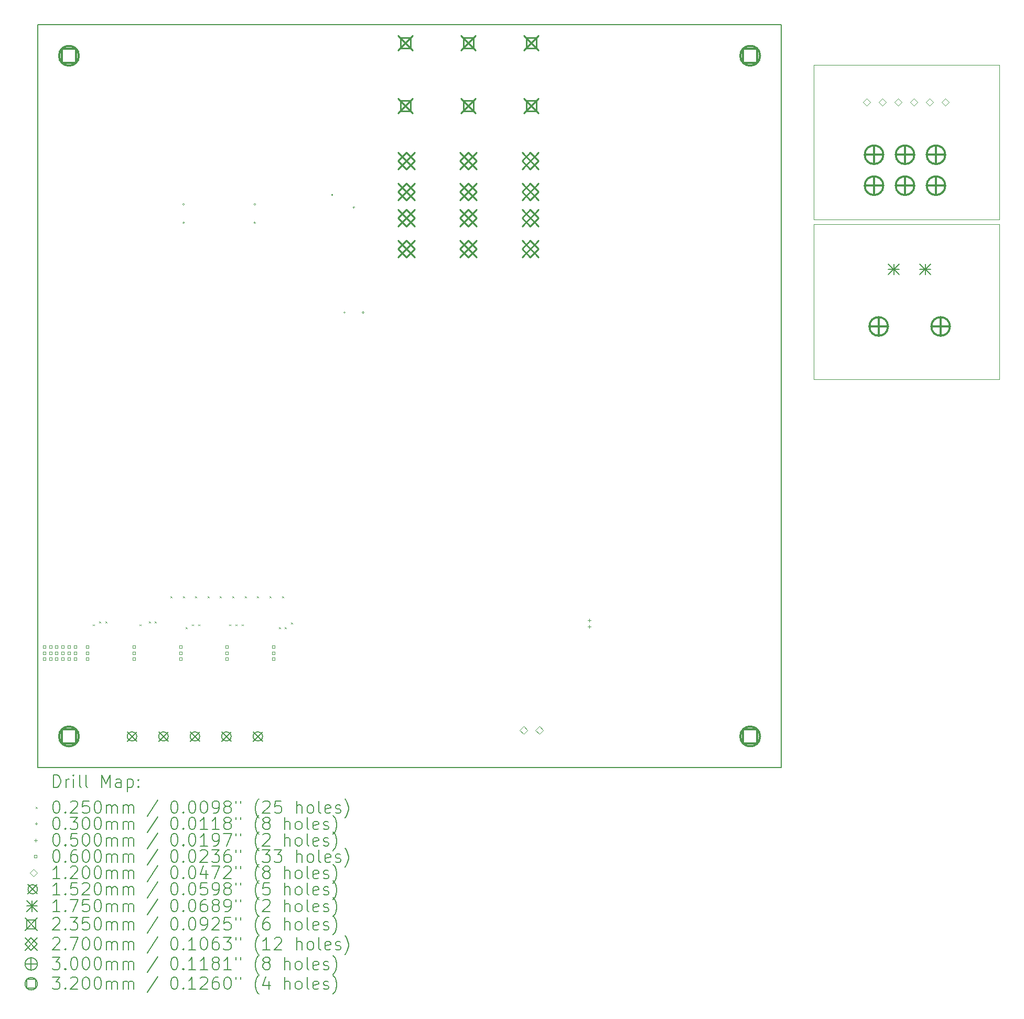
<source format=gbr>
%TF.GenerationSoftware,KiCad,Pcbnew,8.0.7-8.0.7-0~ubuntu22.04.1*%
%TF.CreationDate,2024-12-30T17:04:27+01:00*%
%TF.ProjectId,electronics,656c6563-7472-46f6-9e69-63732e6b6963,rev?*%
%TF.SameCoordinates,Original*%
%TF.FileFunction,Drillmap*%
%TF.FilePolarity,Positive*%
%FSLAX45Y45*%
G04 Gerber Fmt 4.5, Leading zero omitted, Abs format (unit mm)*
G04 Created by KiCad (PCBNEW 8.0.7-8.0.7-0~ubuntu22.04.1) date 2024-12-30 17:04:27*
%MOMM*%
%LPD*%
G01*
G04 APERTURE LIST*
%ADD10C,0.200000*%
%ADD11C,0.050000*%
%ADD12C,0.100000*%
%ADD13C,0.120000*%
%ADD14C,0.152000*%
%ADD15C,0.175000*%
%ADD16C,0.235000*%
%ADD17C,0.270000*%
%ADD18C,0.300000*%
%ADD19C,0.320000*%
G04 APERTURE END LIST*
D10*
X2000000Y-2000000D02*
X14000000Y-2000000D01*
X14000000Y-14000000D01*
X2000000Y-14000000D01*
X2000000Y-2000000D01*
D11*
X14525000Y-5225000D02*
X17525000Y-5225000D01*
X17525000Y-7725000D01*
X14525000Y-7725000D01*
X14525000Y-5225000D01*
X14525000Y-2650000D02*
X17525000Y-2650000D01*
X17525000Y-5150000D01*
X14525000Y-5150000D01*
X14525000Y-2650000D01*
D10*
D12*
X2887500Y-11687500D02*
X2912500Y-11712500D01*
X2912500Y-11687500D02*
X2887500Y-11712500D01*
X2987500Y-11637500D02*
X3012500Y-11662500D01*
X3012500Y-11637500D02*
X2987500Y-11662500D01*
X3087500Y-11637500D02*
X3112500Y-11662500D01*
X3112500Y-11637500D02*
X3087500Y-11662500D01*
X3637500Y-11687500D02*
X3662500Y-11712500D01*
X3662500Y-11687500D02*
X3637500Y-11712500D01*
X3787500Y-11637500D02*
X3812500Y-11662500D01*
X3812500Y-11637500D02*
X3787500Y-11662500D01*
X3887500Y-11637500D02*
X3912500Y-11662500D01*
X3912500Y-11637500D02*
X3887500Y-11662500D01*
X4137500Y-11237500D02*
X4162500Y-11262500D01*
X4162500Y-11237500D02*
X4137500Y-11262500D01*
X4337500Y-11237500D02*
X4362500Y-11262500D01*
X4362500Y-11237500D02*
X4337500Y-11262500D01*
X4387500Y-11737500D02*
X4412500Y-11762500D01*
X4412500Y-11737500D02*
X4387500Y-11762500D01*
X4487500Y-11687500D02*
X4512500Y-11712500D01*
X4512500Y-11687500D02*
X4487500Y-11712500D01*
X4537500Y-11237500D02*
X4562500Y-11262500D01*
X4562500Y-11237500D02*
X4537500Y-11262500D01*
X4587500Y-11687500D02*
X4612500Y-11712500D01*
X4612500Y-11687500D02*
X4587500Y-11712500D01*
X4737500Y-11237500D02*
X4762500Y-11262500D01*
X4762500Y-11237500D02*
X4737500Y-11262500D01*
X4937500Y-11237500D02*
X4962500Y-11262500D01*
X4962500Y-11237500D02*
X4937500Y-11262500D01*
X5087500Y-11687500D02*
X5112500Y-11712500D01*
X5112500Y-11687500D02*
X5087500Y-11712500D01*
X5137500Y-11237500D02*
X5162500Y-11262500D01*
X5162500Y-11237500D02*
X5137500Y-11262500D01*
X5187500Y-11687500D02*
X5212500Y-11712500D01*
X5212500Y-11687500D02*
X5187500Y-11712500D01*
X5287500Y-11687500D02*
X5312500Y-11712500D01*
X5312500Y-11687500D02*
X5287500Y-11712500D01*
X5337500Y-11237500D02*
X5362500Y-11262500D01*
X5362500Y-11237500D02*
X5337500Y-11262500D01*
X5537500Y-11237500D02*
X5562500Y-11262500D01*
X5562500Y-11237500D02*
X5537500Y-11262500D01*
X5737500Y-11237500D02*
X5762500Y-11262500D01*
X5762500Y-11237500D02*
X5737500Y-11262500D01*
X5887500Y-11737500D02*
X5912500Y-11762500D01*
X5912500Y-11737500D02*
X5887500Y-11762500D01*
X5937500Y-11237500D02*
X5962500Y-11262500D01*
X5962500Y-11237500D02*
X5937500Y-11262500D01*
X5987500Y-11737500D02*
X6012500Y-11762500D01*
X6012500Y-11737500D02*
X5987500Y-11762500D01*
X6087500Y-11657500D02*
X6112500Y-11682500D01*
X6112500Y-11657500D02*
X6087500Y-11682500D01*
X4365000Y-4900000D02*
G75*
G02*
X4335000Y-4900000I-15000J0D01*
G01*
X4335000Y-4900000D02*
G75*
G02*
X4365000Y-4900000I15000J0D01*
G01*
X4365000Y-5200000D02*
G75*
G02*
X4335000Y-5200000I-15000J0D01*
G01*
X4335000Y-5200000D02*
G75*
G02*
X4365000Y-5200000I15000J0D01*
G01*
X5515000Y-4900000D02*
G75*
G02*
X5485000Y-4900000I-15000J0D01*
G01*
X5485000Y-4900000D02*
G75*
G02*
X5515000Y-4900000I15000J0D01*
G01*
X5515000Y-5200000D02*
G75*
G02*
X5485000Y-5200000I-15000J0D01*
G01*
X5485000Y-5200000D02*
G75*
G02*
X5515000Y-5200000I15000J0D01*
G01*
X6765000Y-4750000D02*
G75*
G02*
X6735000Y-4750000I-15000J0D01*
G01*
X6735000Y-4750000D02*
G75*
G02*
X6765000Y-4750000I15000J0D01*
G01*
X6965000Y-6650000D02*
G75*
G02*
X6935000Y-6650000I-15000J0D01*
G01*
X6935000Y-6650000D02*
G75*
G02*
X6965000Y-6650000I15000J0D01*
G01*
X7115000Y-4950000D02*
G75*
G02*
X7085000Y-4950000I-15000J0D01*
G01*
X7085000Y-4950000D02*
G75*
G02*
X7115000Y-4950000I15000J0D01*
G01*
X7265000Y-6650000D02*
G75*
G02*
X7235000Y-6650000I-15000J0D01*
G01*
X7235000Y-6650000D02*
G75*
G02*
X7265000Y-6650000I15000J0D01*
G01*
X10900400Y-11601500D02*
X10900400Y-11651500D01*
X10875400Y-11626500D02*
X10925400Y-11626500D01*
X10900400Y-11701500D02*
X10900400Y-11751500D01*
X10875400Y-11726500D02*
X10925400Y-11726500D01*
X2121213Y-12071213D02*
X2121213Y-12028787D01*
X2078787Y-12028787D01*
X2078787Y-12071213D01*
X2121213Y-12071213D01*
X2121213Y-12171213D02*
X2121213Y-12128787D01*
X2078787Y-12128787D01*
X2078787Y-12171213D01*
X2121213Y-12171213D01*
X2121213Y-12271213D02*
X2121213Y-12228787D01*
X2078787Y-12228787D01*
X2078787Y-12271213D01*
X2121213Y-12271213D01*
X2221213Y-12071213D02*
X2221213Y-12028787D01*
X2178787Y-12028787D01*
X2178787Y-12071213D01*
X2221213Y-12071213D01*
X2221213Y-12171213D02*
X2221213Y-12128787D01*
X2178787Y-12128787D01*
X2178787Y-12171213D01*
X2221213Y-12171213D01*
X2221213Y-12271213D02*
X2221213Y-12228787D01*
X2178787Y-12228787D01*
X2178787Y-12271213D01*
X2221213Y-12271213D01*
X2321213Y-12071213D02*
X2321213Y-12028787D01*
X2278787Y-12028787D01*
X2278787Y-12071213D01*
X2321213Y-12071213D01*
X2321213Y-12171213D02*
X2321213Y-12128787D01*
X2278787Y-12128787D01*
X2278787Y-12171213D01*
X2321213Y-12171213D01*
X2321213Y-12271213D02*
X2321213Y-12228787D01*
X2278787Y-12228787D01*
X2278787Y-12271213D01*
X2321213Y-12271213D01*
X2421213Y-12071213D02*
X2421213Y-12028787D01*
X2378787Y-12028787D01*
X2378787Y-12071213D01*
X2421213Y-12071213D01*
X2421213Y-12171213D02*
X2421213Y-12128787D01*
X2378787Y-12128787D01*
X2378787Y-12171213D01*
X2421213Y-12171213D01*
X2421213Y-12271213D02*
X2421213Y-12228787D01*
X2378787Y-12228787D01*
X2378787Y-12271213D01*
X2421213Y-12271213D01*
X2521213Y-12071213D02*
X2521213Y-12028787D01*
X2478787Y-12028787D01*
X2478787Y-12071213D01*
X2521213Y-12071213D01*
X2521213Y-12171213D02*
X2521213Y-12128787D01*
X2478787Y-12128787D01*
X2478787Y-12171213D01*
X2521213Y-12171213D01*
X2521213Y-12271213D02*
X2521213Y-12228787D01*
X2478787Y-12228787D01*
X2478787Y-12271213D01*
X2521213Y-12271213D01*
X2621213Y-12071213D02*
X2621213Y-12028787D01*
X2578787Y-12028787D01*
X2578787Y-12071213D01*
X2621213Y-12071213D01*
X2621213Y-12171213D02*
X2621213Y-12128787D01*
X2578787Y-12128787D01*
X2578787Y-12171213D01*
X2621213Y-12171213D01*
X2621213Y-12271213D02*
X2621213Y-12228787D01*
X2578787Y-12228787D01*
X2578787Y-12271213D01*
X2621213Y-12271213D01*
X2821213Y-12071213D02*
X2821213Y-12028787D01*
X2778787Y-12028787D01*
X2778787Y-12071213D01*
X2821213Y-12071213D01*
X2821213Y-12171213D02*
X2821213Y-12128787D01*
X2778787Y-12128787D01*
X2778787Y-12171213D01*
X2821213Y-12171213D01*
X2821213Y-12271213D02*
X2821213Y-12228787D01*
X2778787Y-12228787D01*
X2778787Y-12271213D01*
X2821213Y-12271213D01*
X3571213Y-12071213D02*
X3571213Y-12028787D01*
X3528787Y-12028787D01*
X3528787Y-12071213D01*
X3571213Y-12071213D01*
X3571213Y-12171213D02*
X3571213Y-12128787D01*
X3528787Y-12128787D01*
X3528787Y-12171213D01*
X3571213Y-12171213D01*
X3571213Y-12271213D02*
X3571213Y-12228787D01*
X3528787Y-12228787D01*
X3528787Y-12271213D01*
X3571213Y-12271213D01*
X4321213Y-12071213D02*
X4321213Y-12028787D01*
X4278787Y-12028787D01*
X4278787Y-12071213D01*
X4321213Y-12071213D01*
X4321213Y-12171213D02*
X4321213Y-12128787D01*
X4278787Y-12128787D01*
X4278787Y-12171213D01*
X4321213Y-12171213D01*
X4321213Y-12271213D02*
X4321213Y-12228787D01*
X4278787Y-12228787D01*
X4278787Y-12271213D01*
X4321213Y-12271213D01*
X5071213Y-12071213D02*
X5071213Y-12028787D01*
X5028787Y-12028787D01*
X5028787Y-12071213D01*
X5071213Y-12071213D01*
X5071213Y-12171213D02*
X5071213Y-12128787D01*
X5028787Y-12128787D01*
X5028787Y-12171213D01*
X5071213Y-12171213D01*
X5071213Y-12271213D02*
X5071213Y-12228787D01*
X5028787Y-12228787D01*
X5028787Y-12271213D01*
X5071213Y-12271213D01*
X5821213Y-12071213D02*
X5821213Y-12028787D01*
X5778787Y-12028787D01*
X5778787Y-12071213D01*
X5821213Y-12071213D01*
X5821213Y-12171213D02*
X5821213Y-12128787D01*
X5778787Y-12128787D01*
X5778787Y-12171213D01*
X5821213Y-12171213D01*
X5821213Y-12271213D02*
X5821213Y-12228787D01*
X5778787Y-12228787D01*
X5778787Y-12271213D01*
X5821213Y-12271213D01*
D13*
X9840500Y-13457500D02*
X9900500Y-13397500D01*
X9840500Y-13337500D01*
X9780500Y-13397500D01*
X9840500Y-13457500D01*
X10094500Y-13457500D02*
X10154500Y-13397500D01*
X10094500Y-13337500D01*
X10034500Y-13397500D01*
X10094500Y-13457500D01*
X15380000Y-3310000D02*
X15440000Y-3250000D01*
X15380000Y-3190000D01*
X15320000Y-3250000D01*
X15380000Y-3310000D01*
X15634000Y-3310000D02*
X15694000Y-3250000D01*
X15634000Y-3190000D01*
X15574000Y-3250000D01*
X15634000Y-3310000D01*
X15888000Y-3310000D02*
X15948000Y-3250000D01*
X15888000Y-3190000D01*
X15828000Y-3250000D01*
X15888000Y-3310000D01*
X16142000Y-3310000D02*
X16202000Y-3250000D01*
X16142000Y-3190000D01*
X16082000Y-3250000D01*
X16142000Y-3310000D01*
X16396000Y-3310000D02*
X16456000Y-3250000D01*
X16396000Y-3190000D01*
X16336000Y-3250000D01*
X16396000Y-3310000D01*
X16650000Y-3310000D02*
X16710000Y-3250000D01*
X16650000Y-3190000D01*
X16590000Y-3250000D01*
X16650000Y-3310000D01*
D14*
X3442500Y-13424000D02*
X3594500Y-13576000D01*
X3594500Y-13424000D02*
X3442500Y-13576000D01*
X3594500Y-13500000D02*
G75*
G02*
X3442500Y-13500000I-76000J0D01*
G01*
X3442500Y-13500000D02*
G75*
G02*
X3594500Y-13500000I76000J0D01*
G01*
X3950500Y-13424000D02*
X4102500Y-13576000D01*
X4102500Y-13424000D02*
X3950500Y-13576000D01*
X4102500Y-13500000D02*
G75*
G02*
X3950500Y-13500000I-76000J0D01*
G01*
X3950500Y-13500000D02*
G75*
G02*
X4102500Y-13500000I76000J0D01*
G01*
X4458500Y-13424000D02*
X4610500Y-13576000D01*
X4610500Y-13424000D02*
X4458500Y-13576000D01*
X4610500Y-13500000D02*
G75*
G02*
X4458500Y-13500000I-76000J0D01*
G01*
X4458500Y-13500000D02*
G75*
G02*
X4610500Y-13500000I76000J0D01*
G01*
X4966500Y-13424000D02*
X5118500Y-13576000D01*
X5118500Y-13424000D02*
X4966500Y-13576000D01*
X5118500Y-13500000D02*
G75*
G02*
X4966500Y-13500000I-76000J0D01*
G01*
X4966500Y-13500000D02*
G75*
G02*
X5118500Y-13500000I76000J0D01*
G01*
X5474500Y-13424000D02*
X5626500Y-13576000D01*
X5626500Y-13424000D02*
X5474500Y-13576000D01*
X5626500Y-13500000D02*
G75*
G02*
X5474500Y-13500000I-76000J0D01*
G01*
X5474500Y-13500000D02*
G75*
G02*
X5626500Y-13500000I76000J0D01*
G01*
D15*
X15733000Y-5862500D02*
X15908000Y-6037500D01*
X15908000Y-5862500D02*
X15733000Y-6037500D01*
X15820500Y-5862500D02*
X15820500Y-6037500D01*
X15733000Y-5950000D02*
X15908000Y-5950000D01*
X16241000Y-5862500D02*
X16416000Y-6037500D01*
X16416000Y-5862500D02*
X16241000Y-6037500D01*
X16328500Y-5862500D02*
X16328500Y-6037500D01*
X16241000Y-5950000D02*
X16416000Y-5950000D01*
D16*
X7816500Y-2174500D02*
X8051500Y-2409500D01*
X8051500Y-2174500D02*
X7816500Y-2409500D01*
X8017086Y-2375086D02*
X8017086Y-2208914D01*
X7850914Y-2208914D01*
X7850914Y-2375086D01*
X8017086Y-2375086D01*
X7816500Y-3190500D02*
X8051500Y-3425500D01*
X8051500Y-3190500D02*
X7816500Y-3425500D01*
X8017086Y-3391086D02*
X8017086Y-3224914D01*
X7850914Y-3224914D01*
X7850914Y-3391086D01*
X8017086Y-3391086D01*
X8832500Y-2174500D02*
X9067500Y-2409500D01*
X9067500Y-2174500D02*
X8832500Y-2409500D01*
X9033086Y-2375086D02*
X9033086Y-2208914D01*
X8866914Y-2208914D01*
X8866914Y-2375086D01*
X9033086Y-2375086D01*
X8832500Y-3190500D02*
X9067500Y-3425500D01*
X9067500Y-3190500D02*
X8832500Y-3425500D01*
X9033086Y-3391086D02*
X9033086Y-3224914D01*
X8866914Y-3224914D01*
X8866914Y-3391086D01*
X9033086Y-3391086D01*
X9848500Y-2174500D02*
X10083500Y-2409500D01*
X10083500Y-2174500D02*
X9848500Y-2409500D01*
X10049086Y-2375086D02*
X10049086Y-2208914D01*
X9882914Y-2208914D01*
X9882914Y-2375086D01*
X10049086Y-2375086D01*
X9848500Y-3190500D02*
X10083500Y-3425500D01*
X10083500Y-3190500D02*
X9848500Y-3425500D01*
X10049086Y-3391086D02*
X10049086Y-3224914D01*
X9882914Y-3224914D01*
X9882914Y-3391086D01*
X10049086Y-3391086D01*
D17*
X7815000Y-4065000D02*
X8085000Y-4335000D01*
X8085000Y-4065000D02*
X7815000Y-4335000D01*
X7950000Y-4335000D02*
X8085000Y-4200000D01*
X7950000Y-4065000D01*
X7815000Y-4200000D01*
X7950000Y-4335000D01*
X7815000Y-4565000D02*
X8085000Y-4835000D01*
X8085000Y-4565000D02*
X7815000Y-4835000D01*
X7950000Y-4835000D02*
X8085000Y-4700000D01*
X7950000Y-4565000D01*
X7815000Y-4700000D01*
X7950000Y-4835000D01*
X7815000Y-4985000D02*
X8085000Y-5255000D01*
X8085000Y-4985000D02*
X7815000Y-5255000D01*
X7950000Y-5255000D02*
X8085000Y-5120000D01*
X7950000Y-4985000D01*
X7815000Y-5120000D01*
X7950000Y-5255000D01*
X7815000Y-5485000D02*
X8085000Y-5755000D01*
X8085000Y-5485000D02*
X7815000Y-5755000D01*
X7950000Y-5755000D02*
X8085000Y-5620000D01*
X7950000Y-5485000D01*
X7815000Y-5620000D01*
X7950000Y-5755000D01*
X8815000Y-4065000D02*
X9085000Y-4335000D01*
X9085000Y-4065000D02*
X8815000Y-4335000D01*
X8950000Y-4335000D02*
X9085000Y-4200000D01*
X8950000Y-4065000D01*
X8815000Y-4200000D01*
X8950000Y-4335000D01*
X8815000Y-4565000D02*
X9085000Y-4835000D01*
X9085000Y-4565000D02*
X8815000Y-4835000D01*
X8950000Y-4835000D02*
X9085000Y-4700000D01*
X8950000Y-4565000D01*
X8815000Y-4700000D01*
X8950000Y-4835000D01*
X8815000Y-4985000D02*
X9085000Y-5255000D01*
X9085000Y-4985000D02*
X8815000Y-5255000D01*
X8950000Y-5255000D02*
X9085000Y-5120000D01*
X8950000Y-4985000D01*
X8815000Y-5120000D01*
X8950000Y-5255000D01*
X8815000Y-5485000D02*
X9085000Y-5755000D01*
X9085000Y-5485000D02*
X8815000Y-5755000D01*
X8950000Y-5755000D02*
X9085000Y-5620000D01*
X8950000Y-5485000D01*
X8815000Y-5620000D01*
X8950000Y-5755000D01*
X9815000Y-4065000D02*
X10085000Y-4335000D01*
X10085000Y-4065000D02*
X9815000Y-4335000D01*
X9950000Y-4335000D02*
X10085000Y-4200000D01*
X9950000Y-4065000D01*
X9815000Y-4200000D01*
X9950000Y-4335000D01*
X9815000Y-4565000D02*
X10085000Y-4835000D01*
X10085000Y-4565000D02*
X9815000Y-4835000D01*
X9950000Y-4835000D02*
X10085000Y-4700000D01*
X9950000Y-4565000D01*
X9815000Y-4700000D01*
X9950000Y-4835000D01*
X9815000Y-4985000D02*
X10085000Y-5255000D01*
X10085000Y-4985000D02*
X9815000Y-5255000D01*
X9950000Y-5255000D02*
X10085000Y-5120000D01*
X9950000Y-4985000D01*
X9815000Y-5120000D01*
X9950000Y-5255000D01*
X9815000Y-5485000D02*
X10085000Y-5755000D01*
X10085000Y-5485000D02*
X9815000Y-5755000D01*
X9950000Y-5755000D02*
X10085000Y-5620000D01*
X9950000Y-5485000D01*
X9815000Y-5620000D01*
X9950000Y-5755000D01*
D18*
X15500000Y-3950000D02*
X15500000Y-4250000D01*
X15350000Y-4100000D02*
X15650000Y-4100000D01*
X15650000Y-4100000D02*
G75*
G02*
X15350000Y-4100000I-150000J0D01*
G01*
X15350000Y-4100000D02*
G75*
G02*
X15650000Y-4100000I150000J0D01*
G01*
X15500000Y-4450000D02*
X15500000Y-4750000D01*
X15350000Y-4600000D02*
X15650000Y-4600000D01*
X15650000Y-4600000D02*
G75*
G02*
X15350000Y-4600000I-150000J0D01*
G01*
X15350000Y-4600000D02*
G75*
G02*
X15650000Y-4600000I150000J0D01*
G01*
X15575000Y-6725000D02*
X15575000Y-7025000D01*
X15425000Y-6875000D02*
X15725000Y-6875000D01*
X15725000Y-6875000D02*
G75*
G02*
X15425000Y-6875000I-150000J0D01*
G01*
X15425000Y-6875000D02*
G75*
G02*
X15725000Y-6875000I150000J0D01*
G01*
X16000000Y-3950000D02*
X16000000Y-4250000D01*
X15850000Y-4100000D02*
X16150000Y-4100000D01*
X16150000Y-4100000D02*
G75*
G02*
X15850000Y-4100000I-150000J0D01*
G01*
X15850000Y-4100000D02*
G75*
G02*
X16150000Y-4100000I150000J0D01*
G01*
X16000000Y-4450000D02*
X16000000Y-4750000D01*
X15850000Y-4600000D02*
X16150000Y-4600000D01*
X16150000Y-4600000D02*
G75*
G02*
X15850000Y-4600000I-150000J0D01*
G01*
X15850000Y-4600000D02*
G75*
G02*
X16150000Y-4600000I150000J0D01*
G01*
X16500000Y-3950000D02*
X16500000Y-4250000D01*
X16350000Y-4100000D02*
X16650000Y-4100000D01*
X16650000Y-4100000D02*
G75*
G02*
X16350000Y-4100000I-150000J0D01*
G01*
X16350000Y-4100000D02*
G75*
G02*
X16650000Y-4100000I150000J0D01*
G01*
X16500000Y-4450000D02*
X16500000Y-4750000D01*
X16350000Y-4600000D02*
X16650000Y-4600000D01*
X16650000Y-4600000D02*
G75*
G02*
X16350000Y-4600000I-150000J0D01*
G01*
X16350000Y-4600000D02*
G75*
G02*
X16650000Y-4600000I150000J0D01*
G01*
X16575000Y-6725000D02*
X16575000Y-7025000D01*
X16425000Y-6875000D02*
X16725000Y-6875000D01*
X16725000Y-6875000D02*
G75*
G02*
X16425000Y-6875000I-150000J0D01*
G01*
X16425000Y-6875000D02*
G75*
G02*
X16725000Y-6875000I150000J0D01*
G01*
D19*
X2613138Y-2613138D02*
X2613138Y-2386862D01*
X2386862Y-2386862D01*
X2386862Y-2613138D01*
X2613138Y-2613138D01*
X2660000Y-2500000D02*
G75*
G02*
X2340000Y-2500000I-160000J0D01*
G01*
X2340000Y-2500000D02*
G75*
G02*
X2660000Y-2500000I160000J0D01*
G01*
X2613138Y-13613138D02*
X2613138Y-13386862D01*
X2386862Y-13386862D01*
X2386862Y-13613138D01*
X2613138Y-13613138D01*
X2660000Y-13500000D02*
G75*
G02*
X2340000Y-13500000I-160000J0D01*
G01*
X2340000Y-13500000D02*
G75*
G02*
X2660000Y-13500000I160000J0D01*
G01*
X13613138Y-2613138D02*
X13613138Y-2386862D01*
X13386862Y-2386862D01*
X13386862Y-2613138D01*
X13613138Y-2613138D01*
X13660000Y-2500000D02*
G75*
G02*
X13340000Y-2500000I-160000J0D01*
G01*
X13340000Y-2500000D02*
G75*
G02*
X13660000Y-2500000I160000J0D01*
G01*
X13613138Y-13613138D02*
X13613138Y-13386862D01*
X13386862Y-13386862D01*
X13386862Y-13613138D01*
X13613138Y-13613138D01*
X13660000Y-13500000D02*
G75*
G02*
X13340000Y-13500000I-160000J0D01*
G01*
X13340000Y-13500000D02*
G75*
G02*
X13660000Y-13500000I160000J0D01*
G01*
D10*
X2250777Y-14321484D02*
X2250777Y-14121484D01*
X2250777Y-14121484D02*
X2298396Y-14121484D01*
X2298396Y-14121484D02*
X2326967Y-14131008D01*
X2326967Y-14131008D02*
X2346015Y-14150055D01*
X2346015Y-14150055D02*
X2355539Y-14169103D01*
X2355539Y-14169103D02*
X2365063Y-14207198D01*
X2365063Y-14207198D02*
X2365063Y-14235769D01*
X2365063Y-14235769D02*
X2355539Y-14273865D01*
X2355539Y-14273865D02*
X2346015Y-14292912D01*
X2346015Y-14292912D02*
X2326967Y-14311960D01*
X2326967Y-14311960D02*
X2298396Y-14321484D01*
X2298396Y-14321484D02*
X2250777Y-14321484D01*
X2450777Y-14321484D02*
X2450777Y-14188150D01*
X2450777Y-14226246D02*
X2460301Y-14207198D01*
X2460301Y-14207198D02*
X2469824Y-14197674D01*
X2469824Y-14197674D02*
X2488872Y-14188150D01*
X2488872Y-14188150D02*
X2507920Y-14188150D01*
X2574586Y-14321484D02*
X2574586Y-14188150D01*
X2574586Y-14121484D02*
X2565063Y-14131008D01*
X2565063Y-14131008D02*
X2574586Y-14140531D01*
X2574586Y-14140531D02*
X2584110Y-14131008D01*
X2584110Y-14131008D02*
X2574586Y-14121484D01*
X2574586Y-14121484D02*
X2574586Y-14140531D01*
X2698396Y-14321484D02*
X2679348Y-14311960D01*
X2679348Y-14311960D02*
X2669824Y-14292912D01*
X2669824Y-14292912D02*
X2669824Y-14121484D01*
X2803158Y-14321484D02*
X2784110Y-14311960D01*
X2784110Y-14311960D02*
X2774586Y-14292912D01*
X2774586Y-14292912D02*
X2774586Y-14121484D01*
X3031729Y-14321484D02*
X3031729Y-14121484D01*
X3031729Y-14121484D02*
X3098396Y-14264341D01*
X3098396Y-14264341D02*
X3165062Y-14121484D01*
X3165062Y-14121484D02*
X3165062Y-14321484D01*
X3346015Y-14321484D02*
X3346015Y-14216722D01*
X3346015Y-14216722D02*
X3336491Y-14197674D01*
X3336491Y-14197674D02*
X3317443Y-14188150D01*
X3317443Y-14188150D02*
X3279348Y-14188150D01*
X3279348Y-14188150D02*
X3260301Y-14197674D01*
X3346015Y-14311960D02*
X3326967Y-14321484D01*
X3326967Y-14321484D02*
X3279348Y-14321484D01*
X3279348Y-14321484D02*
X3260301Y-14311960D01*
X3260301Y-14311960D02*
X3250777Y-14292912D01*
X3250777Y-14292912D02*
X3250777Y-14273865D01*
X3250777Y-14273865D02*
X3260301Y-14254817D01*
X3260301Y-14254817D02*
X3279348Y-14245293D01*
X3279348Y-14245293D02*
X3326967Y-14245293D01*
X3326967Y-14245293D02*
X3346015Y-14235769D01*
X3441253Y-14188150D02*
X3441253Y-14388150D01*
X3441253Y-14197674D02*
X3460301Y-14188150D01*
X3460301Y-14188150D02*
X3498396Y-14188150D01*
X3498396Y-14188150D02*
X3517443Y-14197674D01*
X3517443Y-14197674D02*
X3526967Y-14207198D01*
X3526967Y-14207198D02*
X3536491Y-14226246D01*
X3536491Y-14226246D02*
X3536491Y-14283388D01*
X3536491Y-14283388D02*
X3526967Y-14302436D01*
X3526967Y-14302436D02*
X3517443Y-14311960D01*
X3517443Y-14311960D02*
X3498396Y-14321484D01*
X3498396Y-14321484D02*
X3460301Y-14321484D01*
X3460301Y-14321484D02*
X3441253Y-14311960D01*
X3622205Y-14302436D02*
X3631729Y-14311960D01*
X3631729Y-14311960D02*
X3622205Y-14321484D01*
X3622205Y-14321484D02*
X3612682Y-14311960D01*
X3612682Y-14311960D02*
X3622205Y-14302436D01*
X3622205Y-14302436D02*
X3622205Y-14321484D01*
X3622205Y-14197674D02*
X3631729Y-14207198D01*
X3631729Y-14207198D02*
X3622205Y-14216722D01*
X3622205Y-14216722D02*
X3612682Y-14207198D01*
X3612682Y-14207198D02*
X3622205Y-14197674D01*
X3622205Y-14197674D02*
X3622205Y-14216722D01*
D12*
X1965000Y-14637500D02*
X1990000Y-14662500D01*
X1990000Y-14637500D02*
X1965000Y-14662500D01*
D10*
X2288872Y-14541484D02*
X2307920Y-14541484D01*
X2307920Y-14541484D02*
X2326967Y-14551008D01*
X2326967Y-14551008D02*
X2336491Y-14560531D01*
X2336491Y-14560531D02*
X2346015Y-14579579D01*
X2346015Y-14579579D02*
X2355539Y-14617674D01*
X2355539Y-14617674D02*
X2355539Y-14665293D01*
X2355539Y-14665293D02*
X2346015Y-14703388D01*
X2346015Y-14703388D02*
X2336491Y-14722436D01*
X2336491Y-14722436D02*
X2326967Y-14731960D01*
X2326967Y-14731960D02*
X2307920Y-14741484D01*
X2307920Y-14741484D02*
X2288872Y-14741484D01*
X2288872Y-14741484D02*
X2269824Y-14731960D01*
X2269824Y-14731960D02*
X2260301Y-14722436D01*
X2260301Y-14722436D02*
X2250777Y-14703388D01*
X2250777Y-14703388D02*
X2241253Y-14665293D01*
X2241253Y-14665293D02*
X2241253Y-14617674D01*
X2241253Y-14617674D02*
X2250777Y-14579579D01*
X2250777Y-14579579D02*
X2260301Y-14560531D01*
X2260301Y-14560531D02*
X2269824Y-14551008D01*
X2269824Y-14551008D02*
X2288872Y-14541484D01*
X2441253Y-14722436D02*
X2450777Y-14731960D01*
X2450777Y-14731960D02*
X2441253Y-14741484D01*
X2441253Y-14741484D02*
X2431729Y-14731960D01*
X2431729Y-14731960D02*
X2441253Y-14722436D01*
X2441253Y-14722436D02*
X2441253Y-14741484D01*
X2526967Y-14560531D02*
X2536491Y-14551008D01*
X2536491Y-14551008D02*
X2555539Y-14541484D01*
X2555539Y-14541484D02*
X2603158Y-14541484D01*
X2603158Y-14541484D02*
X2622205Y-14551008D01*
X2622205Y-14551008D02*
X2631729Y-14560531D01*
X2631729Y-14560531D02*
X2641253Y-14579579D01*
X2641253Y-14579579D02*
X2641253Y-14598627D01*
X2641253Y-14598627D02*
X2631729Y-14627198D01*
X2631729Y-14627198D02*
X2517444Y-14741484D01*
X2517444Y-14741484D02*
X2641253Y-14741484D01*
X2822205Y-14541484D02*
X2726967Y-14541484D01*
X2726967Y-14541484D02*
X2717444Y-14636722D01*
X2717444Y-14636722D02*
X2726967Y-14627198D01*
X2726967Y-14627198D02*
X2746015Y-14617674D01*
X2746015Y-14617674D02*
X2793634Y-14617674D01*
X2793634Y-14617674D02*
X2812682Y-14627198D01*
X2812682Y-14627198D02*
X2822205Y-14636722D01*
X2822205Y-14636722D02*
X2831729Y-14655769D01*
X2831729Y-14655769D02*
X2831729Y-14703388D01*
X2831729Y-14703388D02*
X2822205Y-14722436D01*
X2822205Y-14722436D02*
X2812682Y-14731960D01*
X2812682Y-14731960D02*
X2793634Y-14741484D01*
X2793634Y-14741484D02*
X2746015Y-14741484D01*
X2746015Y-14741484D02*
X2726967Y-14731960D01*
X2726967Y-14731960D02*
X2717444Y-14722436D01*
X2955539Y-14541484D02*
X2974586Y-14541484D01*
X2974586Y-14541484D02*
X2993634Y-14551008D01*
X2993634Y-14551008D02*
X3003158Y-14560531D01*
X3003158Y-14560531D02*
X3012682Y-14579579D01*
X3012682Y-14579579D02*
X3022205Y-14617674D01*
X3022205Y-14617674D02*
X3022205Y-14665293D01*
X3022205Y-14665293D02*
X3012682Y-14703388D01*
X3012682Y-14703388D02*
X3003158Y-14722436D01*
X3003158Y-14722436D02*
X2993634Y-14731960D01*
X2993634Y-14731960D02*
X2974586Y-14741484D01*
X2974586Y-14741484D02*
X2955539Y-14741484D01*
X2955539Y-14741484D02*
X2936491Y-14731960D01*
X2936491Y-14731960D02*
X2926967Y-14722436D01*
X2926967Y-14722436D02*
X2917443Y-14703388D01*
X2917443Y-14703388D02*
X2907920Y-14665293D01*
X2907920Y-14665293D02*
X2907920Y-14617674D01*
X2907920Y-14617674D02*
X2917443Y-14579579D01*
X2917443Y-14579579D02*
X2926967Y-14560531D01*
X2926967Y-14560531D02*
X2936491Y-14551008D01*
X2936491Y-14551008D02*
X2955539Y-14541484D01*
X3107920Y-14741484D02*
X3107920Y-14608150D01*
X3107920Y-14627198D02*
X3117443Y-14617674D01*
X3117443Y-14617674D02*
X3136491Y-14608150D01*
X3136491Y-14608150D02*
X3165063Y-14608150D01*
X3165063Y-14608150D02*
X3184110Y-14617674D01*
X3184110Y-14617674D02*
X3193634Y-14636722D01*
X3193634Y-14636722D02*
X3193634Y-14741484D01*
X3193634Y-14636722D02*
X3203158Y-14617674D01*
X3203158Y-14617674D02*
X3222205Y-14608150D01*
X3222205Y-14608150D02*
X3250777Y-14608150D01*
X3250777Y-14608150D02*
X3269824Y-14617674D01*
X3269824Y-14617674D02*
X3279348Y-14636722D01*
X3279348Y-14636722D02*
X3279348Y-14741484D01*
X3374586Y-14741484D02*
X3374586Y-14608150D01*
X3374586Y-14627198D02*
X3384110Y-14617674D01*
X3384110Y-14617674D02*
X3403158Y-14608150D01*
X3403158Y-14608150D02*
X3431729Y-14608150D01*
X3431729Y-14608150D02*
X3450777Y-14617674D01*
X3450777Y-14617674D02*
X3460301Y-14636722D01*
X3460301Y-14636722D02*
X3460301Y-14741484D01*
X3460301Y-14636722D02*
X3469824Y-14617674D01*
X3469824Y-14617674D02*
X3488872Y-14608150D01*
X3488872Y-14608150D02*
X3517443Y-14608150D01*
X3517443Y-14608150D02*
X3536491Y-14617674D01*
X3536491Y-14617674D02*
X3546015Y-14636722D01*
X3546015Y-14636722D02*
X3546015Y-14741484D01*
X3936491Y-14531960D02*
X3765063Y-14789103D01*
X4193634Y-14541484D02*
X4212682Y-14541484D01*
X4212682Y-14541484D02*
X4231729Y-14551008D01*
X4231729Y-14551008D02*
X4241253Y-14560531D01*
X4241253Y-14560531D02*
X4250777Y-14579579D01*
X4250777Y-14579579D02*
X4260301Y-14617674D01*
X4260301Y-14617674D02*
X4260301Y-14665293D01*
X4260301Y-14665293D02*
X4250777Y-14703388D01*
X4250777Y-14703388D02*
X4241253Y-14722436D01*
X4241253Y-14722436D02*
X4231729Y-14731960D01*
X4231729Y-14731960D02*
X4212682Y-14741484D01*
X4212682Y-14741484D02*
X4193634Y-14741484D01*
X4193634Y-14741484D02*
X4174586Y-14731960D01*
X4174586Y-14731960D02*
X4165063Y-14722436D01*
X4165063Y-14722436D02*
X4155539Y-14703388D01*
X4155539Y-14703388D02*
X4146015Y-14665293D01*
X4146015Y-14665293D02*
X4146015Y-14617674D01*
X4146015Y-14617674D02*
X4155539Y-14579579D01*
X4155539Y-14579579D02*
X4165063Y-14560531D01*
X4165063Y-14560531D02*
X4174586Y-14551008D01*
X4174586Y-14551008D02*
X4193634Y-14541484D01*
X4346015Y-14722436D02*
X4355539Y-14731960D01*
X4355539Y-14731960D02*
X4346015Y-14741484D01*
X4346015Y-14741484D02*
X4336491Y-14731960D01*
X4336491Y-14731960D02*
X4346015Y-14722436D01*
X4346015Y-14722436D02*
X4346015Y-14741484D01*
X4479348Y-14541484D02*
X4498396Y-14541484D01*
X4498396Y-14541484D02*
X4517444Y-14551008D01*
X4517444Y-14551008D02*
X4526968Y-14560531D01*
X4526968Y-14560531D02*
X4536491Y-14579579D01*
X4536491Y-14579579D02*
X4546015Y-14617674D01*
X4546015Y-14617674D02*
X4546015Y-14665293D01*
X4546015Y-14665293D02*
X4536491Y-14703388D01*
X4536491Y-14703388D02*
X4526968Y-14722436D01*
X4526968Y-14722436D02*
X4517444Y-14731960D01*
X4517444Y-14731960D02*
X4498396Y-14741484D01*
X4498396Y-14741484D02*
X4479348Y-14741484D01*
X4479348Y-14741484D02*
X4460301Y-14731960D01*
X4460301Y-14731960D02*
X4450777Y-14722436D01*
X4450777Y-14722436D02*
X4441253Y-14703388D01*
X4441253Y-14703388D02*
X4431729Y-14665293D01*
X4431729Y-14665293D02*
X4431729Y-14617674D01*
X4431729Y-14617674D02*
X4441253Y-14579579D01*
X4441253Y-14579579D02*
X4450777Y-14560531D01*
X4450777Y-14560531D02*
X4460301Y-14551008D01*
X4460301Y-14551008D02*
X4479348Y-14541484D01*
X4669825Y-14541484D02*
X4688872Y-14541484D01*
X4688872Y-14541484D02*
X4707920Y-14551008D01*
X4707920Y-14551008D02*
X4717444Y-14560531D01*
X4717444Y-14560531D02*
X4726968Y-14579579D01*
X4726968Y-14579579D02*
X4736491Y-14617674D01*
X4736491Y-14617674D02*
X4736491Y-14665293D01*
X4736491Y-14665293D02*
X4726968Y-14703388D01*
X4726968Y-14703388D02*
X4717444Y-14722436D01*
X4717444Y-14722436D02*
X4707920Y-14731960D01*
X4707920Y-14731960D02*
X4688872Y-14741484D01*
X4688872Y-14741484D02*
X4669825Y-14741484D01*
X4669825Y-14741484D02*
X4650777Y-14731960D01*
X4650777Y-14731960D02*
X4641253Y-14722436D01*
X4641253Y-14722436D02*
X4631729Y-14703388D01*
X4631729Y-14703388D02*
X4622206Y-14665293D01*
X4622206Y-14665293D02*
X4622206Y-14617674D01*
X4622206Y-14617674D02*
X4631729Y-14579579D01*
X4631729Y-14579579D02*
X4641253Y-14560531D01*
X4641253Y-14560531D02*
X4650777Y-14551008D01*
X4650777Y-14551008D02*
X4669825Y-14541484D01*
X4831729Y-14741484D02*
X4869825Y-14741484D01*
X4869825Y-14741484D02*
X4888872Y-14731960D01*
X4888872Y-14731960D02*
X4898396Y-14722436D01*
X4898396Y-14722436D02*
X4917444Y-14693865D01*
X4917444Y-14693865D02*
X4926968Y-14655769D01*
X4926968Y-14655769D02*
X4926968Y-14579579D01*
X4926968Y-14579579D02*
X4917444Y-14560531D01*
X4917444Y-14560531D02*
X4907920Y-14551008D01*
X4907920Y-14551008D02*
X4888872Y-14541484D01*
X4888872Y-14541484D02*
X4850777Y-14541484D01*
X4850777Y-14541484D02*
X4831729Y-14551008D01*
X4831729Y-14551008D02*
X4822206Y-14560531D01*
X4822206Y-14560531D02*
X4812682Y-14579579D01*
X4812682Y-14579579D02*
X4812682Y-14627198D01*
X4812682Y-14627198D02*
X4822206Y-14646246D01*
X4822206Y-14646246D02*
X4831729Y-14655769D01*
X4831729Y-14655769D02*
X4850777Y-14665293D01*
X4850777Y-14665293D02*
X4888872Y-14665293D01*
X4888872Y-14665293D02*
X4907920Y-14655769D01*
X4907920Y-14655769D02*
X4917444Y-14646246D01*
X4917444Y-14646246D02*
X4926968Y-14627198D01*
X5041253Y-14627198D02*
X5022206Y-14617674D01*
X5022206Y-14617674D02*
X5012682Y-14608150D01*
X5012682Y-14608150D02*
X5003158Y-14589103D01*
X5003158Y-14589103D02*
X5003158Y-14579579D01*
X5003158Y-14579579D02*
X5012682Y-14560531D01*
X5012682Y-14560531D02*
X5022206Y-14551008D01*
X5022206Y-14551008D02*
X5041253Y-14541484D01*
X5041253Y-14541484D02*
X5079349Y-14541484D01*
X5079349Y-14541484D02*
X5098396Y-14551008D01*
X5098396Y-14551008D02*
X5107920Y-14560531D01*
X5107920Y-14560531D02*
X5117444Y-14579579D01*
X5117444Y-14579579D02*
X5117444Y-14589103D01*
X5117444Y-14589103D02*
X5107920Y-14608150D01*
X5107920Y-14608150D02*
X5098396Y-14617674D01*
X5098396Y-14617674D02*
X5079349Y-14627198D01*
X5079349Y-14627198D02*
X5041253Y-14627198D01*
X5041253Y-14627198D02*
X5022206Y-14636722D01*
X5022206Y-14636722D02*
X5012682Y-14646246D01*
X5012682Y-14646246D02*
X5003158Y-14665293D01*
X5003158Y-14665293D02*
X5003158Y-14703388D01*
X5003158Y-14703388D02*
X5012682Y-14722436D01*
X5012682Y-14722436D02*
X5022206Y-14731960D01*
X5022206Y-14731960D02*
X5041253Y-14741484D01*
X5041253Y-14741484D02*
X5079349Y-14741484D01*
X5079349Y-14741484D02*
X5098396Y-14731960D01*
X5098396Y-14731960D02*
X5107920Y-14722436D01*
X5107920Y-14722436D02*
X5117444Y-14703388D01*
X5117444Y-14703388D02*
X5117444Y-14665293D01*
X5117444Y-14665293D02*
X5107920Y-14646246D01*
X5107920Y-14646246D02*
X5098396Y-14636722D01*
X5098396Y-14636722D02*
X5079349Y-14627198D01*
X5193634Y-14541484D02*
X5193634Y-14579579D01*
X5269825Y-14541484D02*
X5269825Y-14579579D01*
X5565063Y-14817674D02*
X5555539Y-14808150D01*
X5555539Y-14808150D02*
X5536491Y-14779579D01*
X5536491Y-14779579D02*
X5526968Y-14760531D01*
X5526968Y-14760531D02*
X5517444Y-14731960D01*
X5517444Y-14731960D02*
X5507920Y-14684341D01*
X5507920Y-14684341D02*
X5507920Y-14646246D01*
X5507920Y-14646246D02*
X5517444Y-14598627D01*
X5517444Y-14598627D02*
X5526968Y-14570055D01*
X5526968Y-14570055D02*
X5536491Y-14551008D01*
X5536491Y-14551008D02*
X5555539Y-14522436D01*
X5555539Y-14522436D02*
X5565063Y-14512912D01*
X5631729Y-14560531D02*
X5641253Y-14551008D01*
X5641253Y-14551008D02*
X5660301Y-14541484D01*
X5660301Y-14541484D02*
X5707920Y-14541484D01*
X5707920Y-14541484D02*
X5726968Y-14551008D01*
X5726968Y-14551008D02*
X5736491Y-14560531D01*
X5736491Y-14560531D02*
X5746015Y-14579579D01*
X5746015Y-14579579D02*
X5746015Y-14598627D01*
X5746015Y-14598627D02*
X5736491Y-14627198D01*
X5736491Y-14627198D02*
X5622206Y-14741484D01*
X5622206Y-14741484D02*
X5746015Y-14741484D01*
X5926968Y-14541484D02*
X5831729Y-14541484D01*
X5831729Y-14541484D02*
X5822206Y-14636722D01*
X5822206Y-14636722D02*
X5831729Y-14627198D01*
X5831729Y-14627198D02*
X5850777Y-14617674D01*
X5850777Y-14617674D02*
X5898396Y-14617674D01*
X5898396Y-14617674D02*
X5917444Y-14627198D01*
X5917444Y-14627198D02*
X5926968Y-14636722D01*
X5926968Y-14636722D02*
X5936491Y-14655769D01*
X5936491Y-14655769D02*
X5936491Y-14703388D01*
X5936491Y-14703388D02*
X5926968Y-14722436D01*
X5926968Y-14722436D02*
X5917444Y-14731960D01*
X5917444Y-14731960D02*
X5898396Y-14741484D01*
X5898396Y-14741484D02*
X5850777Y-14741484D01*
X5850777Y-14741484D02*
X5831729Y-14731960D01*
X5831729Y-14731960D02*
X5822206Y-14722436D01*
X6174587Y-14741484D02*
X6174587Y-14541484D01*
X6260301Y-14741484D02*
X6260301Y-14636722D01*
X6260301Y-14636722D02*
X6250777Y-14617674D01*
X6250777Y-14617674D02*
X6231730Y-14608150D01*
X6231730Y-14608150D02*
X6203158Y-14608150D01*
X6203158Y-14608150D02*
X6184110Y-14617674D01*
X6184110Y-14617674D02*
X6174587Y-14627198D01*
X6384110Y-14741484D02*
X6365063Y-14731960D01*
X6365063Y-14731960D02*
X6355539Y-14722436D01*
X6355539Y-14722436D02*
X6346015Y-14703388D01*
X6346015Y-14703388D02*
X6346015Y-14646246D01*
X6346015Y-14646246D02*
X6355539Y-14627198D01*
X6355539Y-14627198D02*
X6365063Y-14617674D01*
X6365063Y-14617674D02*
X6384110Y-14608150D01*
X6384110Y-14608150D02*
X6412682Y-14608150D01*
X6412682Y-14608150D02*
X6431730Y-14617674D01*
X6431730Y-14617674D02*
X6441253Y-14627198D01*
X6441253Y-14627198D02*
X6450777Y-14646246D01*
X6450777Y-14646246D02*
X6450777Y-14703388D01*
X6450777Y-14703388D02*
X6441253Y-14722436D01*
X6441253Y-14722436D02*
X6431730Y-14731960D01*
X6431730Y-14731960D02*
X6412682Y-14741484D01*
X6412682Y-14741484D02*
X6384110Y-14741484D01*
X6565063Y-14741484D02*
X6546015Y-14731960D01*
X6546015Y-14731960D02*
X6536491Y-14712912D01*
X6536491Y-14712912D02*
X6536491Y-14541484D01*
X6717444Y-14731960D02*
X6698396Y-14741484D01*
X6698396Y-14741484D02*
X6660301Y-14741484D01*
X6660301Y-14741484D02*
X6641253Y-14731960D01*
X6641253Y-14731960D02*
X6631730Y-14712912D01*
X6631730Y-14712912D02*
X6631730Y-14636722D01*
X6631730Y-14636722D02*
X6641253Y-14617674D01*
X6641253Y-14617674D02*
X6660301Y-14608150D01*
X6660301Y-14608150D02*
X6698396Y-14608150D01*
X6698396Y-14608150D02*
X6717444Y-14617674D01*
X6717444Y-14617674D02*
X6726968Y-14636722D01*
X6726968Y-14636722D02*
X6726968Y-14655769D01*
X6726968Y-14655769D02*
X6631730Y-14674817D01*
X6803158Y-14731960D02*
X6822206Y-14741484D01*
X6822206Y-14741484D02*
X6860301Y-14741484D01*
X6860301Y-14741484D02*
X6879349Y-14731960D01*
X6879349Y-14731960D02*
X6888872Y-14712912D01*
X6888872Y-14712912D02*
X6888872Y-14703388D01*
X6888872Y-14703388D02*
X6879349Y-14684341D01*
X6879349Y-14684341D02*
X6860301Y-14674817D01*
X6860301Y-14674817D02*
X6831730Y-14674817D01*
X6831730Y-14674817D02*
X6812682Y-14665293D01*
X6812682Y-14665293D02*
X6803158Y-14646246D01*
X6803158Y-14646246D02*
X6803158Y-14636722D01*
X6803158Y-14636722D02*
X6812682Y-14617674D01*
X6812682Y-14617674D02*
X6831730Y-14608150D01*
X6831730Y-14608150D02*
X6860301Y-14608150D01*
X6860301Y-14608150D02*
X6879349Y-14617674D01*
X6955539Y-14817674D02*
X6965063Y-14808150D01*
X6965063Y-14808150D02*
X6984111Y-14779579D01*
X6984111Y-14779579D02*
X6993634Y-14760531D01*
X6993634Y-14760531D02*
X7003158Y-14731960D01*
X7003158Y-14731960D02*
X7012682Y-14684341D01*
X7012682Y-14684341D02*
X7012682Y-14646246D01*
X7012682Y-14646246D02*
X7003158Y-14598627D01*
X7003158Y-14598627D02*
X6993634Y-14570055D01*
X6993634Y-14570055D02*
X6984111Y-14551008D01*
X6984111Y-14551008D02*
X6965063Y-14522436D01*
X6965063Y-14522436D02*
X6955539Y-14512912D01*
D12*
X1990000Y-14914000D02*
G75*
G02*
X1960000Y-14914000I-15000J0D01*
G01*
X1960000Y-14914000D02*
G75*
G02*
X1990000Y-14914000I15000J0D01*
G01*
D10*
X2288872Y-14805484D02*
X2307920Y-14805484D01*
X2307920Y-14805484D02*
X2326967Y-14815008D01*
X2326967Y-14815008D02*
X2336491Y-14824531D01*
X2336491Y-14824531D02*
X2346015Y-14843579D01*
X2346015Y-14843579D02*
X2355539Y-14881674D01*
X2355539Y-14881674D02*
X2355539Y-14929293D01*
X2355539Y-14929293D02*
X2346015Y-14967388D01*
X2346015Y-14967388D02*
X2336491Y-14986436D01*
X2336491Y-14986436D02*
X2326967Y-14995960D01*
X2326967Y-14995960D02*
X2307920Y-15005484D01*
X2307920Y-15005484D02*
X2288872Y-15005484D01*
X2288872Y-15005484D02*
X2269824Y-14995960D01*
X2269824Y-14995960D02*
X2260301Y-14986436D01*
X2260301Y-14986436D02*
X2250777Y-14967388D01*
X2250777Y-14967388D02*
X2241253Y-14929293D01*
X2241253Y-14929293D02*
X2241253Y-14881674D01*
X2241253Y-14881674D02*
X2250777Y-14843579D01*
X2250777Y-14843579D02*
X2260301Y-14824531D01*
X2260301Y-14824531D02*
X2269824Y-14815008D01*
X2269824Y-14815008D02*
X2288872Y-14805484D01*
X2441253Y-14986436D02*
X2450777Y-14995960D01*
X2450777Y-14995960D02*
X2441253Y-15005484D01*
X2441253Y-15005484D02*
X2431729Y-14995960D01*
X2431729Y-14995960D02*
X2441253Y-14986436D01*
X2441253Y-14986436D02*
X2441253Y-15005484D01*
X2517444Y-14805484D02*
X2641253Y-14805484D01*
X2641253Y-14805484D02*
X2574586Y-14881674D01*
X2574586Y-14881674D02*
X2603158Y-14881674D01*
X2603158Y-14881674D02*
X2622205Y-14891198D01*
X2622205Y-14891198D02*
X2631729Y-14900722D01*
X2631729Y-14900722D02*
X2641253Y-14919769D01*
X2641253Y-14919769D02*
X2641253Y-14967388D01*
X2641253Y-14967388D02*
X2631729Y-14986436D01*
X2631729Y-14986436D02*
X2622205Y-14995960D01*
X2622205Y-14995960D02*
X2603158Y-15005484D01*
X2603158Y-15005484D02*
X2546015Y-15005484D01*
X2546015Y-15005484D02*
X2526967Y-14995960D01*
X2526967Y-14995960D02*
X2517444Y-14986436D01*
X2765063Y-14805484D02*
X2784110Y-14805484D01*
X2784110Y-14805484D02*
X2803158Y-14815008D01*
X2803158Y-14815008D02*
X2812682Y-14824531D01*
X2812682Y-14824531D02*
X2822205Y-14843579D01*
X2822205Y-14843579D02*
X2831729Y-14881674D01*
X2831729Y-14881674D02*
X2831729Y-14929293D01*
X2831729Y-14929293D02*
X2822205Y-14967388D01*
X2822205Y-14967388D02*
X2812682Y-14986436D01*
X2812682Y-14986436D02*
X2803158Y-14995960D01*
X2803158Y-14995960D02*
X2784110Y-15005484D01*
X2784110Y-15005484D02*
X2765063Y-15005484D01*
X2765063Y-15005484D02*
X2746015Y-14995960D01*
X2746015Y-14995960D02*
X2736491Y-14986436D01*
X2736491Y-14986436D02*
X2726967Y-14967388D01*
X2726967Y-14967388D02*
X2717444Y-14929293D01*
X2717444Y-14929293D02*
X2717444Y-14881674D01*
X2717444Y-14881674D02*
X2726967Y-14843579D01*
X2726967Y-14843579D02*
X2736491Y-14824531D01*
X2736491Y-14824531D02*
X2746015Y-14815008D01*
X2746015Y-14815008D02*
X2765063Y-14805484D01*
X2955539Y-14805484D02*
X2974586Y-14805484D01*
X2974586Y-14805484D02*
X2993634Y-14815008D01*
X2993634Y-14815008D02*
X3003158Y-14824531D01*
X3003158Y-14824531D02*
X3012682Y-14843579D01*
X3012682Y-14843579D02*
X3022205Y-14881674D01*
X3022205Y-14881674D02*
X3022205Y-14929293D01*
X3022205Y-14929293D02*
X3012682Y-14967388D01*
X3012682Y-14967388D02*
X3003158Y-14986436D01*
X3003158Y-14986436D02*
X2993634Y-14995960D01*
X2993634Y-14995960D02*
X2974586Y-15005484D01*
X2974586Y-15005484D02*
X2955539Y-15005484D01*
X2955539Y-15005484D02*
X2936491Y-14995960D01*
X2936491Y-14995960D02*
X2926967Y-14986436D01*
X2926967Y-14986436D02*
X2917443Y-14967388D01*
X2917443Y-14967388D02*
X2907920Y-14929293D01*
X2907920Y-14929293D02*
X2907920Y-14881674D01*
X2907920Y-14881674D02*
X2917443Y-14843579D01*
X2917443Y-14843579D02*
X2926967Y-14824531D01*
X2926967Y-14824531D02*
X2936491Y-14815008D01*
X2936491Y-14815008D02*
X2955539Y-14805484D01*
X3107920Y-15005484D02*
X3107920Y-14872150D01*
X3107920Y-14891198D02*
X3117443Y-14881674D01*
X3117443Y-14881674D02*
X3136491Y-14872150D01*
X3136491Y-14872150D02*
X3165063Y-14872150D01*
X3165063Y-14872150D02*
X3184110Y-14881674D01*
X3184110Y-14881674D02*
X3193634Y-14900722D01*
X3193634Y-14900722D02*
X3193634Y-15005484D01*
X3193634Y-14900722D02*
X3203158Y-14881674D01*
X3203158Y-14881674D02*
X3222205Y-14872150D01*
X3222205Y-14872150D02*
X3250777Y-14872150D01*
X3250777Y-14872150D02*
X3269824Y-14881674D01*
X3269824Y-14881674D02*
X3279348Y-14900722D01*
X3279348Y-14900722D02*
X3279348Y-15005484D01*
X3374586Y-15005484D02*
X3374586Y-14872150D01*
X3374586Y-14891198D02*
X3384110Y-14881674D01*
X3384110Y-14881674D02*
X3403158Y-14872150D01*
X3403158Y-14872150D02*
X3431729Y-14872150D01*
X3431729Y-14872150D02*
X3450777Y-14881674D01*
X3450777Y-14881674D02*
X3460301Y-14900722D01*
X3460301Y-14900722D02*
X3460301Y-15005484D01*
X3460301Y-14900722D02*
X3469824Y-14881674D01*
X3469824Y-14881674D02*
X3488872Y-14872150D01*
X3488872Y-14872150D02*
X3517443Y-14872150D01*
X3517443Y-14872150D02*
X3536491Y-14881674D01*
X3536491Y-14881674D02*
X3546015Y-14900722D01*
X3546015Y-14900722D02*
X3546015Y-15005484D01*
X3936491Y-14795960D02*
X3765063Y-15053103D01*
X4193634Y-14805484D02*
X4212682Y-14805484D01*
X4212682Y-14805484D02*
X4231729Y-14815008D01*
X4231729Y-14815008D02*
X4241253Y-14824531D01*
X4241253Y-14824531D02*
X4250777Y-14843579D01*
X4250777Y-14843579D02*
X4260301Y-14881674D01*
X4260301Y-14881674D02*
X4260301Y-14929293D01*
X4260301Y-14929293D02*
X4250777Y-14967388D01*
X4250777Y-14967388D02*
X4241253Y-14986436D01*
X4241253Y-14986436D02*
X4231729Y-14995960D01*
X4231729Y-14995960D02*
X4212682Y-15005484D01*
X4212682Y-15005484D02*
X4193634Y-15005484D01*
X4193634Y-15005484D02*
X4174586Y-14995960D01*
X4174586Y-14995960D02*
X4165063Y-14986436D01*
X4165063Y-14986436D02*
X4155539Y-14967388D01*
X4155539Y-14967388D02*
X4146015Y-14929293D01*
X4146015Y-14929293D02*
X4146015Y-14881674D01*
X4146015Y-14881674D02*
X4155539Y-14843579D01*
X4155539Y-14843579D02*
X4165063Y-14824531D01*
X4165063Y-14824531D02*
X4174586Y-14815008D01*
X4174586Y-14815008D02*
X4193634Y-14805484D01*
X4346015Y-14986436D02*
X4355539Y-14995960D01*
X4355539Y-14995960D02*
X4346015Y-15005484D01*
X4346015Y-15005484D02*
X4336491Y-14995960D01*
X4336491Y-14995960D02*
X4346015Y-14986436D01*
X4346015Y-14986436D02*
X4346015Y-15005484D01*
X4479348Y-14805484D02*
X4498396Y-14805484D01*
X4498396Y-14805484D02*
X4517444Y-14815008D01*
X4517444Y-14815008D02*
X4526968Y-14824531D01*
X4526968Y-14824531D02*
X4536491Y-14843579D01*
X4536491Y-14843579D02*
X4546015Y-14881674D01*
X4546015Y-14881674D02*
X4546015Y-14929293D01*
X4546015Y-14929293D02*
X4536491Y-14967388D01*
X4536491Y-14967388D02*
X4526968Y-14986436D01*
X4526968Y-14986436D02*
X4517444Y-14995960D01*
X4517444Y-14995960D02*
X4498396Y-15005484D01*
X4498396Y-15005484D02*
X4479348Y-15005484D01*
X4479348Y-15005484D02*
X4460301Y-14995960D01*
X4460301Y-14995960D02*
X4450777Y-14986436D01*
X4450777Y-14986436D02*
X4441253Y-14967388D01*
X4441253Y-14967388D02*
X4431729Y-14929293D01*
X4431729Y-14929293D02*
X4431729Y-14881674D01*
X4431729Y-14881674D02*
X4441253Y-14843579D01*
X4441253Y-14843579D02*
X4450777Y-14824531D01*
X4450777Y-14824531D02*
X4460301Y-14815008D01*
X4460301Y-14815008D02*
X4479348Y-14805484D01*
X4736491Y-15005484D02*
X4622206Y-15005484D01*
X4679348Y-15005484D02*
X4679348Y-14805484D01*
X4679348Y-14805484D02*
X4660301Y-14834055D01*
X4660301Y-14834055D02*
X4641253Y-14853103D01*
X4641253Y-14853103D02*
X4622206Y-14862627D01*
X4926968Y-15005484D02*
X4812682Y-15005484D01*
X4869825Y-15005484D02*
X4869825Y-14805484D01*
X4869825Y-14805484D02*
X4850777Y-14834055D01*
X4850777Y-14834055D02*
X4831729Y-14853103D01*
X4831729Y-14853103D02*
X4812682Y-14862627D01*
X5041253Y-14891198D02*
X5022206Y-14881674D01*
X5022206Y-14881674D02*
X5012682Y-14872150D01*
X5012682Y-14872150D02*
X5003158Y-14853103D01*
X5003158Y-14853103D02*
X5003158Y-14843579D01*
X5003158Y-14843579D02*
X5012682Y-14824531D01*
X5012682Y-14824531D02*
X5022206Y-14815008D01*
X5022206Y-14815008D02*
X5041253Y-14805484D01*
X5041253Y-14805484D02*
X5079349Y-14805484D01*
X5079349Y-14805484D02*
X5098396Y-14815008D01*
X5098396Y-14815008D02*
X5107920Y-14824531D01*
X5107920Y-14824531D02*
X5117444Y-14843579D01*
X5117444Y-14843579D02*
X5117444Y-14853103D01*
X5117444Y-14853103D02*
X5107920Y-14872150D01*
X5107920Y-14872150D02*
X5098396Y-14881674D01*
X5098396Y-14881674D02*
X5079349Y-14891198D01*
X5079349Y-14891198D02*
X5041253Y-14891198D01*
X5041253Y-14891198D02*
X5022206Y-14900722D01*
X5022206Y-14900722D02*
X5012682Y-14910246D01*
X5012682Y-14910246D02*
X5003158Y-14929293D01*
X5003158Y-14929293D02*
X5003158Y-14967388D01*
X5003158Y-14967388D02*
X5012682Y-14986436D01*
X5012682Y-14986436D02*
X5022206Y-14995960D01*
X5022206Y-14995960D02*
X5041253Y-15005484D01*
X5041253Y-15005484D02*
X5079349Y-15005484D01*
X5079349Y-15005484D02*
X5098396Y-14995960D01*
X5098396Y-14995960D02*
X5107920Y-14986436D01*
X5107920Y-14986436D02*
X5117444Y-14967388D01*
X5117444Y-14967388D02*
X5117444Y-14929293D01*
X5117444Y-14929293D02*
X5107920Y-14910246D01*
X5107920Y-14910246D02*
X5098396Y-14900722D01*
X5098396Y-14900722D02*
X5079349Y-14891198D01*
X5193634Y-14805484D02*
X5193634Y-14843579D01*
X5269825Y-14805484D02*
X5269825Y-14843579D01*
X5565063Y-15081674D02*
X5555539Y-15072150D01*
X5555539Y-15072150D02*
X5536491Y-15043579D01*
X5536491Y-15043579D02*
X5526968Y-15024531D01*
X5526968Y-15024531D02*
X5517444Y-14995960D01*
X5517444Y-14995960D02*
X5507920Y-14948341D01*
X5507920Y-14948341D02*
X5507920Y-14910246D01*
X5507920Y-14910246D02*
X5517444Y-14862627D01*
X5517444Y-14862627D02*
X5526968Y-14834055D01*
X5526968Y-14834055D02*
X5536491Y-14815008D01*
X5536491Y-14815008D02*
X5555539Y-14786436D01*
X5555539Y-14786436D02*
X5565063Y-14776912D01*
X5669825Y-14891198D02*
X5650777Y-14881674D01*
X5650777Y-14881674D02*
X5641253Y-14872150D01*
X5641253Y-14872150D02*
X5631729Y-14853103D01*
X5631729Y-14853103D02*
X5631729Y-14843579D01*
X5631729Y-14843579D02*
X5641253Y-14824531D01*
X5641253Y-14824531D02*
X5650777Y-14815008D01*
X5650777Y-14815008D02*
X5669825Y-14805484D01*
X5669825Y-14805484D02*
X5707920Y-14805484D01*
X5707920Y-14805484D02*
X5726968Y-14815008D01*
X5726968Y-14815008D02*
X5736491Y-14824531D01*
X5736491Y-14824531D02*
X5746015Y-14843579D01*
X5746015Y-14843579D02*
X5746015Y-14853103D01*
X5746015Y-14853103D02*
X5736491Y-14872150D01*
X5736491Y-14872150D02*
X5726968Y-14881674D01*
X5726968Y-14881674D02*
X5707920Y-14891198D01*
X5707920Y-14891198D02*
X5669825Y-14891198D01*
X5669825Y-14891198D02*
X5650777Y-14900722D01*
X5650777Y-14900722D02*
X5641253Y-14910246D01*
X5641253Y-14910246D02*
X5631729Y-14929293D01*
X5631729Y-14929293D02*
X5631729Y-14967388D01*
X5631729Y-14967388D02*
X5641253Y-14986436D01*
X5641253Y-14986436D02*
X5650777Y-14995960D01*
X5650777Y-14995960D02*
X5669825Y-15005484D01*
X5669825Y-15005484D02*
X5707920Y-15005484D01*
X5707920Y-15005484D02*
X5726968Y-14995960D01*
X5726968Y-14995960D02*
X5736491Y-14986436D01*
X5736491Y-14986436D02*
X5746015Y-14967388D01*
X5746015Y-14967388D02*
X5746015Y-14929293D01*
X5746015Y-14929293D02*
X5736491Y-14910246D01*
X5736491Y-14910246D02*
X5726968Y-14900722D01*
X5726968Y-14900722D02*
X5707920Y-14891198D01*
X5984110Y-15005484D02*
X5984110Y-14805484D01*
X6069825Y-15005484D02*
X6069825Y-14900722D01*
X6069825Y-14900722D02*
X6060301Y-14881674D01*
X6060301Y-14881674D02*
X6041253Y-14872150D01*
X6041253Y-14872150D02*
X6012682Y-14872150D01*
X6012682Y-14872150D02*
X5993634Y-14881674D01*
X5993634Y-14881674D02*
X5984110Y-14891198D01*
X6193634Y-15005484D02*
X6174587Y-14995960D01*
X6174587Y-14995960D02*
X6165063Y-14986436D01*
X6165063Y-14986436D02*
X6155539Y-14967388D01*
X6155539Y-14967388D02*
X6155539Y-14910246D01*
X6155539Y-14910246D02*
X6165063Y-14891198D01*
X6165063Y-14891198D02*
X6174587Y-14881674D01*
X6174587Y-14881674D02*
X6193634Y-14872150D01*
X6193634Y-14872150D02*
X6222206Y-14872150D01*
X6222206Y-14872150D02*
X6241253Y-14881674D01*
X6241253Y-14881674D02*
X6250777Y-14891198D01*
X6250777Y-14891198D02*
X6260301Y-14910246D01*
X6260301Y-14910246D02*
X6260301Y-14967388D01*
X6260301Y-14967388D02*
X6250777Y-14986436D01*
X6250777Y-14986436D02*
X6241253Y-14995960D01*
X6241253Y-14995960D02*
X6222206Y-15005484D01*
X6222206Y-15005484D02*
X6193634Y-15005484D01*
X6374587Y-15005484D02*
X6355539Y-14995960D01*
X6355539Y-14995960D02*
X6346015Y-14976912D01*
X6346015Y-14976912D02*
X6346015Y-14805484D01*
X6526968Y-14995960D02*
X6507920Y-15005484D01*
X6507920Y-15005484D02*
X6469825Y-15005484D01*
X6469825Y-15005484D02*
X6450777Y-14995960D01*
X6450777Y-14995960D02*
X6441253Y-14976912D01*
X6441253Y-14976912D02*
X6441253Y-14900722D01*
X6441253Y-14900722D02*
X6450777Y-14881674D01*
X6450777Y-14881674D02*
X6469825Y-14872150D01*
X6469825Y-14872150D02*
X6507920Y-14872150D01*
X6507920Y-14872150D02*
X6526968Y-14881674D01*
X6526968Y-14881674D02*
X6536491Y-14900722D01*
X6536491Y-14900722D02*
X6536491Y-14919769D01*
X6536491Y-14919769D02*
X6441253Y-14938817D01*
X6612682Y-14995960D02*
X6631730Y-15005484D01*
X6631730Y-15005484D02*
X6669825Y-15005484D01*
X6669825Y-15005484D02*
X6688872Y-14995960D01*
X6688872Y-14995960D02*
X6698396Y-14976912D01*
X6698396Y-14976912D02*
X6698396Y-14967388D01*
X6698396Y-14967388D02*
X6688872Y-14948341D01*
X6688872Y-14948341D02*
X6669825Y-14938817D01*
X6669825Y-14938817D02*
X6641253Y-14938817D01*
X6641253Y-14938817D02*
X6622206Y-14929293D01*
X6622206Y-14929293D02*
X6612682Y-14910246D01*
X6612682Y-14910246D02*
X6612682Y-14900722D01*
X6612682Y-14900722D02*
X6622206Y-14881674D01*
X6622206Y-14881674D02*
X6641253Y-14872150D01*
X6641253Y-14872150D02*
X6669825Y-14872150D01*
X6669825Y-14872150D02*
X6688872Y-14881674D01*
X6765063Y-15081674D02*
X6774587Y-15072150D01*
X6774587Y-15072150D02*
X6793634Y-15043579D01*
X6793634Y-15043579D02*
X6803158Y-15024531D01*
X6803158Y-15024531D02*
X6812682Y-14995960D01*
X6812682Y-14995960D02*
X6822206Y-14948341D01*
X6822206Y-14948341D02*
X6822206Y-14910246D01*
X6822206Y-14910246D02*
X6812682Y-14862627D01*
X6812682Y-14862627D02*
X6803158Y-14834055D01*
X6803158Y-14834055D02*
X6793634Y-14815008D01*
X6793634Y-14815008D02*
X6774587Y-14786436D01*
X6774587Y-14786436D02*
X6765063Y-14776912D01*
D12*
X1965000Y-15153000D02*
X1965000Y-15203000D01*
X1940000Y-15178000D02*
X1990000Y-15178000D01*
D10*
X2288872Y-15069484D02*
X2307920Y-15069484D01*
X2307920Y-15069484D02*
X2326967Y-15079008D01*
X2326967Y-15079008D02*
X2336491Y-15088531D01*
X2336491Y-15088531D02*
X2346015Y-15107579D01*
X2346015Y-15107579D02*
X2355539Y-15145674D01*
X2355539Y-15145674D02*
X2355539Y-15193293D01*
X2355539Y-15193293D02*
X2346015Y-15231388D01*
X2346015Y-15231388D02*
X2336491Y-15250436D01*
X2336491Y-15250436D02*
X2326967Y-15259960D01*
X2326967Y-15259960D02*
X2307920Y-15269484D01*
X2307920Y-15269484D02*
X2288872Y-15269484D01*
X2288872Y-15269484D02*
X2269824Y-15259960D01*
X2269824Y-15259960D02*
X2260301Y-15250436D01*
X2260301Y-15250436D02*
X2250777Y-15231388D01*
X2250777Y-15231388D02*
X2241253Y-15193293D01*
X2241253Y-15193293D02*
X2241253Y-15145674D01*
X2241253Y-15145674D02*
X2250777Y-15107579D01*
X2250777Y-15107579D02*
X2260301Y-15088531D01*
X2260301Y-15088531D02*
X2269824Y-15079008D01*
X2269824Y-15079008D02*
X2288872Y-15069484D01*
X2441253Y-15250436D02*
X2450777Y-15259960D01*
X2450777Y-15259960D02*
X2441253Y-15269484D01*
X2441253Y-15269484D02*
X2431729Y-15259960D01*
X2431729Y-15259960D02*
X2441253Y-15250436D01*
X2441253Y-15250436D02*
X2441253Y-15269484D01*
X2631729Y-15069484D02*
X2536491Y-15069484D01*
X2536491Y-15069484D02*
X2526967Y-15164722D01*
X2526967Y-15164722D02*
X2536491Y-15155198D01*
X2536491Y-15155198D02*
X2555539Y-15145674D01*
X2555539Y-15145674D02*
X2603158Y-15145674D01*
X2603158Y-15145674D02*
X2622205Y-15155198D01*
X2622205Y-15155198D02*
X2631729Y-15164722D01*
X2631729Y-15164722D02*
X2641253Y-15183769D01*
X2641253Y-15183769D02*
X2641253Y-15231388D01*
X2641253Y-15231388D02*
X2631729Y-15250436D01*
X2631729Y-15250436D02*
X2622205Y-15259960D01*
X2622205Y-15259960D02*
X2603158Y-15269484D01*
X2603158Y-15269484D02*
X2555539Y-15269484D01*
X2555539Y-15269484D02*
X2536491Y-15259960D01*
X2536491Y-15259960D02*
X2526967Y-15250436D01*
X2765063Y-15069484D02*
X2784110Y-15069484D01*
X2784110Y-15069484D02*
X2803158Y-15079008D01*
X2803158Y-15079008D02*
X2812682Y-15088531D01*
X2812682Y-15088531D02*
X2822205Y-15107579D01*
X2822205Y-15107579D02*
X2831729Y-15145674D01*
X2831729Y-15145674D02*
X2831729Y-15193293D01*
X2831729Y-15193293D02*
X2822205Y-15231388D01*
X2822205Y-15231388D02*
X2812682Y-15250436D01*
X2812682Y-15250436D02*
X2803158Y-15259960D01*
X2803158Y-15259960D02*
X2784110Y-15269484D01*
X2784110Y-15269484D02*
X2765063Y-15269484D01*
X2765063Y-15269484D02*
X2746015Y-15259960D01*
X2746015Y-15259960D02*
X2736491Y-15250436D01*
X2736491Y-15250436D02*
X2726967Y-15231388D01*
X2726967Y-15231388D02*
X2717444Y-15193293D01*
X2717444Y-15193293D02*
X2717444Y-15145674D01*
X2717444Y-15145674D02*
X2726967Y-15107579D01*
X2726967Y-15107579D02*
X2736491Y-15088531D01*
X2736491Y-15088531D02*
X2746015Y-15079008D01*
X2746015Y-15079008D02*
X2765063Y-15069484D01*
X2955539Y-15069484D02*
X2974586Y-15069484D01*
X2974586Y-15069484D02*
X2993634Y-15079008D01*
X2993634Y-15079008D02*
X3003158Y-15088531D01*
X3003158Y-15088531D02*
X3012682Y-15107579D01*
X3012682Y-15107579D02*
X3022205Y-15145674D01*
X3022205Y-15145674D02*
X3022205Y-15193293D01*
X3022205Y-15193293D02*
X3012682Y-15231388D01*
X3012682Y-15231388D02*
X3003158Y-15250436D01*
X3003158Y-15250436D02*
X2993634Y-15259960D01*
X2993634Y-15259960D02*
X2974586Y-15269484D01*
X2974586Y-15269484D02*
X2955539Y-15269484D01*
X2955539Y-15269484D02*
X2936491Y-15259960D01*
X2936491Y-15259960D02*
X2926967Y-15250436D01*
X2926967Y-15250436D02*
X2917443Y-15231388D01*
X2917443Y-15231388D02*
X2907920Y-15193293D01*
X2907920Y-15193293D02*
X2907920Y-15145674D01*
X2907920Y-15145674D02*
X2917443Y-15107579D01*
X2917443Y-15107579D02*
X2926967Y-15088531D01*
X2926967Y-15088531D02*
X2936491Y-15079008D01*
X2936491Y-15079008D02*
X2955539Y-15069484D01*
X3107920Y-15269484D02*
X3107920Y-15136150D01*
X3107920Y-15155198D02*
X3117443Y-15145674D01*
X3117443Y-15145674D02*
X3136491Y-15136150D01*
X3136491Y-15136150D02*
X3165063Y-15136150D01*
X3165063Y-15136150D02*
X3184110Y-15145674D01*
X3184110Y-15145674D02*
X3193634Y-15164722D01*
X3193634Y-15164722D02*
X3193634Y-15269484D01*
X3193634Y-15164722D02*
X3203158Y-15145674D01*
X3203158Y-15145674D02*
X3222205Y-15136150D01*
X3222205Y-15136150D02*
X3250777Y-15136150D01*
X3250777Y-15136150D02*
X3269824Y-15145674D01*
X3269824Y-15145674D02*
X3279348Y-15164722D01*
X3279348Y-15164722D02*
X3279348Y-15269484D01*
X3374586Y-15269484D02*
X3374586Y-15136150D01*
X3374586Y-15155198D02*
X3384110Y-15145674D01*
X3384110Y-15145674D02*
X3403158Y-15136150D01*
X3403158Y-15136150D02*
X3431729Y-15136150D01*
X3431729Y-15136150D02*
X3450777Y-15145674D01*
X3450777Y-15145674D02*
X3460301Y-15164722D01*
X3460301Y-15164722D02*
X3460301Y-15269484D01*
X3460301Y-15164722D02*
X3469824Y-15145674D01*
X3469824Y-15145674D02*
X3488872Y-15136150D01*
X3488872Y-15136150D02*
X3517443Y-15136150D01*
X3517443Y-15136150D02*
X3536491Y-15145674D01*
X3536491Y-15145674D02*
X3546015Y-15164722D01*
X3546015Y-15164722D02*
X3546015Y-15269484D01*
X3936491Y-15059960D02*
X3765063Y-15317103D01*
X4193634Y-15069484D02*
X4212682Y-15069484D01*
X4212682Y-15069484D02*
X4231729Y-15079008D01*
X4231729Y-15079008D02*
X4241253Y-15088531D01*
X4241253Y-15088531D02*
X4250777Y-15107579D01*
X4250777Y-15107579D02*
X4260301Y-15145674D01*
X4260301Y-15145674D02*
X4260301Y-15193293D01*
X4260301Y-15193293D02*
X4250777Y-15231388D01*
X4250777Y-15231388D02*
X4241253Y-15250436D01*
X4241253Y-15250436D02*
X4231729Y-15259960D01*
X4231729Y-15259960D02*
X4212682Y-15269484D01*
X4212682Y-15269484D02*
X4193634Y-15269484D01*
X4193634Y-15269484D02*
X4174586Y-15259960D01*
X4174586Y-15259960D02*
X4165063Y-15250436D01*
X4165063Y-15250436D02*
X4155539Y-15231388D01*
X4155539Y-15231388D02*
X4146015Y-15193293D01*
X4146015Y-15193293D02*
X4146015Y-15145674D01*
X4146015Y-15145674D02*
X4155539Y-15107579D01*
X4155539Y-15107579D02*
X4165063Y-15088531D01*
X4165063Y-15088531D02*
X4174586Y-15079008D01*
X4174586Y-15079008D02*
X4193634Y-15069484D01*
X4346015Y-15250436D02*
X4355539Y-15259960D01*
X4355539Y-15259960D02*
X4346015Y-15269484D01*
X4346015Y-15269484D02*
X4336491Y-15259960D01*
X4336491Y-15259960D02*
X4346015Y-15250436D01*
X4346015Y-15250436D02*
X4346015Y-15269484D01*
X4479348Y-15069484D02*
X4498396Y-15069484D01*
X4498396Y-15069484D02*
X4517444Y-15079008D01*
X4517444Y-15079008D02*
X4526968Y-15088531D01*
X4526968Y-15088531D02*
X4536491Y-15107579D01*
X4536491Y-15107579D02*
X4546015Y-15145674D01*
X4546015Y-15145674D02*
X4546015Y-15193293D01*
X4546015Y-15193293D02*
X4536491Y-15231388D01*
X4536491Y-15231388D02*
X4526968Y-15250436D01*
X4526968Y-15250436D02*
X4517444Y-15259960D01*
X4517444Y-15259960D02*
X4498396Y-15269484D01*
X4498396Y-15269484D02*
X4479348Y-15269484D01*
X4479348Y-15269484D02*
X4460301Y-15259960D01*
X4460301Y-15259960D02*
X4450777Y-15250436D01*
X4450777Y-15250436D02*
X4441253Y-15231388D01*
X4441253Y-15231388D02*
X4431729Y-15193293D01*
X4431729Y-15193293D02*
X4431729Y-15145674D01*
X4431729Y-15145674D02*
X4441253Y-15107579D01*
X4441253Y-15107579D02*
X4450777Y-15088531D01*
X4450777Y-15088531D02*
X4460301Y-15079008D01*
X4460301Y-15079008D02*
X4479348Y-15069484D01*
X4736491Y-15269484D02*
X4622206Y-15269484D01*
X4679348Y-15269484D02*
X4679348Y-15069484D01*
X4679348Y-15069484D02*
X4660301Y-15098055D01*
X4660301Y-15098055D02*
X4641253Y-15117103D01*
X4641253Y-15117103D02*
X4622206Y-15126627D01*
X4831729Y-15269484D02*
X4869825Y-15269484D01*
X4869825Y-15269484D02*
X4888872Y-15259960D01*
X4888872Y-15259960D02*
X4898396Y-15250436D01*
X4898396Y-15250436D02*
X4917444Y-15221865D01*
X4917444Y-15221865D02*
X4926968Y-15183769D01*
X4926968Y-15183769D02*
X4926968Y-15107579D01*
X4926968Y-15107579D02*
X4917444Y-15088531D01*
X4917444Y-15088531D02*
X4907920Y-15079008D01*
X4907920Y-15079008D02*
X4888872Y-15069484D01*
X4888872Y-15069484D02*
X4850777Y-15069484D01*
X4850777Y-15069484D02*
X4831729Y-15079008D01*
X4831729Y-15079008D02*
X4822206Y-15088531D01*
X4822206Y-15088531D02*
X4812682Y-15107579D01*
X4812682Y-15107579D02*
X4812682Y-15155198D01*
X4812682Y-15155198D02*
X4822206Y-15174246D01*
X4822206Y-15174246D02*
X4831729Y-15183769D01*
X4831729Y-15183769D02*
X4850777Y-15193293D01*
X4850777Y-15193293D02*
X4888872Y-15193293D01*
X4888872Y-15193293D02*
X4907920Y-15183769D01*
X4907920Y-15183769D02*
X4917444Y-15174246D01*
X4917444Y-15174246D02*
X4926968Y-15155198D01*
X4993634Y-15069484D02*
X5126968Y-15069484D01*
X5126968Y-15069484D02*
X5041253Y-15269484D01*
X5193634Y-15069484D02*
X5193634Y-15107579D01*
X5269825Y-15069484D02*
X5269825Y-15107579D01*
X5565063Y-15345674D02*
X5555539Y-15336150D01*
X5555539Y-15336150D02*
X5536491Y-15307579D01*
X5536491Y-15307579D02*
X5526968Y-15288531D01*
X5526968Y-15288531D02*
X5517444Y-15259960D01*
X5517444Y-15259960D02*
X5507920Y-15212341D01*
X5507920Y-15212341D02*
X5507920Y-15174246D01*
X5507920Y-15174246D02*
X5517444Y-15126627D01*
X5517444Y-15126627D02*
X5526968Y-15098055D01*
X5526968Y-15098055D02*
X5536491Y-15079008D01*
X5536491Y-15079008D02*
X5555539Y-15050436D01*
X5555539Y-15050436D02*
X5565063Y-15040912D01*
X5631729Y-15088531D02*
X5641253Y-15079008D01*
X5641253Y-15079008D02*
X5660301Y-15069484D01*
X5660301Y-15069484D02*
X5707920Y-15069484D01*
X5707920Y-15069484D02*
X5726968Y-15079008D01*
X5726968Y-15079008D02*
X5736491Y-15088531D01*
X5736491Y-15088531D02*
X5746015Y-15107579D01*
X5746015Y-15107579D02*
X5746015Y-15126627D01*
X5746015Y-15126627D02*
X5736491Y-15155198D01*
X5736491Y-15155198D02*
X5622206Y-15269484D01*
X5622206Y-15269484D02*
X5746015Y-15269484D01*
X5984110Y-15269484D02*
X5984110Y-15069484D01*
X6069825Y-15269484D02*
X6069825Y-15164722D01*
X6069825Y-15164722D02*
X6060301Y-15145674D01*
X6060301Y-15145674D02*
X6041253Y-15136150D01*
X6041253Y-15136150D02*
X6012682Y-15136150D01*
X6012682Y-15136150D02*
X5993634Y-15145674D01*
X5993634Y-15145674D02*
X5984110Y-15155198D01*
X6193634Y-15269484D02*
X6174587Y-15259960D01*
X6174587Y-15259960D02*
X6165063Y-15250436D01*
X6165063Y-15250436D02*
X6155539Y-15231388D01*
X6155539Y-15231388D02*
X6155539Y-15174246D01*
X6155539Y-15174246D02*
X6165063Y-15155198D01*
X6165063Y-15155198D02*
X6174587Y-15145674D01*
X6174587Y-15145674D02*
X6193634Y-15136150D01*
X6193634Y-15136150D02*
X6222206Y-15136150D01*
X6222206Y-15136150D02*
X6241253Y-15145674D01*
X6241253Y-15145674D02*
X6250777Y-15155198D01*
X6250777Y-15155198D02*
X6260301Y-15174246D01*
X6260301Y-15174246D02*
X6260301Y-15231388D01*
X6260301Y-15231388D02*
X6250777Y-15250436D01*
X6250777Y-15250436D02*
X6241253Y-15259960D01*
X6241253Y-15259960D02*
X6222206Y-15269484D01*
X6222206Y-15269484D02*
X6193634Y-15269484D01*
X6374587Y-15269484D02*
X6355539Y-15259960D01*
X6355539Y-15259960D02*
X6346015Y-15240912D01*
X6346015Y-15240912D02*
X6346015Y-15069484D01*
X6526968Y-15259960D02*
X6507920Y-15269484D01*
X6507920Y-15269484D02*
X6469825Y-15269484D01*
X6469825Y-15269484D02*
X6450777Y-15259960D01*
X6450777Y-15259960D02*
X6441253Y-15240912D01*
X6441253Y-15240912D02*
X6441253Y-15164722D01*
X6441253Y-15164722D02*
X6450777Y-15145674D01*
X6450777Y-15145674D02*
X6469825Y-15136150D01*
X6469825Y-15136150D02*
X6507920Y-15136150D01*
X6507920Y-15136150D02*
X6526968Y-15145674D01*
X6526968Y-15145674D02*
X6536491Y-15164722D01*
X6536491Y-15164722D02*
X6536491Y-15183769D01*
X6536491Y-15183769D02*
X6441253Y-15202817D01*
X6612682Y-15259960D02*
X6631730Y-15269484D01*
X6631730Y-15269484D02*
X6669825Y-15269484D01*
X6669825Y-15269484D02*
X6688872Y-15259960D01*
X6688872Y-15259960D02*
X6698396Y-15240912D01*
X6698396Y-15240912D02*
X6698396Y-15231388D01*
X6698396Y-15231388D02*
X6688872Y-15212341D01*
X6688872Y-15212341D02*
X6669825Y-15202817D01*
X6669825Y-15202817D02*
X6641253Y-15202817D01*
X6641253Y-15202817D02*
X6622206Y-15193293D01*
X6622206Y-15193293D02*
X6612682Y-15174246D01*
X6612682Y-15174246D02*
X6612682Y-15164722D01*
X6612682Y-15164722D02*
X6622206Y-15145674D01*
X6622206Y-15145674D02*
X6641253Y-15136150D01*
X6641253Y-15136150D02*
X6669825Y-15136150D01*
X6669825Y-15136150D02*
X6688872Y-15145674D01*
X6765063Y-15345674D02*
X6774587Y-15336150D01*
X6774587Y-15336150D02*
X6793634Y-15307579D01*
X6793634Y-15307579D02*
X6803158Y-15288531D01*
X6803158Y-15288531D02*
X6812682Y-15259960D01*
X6812682Y-15259960D02*
X6822206Y-15212341D01*
X6822206Y-15212341D02*
X6822206Y-15174246D01*
X6822206Y-15174246D02*
X6812682Y-15126627D01*
X6812682Y-15126627D02*
X6803158Y-15098055D01*
X6803158Y-15098055D02*
X6793634Y-15079008D01*
X6793634Y-15079008D02*
X6774587Y-15050436D01*
X6774587Y-15050436D02*
X6765063Y-15040912D01*
D12*
X1981213Y-15463213D02*
X1981213Y-15420787D01*
X1938787Y-15420787D01*
X1938787Y-15463213D01*
X1981213Y-15463213D01*
D10*
X2288872Y-15333484D02*
X2307920Y-15333484D01*
X2307920Y-15333484D02*
X2326967Y-15343008D01*
X2326967Y-15343008D02*
X2336491Y-15352531D01*
X2336491Y-15352531D02*
X2346015Y-15371579D01*
X2346015Y-15371579D02*
X2355539Y-15409674D01*
X2355539Y-15409674D02*
X2355539Y-15457293D01*
X2355539Y-15457293D02*
X2346015Y-15495388D01*
X2346015Y-15495388D02*
X2336491Y-15514436D01*
X2336491Y-15514436D02*
X2326967Y-15523960D01*
X2326967Y-15523960D02*
X2307920Y-15533484D01*
X2307920Y-15533484D02*
X2288872Y-15533484D01*
X2288872Y-15533484D02*
X2269824Y-15523960D01*
X2269824Y-15523960D02*
X2260301Y-15514436D01*
X2260301Y-15514436D02*
X2250777Y-15495388D01*
X2250777Y-15495388D02*
X2241253Y-15457293D01*
X2241253Y-15457293D02*
X2241253Y-15409674D01*
X2241253Y-15409674D02*
X2250777Y-15371579D01*
X2250777Y-15371579D02*
X2260301Y-15352531D01*
X2260301Y-15352531D02*
X2269824Y-15343008D01*
X2269824Y-15343008D02*
X2288872Y-15333484D01*
X2441253Y-15514436D02*
X2450777Y-15523960D01*
X2450777Y-15523960D02*
X2441253Y-15533484D01*
X2441253Y-15533484D02*
X2431729Y-15523960D01*
X2431729Y-15523960D02*
X2441253Y-15514436D01*
X2441253Y-15514436D02*
X2441253Y-15533484D01*
X2622205Y-15333484D02*
X2584110Y-15333484D01*
X2584110Y-15333484D02*
X2565063Y-15343008D01*
X2565063Y-15343008D02*
X2555539Y-15352531D01*
X2555539Y-15352531D02*
X2536491Y-15381103D01*
X2536491Y-15381103D02*
X2526967Y-15419198D01*
X2526967Y-15419198D02*
X2526967Y-15495388D01*
X2526967Y-15495388D02*
X2536491Y-15514436D01*
X2536491Y-15514436D02*
X2546015Y-15523960D01*
X2546015Y-15523960D02*
X2565063Y-15533484D01*
X2565063Y-15533484D02*
X2603158Y-15533484D01*
X2603158Y-15533484D02*
X2622205Y-15523960D01*
X2622205Y-15523960D02*
X2631729Y-15514436D01*
X2631729Y-15514436D02*
X2641253Y-15495388D01*
X2641253Y-15495388D02*
X2641253Y-15447769D01*
X2641253Y-15447769D02*
X2631729Y-15428722D01*
X2631729Y-15428722D02*
X2622205Y-15419198D01*
X2622205Y-15419198D02*
X2603158Y-15409674D01*
X2603158Y-15409674D02*
X2565063Y-15409674D01*
X2565063Y-15409674D02*
X2546015Y-15419198D01*
X2546015Y-15419198D02*
X2536491Y-15428722D01*
X2536491Y-15428722D02*
X2526967Y-15447769D01*
X2765063Y-15333484D02*
X2784110Y-15333484D01*
X2784110Y-15333484D02*
X2803158Y-15343008D01*
X2803158Y-15343008D02*
X2812682Y-15352531D01*
X2812682Y-15352531D02*
X2822205Y-15371579D01*
X2822205Y-15371579D02*
X2831729Y-15409674D01*
X2831729Y-15409674D02*
X2831729Y-15457293D01*
X2831729Y-15457293D02*
X2822205Y-15495388D01*
X2822205Y-15495388D02*
X2812682Y-15514436D01*
X2812682Y-15514436D02*
X2803158Y-15523960D01*
X2803158Y-15523960D02*
X2784110Y-15533484D01*
X2784110Y-15533484D02*
X2765063Y-15533484D01*
X2765063Y-15533484D02*
X2746015Y-15523960D01*
X2746015Y-15523960D02*
X2736491Y-15514436D01*
X2736491Y-15514436D02*
X2726967Y-15495388D01*
X2726967Y-15495388D02*
X2717444Y-15457293D01*
X2717444Y-15457293D02*
X2717444Y-15409674D01*
X2717444Y-15409674D02*
X2726967Y-15371579D01*
X2726967Y-15371579D02*
X2736491Y-15352531D01*
X2736491Y-15352531D02*
X2746015Y-15343008D01*
X2746015Y-15343008D02*
X2765063Y-15333484D01*
X2955539Y-15333484D02*
X2974586Y-15333484D01*
X2974586Y-15333484D02*
X2993634Y-15343008D01*
X2993634Y-15343008D02*
X3003158Y-15352531D01*
X3003158Y-15352531D02*
X3012682Y-15371579D01*
X3012682Y-15371579D02*
X3022205Y-15409674D01*
X3022205Y-15409674D02*
X3022205Y-15457293D01*
X3022205Y-15457293D02*
X3012682Y-15495388D01*
X3012682Y-15495388D02*
X3003158Y-15514436D01*
X3003158Y-15514436D02*
X2993634Y-15523960D01*
X2993634Y-15523960D02*
X2974586Y-15533484D01*
X2974586Y-15533484D02*
X2955539Y-15533484D01*
X2955539Y-15533484D02*
X2936491Y-15523960D01*
X2936491Y-15523960D02*
X2926967Y-15514436D01*
X2926967Y-15514436D02*
X2917443Y-15495388D01*
X2917443Y-15495388D02*
X2907920Y-15457293D01*
X2907920Y-15457293D02*
X2907920Y-15409674D01*
X2907920Y-15409674D02*
X2917443Y-15371579D01*
X2917443Y-15371579D02*
X2926967Y-15352531D01*
X2926967Y-15352531D02*
X2936491Y-15343008D01*
X2936491Y-15343008D02*
X2955539Y-15333484D01*
X3107920Y-15533484D02*
X3107920Y-15400150D01*
X3107920Y-15419198D02*
X3117443Y-15409674D01*
X3117443Y-15409674D02*
X3136491Y-15400150D01*
X3136491Y-15400150D02*
X3165063Y-15400150D01*
X3165063Y-15400150D02*
X3184110Y-15409674D01*
X3184110Y-15409674D02*
X3193634Y-15428722D01*
X3193634Y-15428722D02*
X3193634Y-15533484D01*
X3193634Y-15428722D02*
X3203158Y-15409674D01*
X3203158Y-15409674D02*
X3222205Y-15400150D01*
X3222205Y-15400150D02*
X3250777Y-15400150D01*
X3250777Y-15400150D02*
X3269824Y-15409674D01*
X3269824Y-15409674D02*
X3279348Y-15428722D01*
X3279348Y-15428722D02*
X3279348Y-15533484D01*
X3374586Y-15533484D02*
X3374586Y-15400150D01*
X3374586Y-15419198D02*
X3384110Y-15409674D01*
X3384110Y-15409674D02*
X3403158Y-15400150D01*
X3403158Y-15400150D02*
X3431729Y-15400150D01*
X3431729Y-15400150D02*
X3450777Y-15409674D01*
X3450777Y-15409674D02*
X3460301Y-15428722D01*
X3460301Y-15428722D02*
X3460301Y-15533484D01*
X3460301Y-15428722D02*
X3469824Y-15409674D01*
X3469824Y-15409674D02*
X3488872Y-15400150D01*
X3488872Y-15400150D02*
X3517443Y-15400150D01*
X3517443Y-15400150D02*
X3536491Y-15409674D01*
X3536491Y-15409674D02*
X3546015Y-15428722D01*
X3546015Y-15428722D02*
X3546015Y-15533484D01*
X3936491Y-15323960D02*
X3765063Y-15581103D01*
X4193634Y-15333484D02*
X4212682Y-15333484D01*
X4212682Y-15333484D02*
X4231729Y-15343008D01*
X4231729Y-15343008D02*
X4241253Y-15352531D01*
X4241253Y-15352531D02*
X4250777Y-15371579D01*
X4250777Y-15371579D02*
X4260301Y-15409674D01*
X4260301Y-15409674D02*
X4260301Y-15457293D01*
X4260301Y-15457293D02*
X4250777Y-15495388D01*
X4250777Y-15495388D02*
X4241253Y-15514436D01*
X4241253Y-15514436D02*
X4231729Y-15523960D01*
X4231729Y-15523960D02*
X4212682Y-15533484D01*
X4212682Y-15533484D02*
X4193634Y-15533484D01*
X4193634Y-15533484D02*
X4174586Y-15523960D01*
X4174586Y-15523960D02*
X4165063Y-15514436D01*
X4165063Y-15514436D02*
X4155539Y-15495388D01*
X4155539Y-15495388D02*
X4146015Y-15457293D01*
X4146015Y-15457293D02*
X4146015Y-15409674D01*
X4146015Y-15409674D02*
X4155539Y-15371579D01*
X4155539Y-15371579D02*
X4165063Y-15352531D01*
X4165063Y-15352531D02*
X4174586Y-15343008D01*
X4174586Y-15343008D02*
X4193634Y-15333484D01*
X4346015Y-15514436D02*
X4355539Y-15523960D01*
X4355539Y-15523960D02*
X4346015Y-15533484D01*
X4346015Y-15533484D02*
X4336491Y-15523960D01*
X4336491Y-15523960D02*
X4346015Y-15514436D01*
X4346015Y-15514436D02*
X4346015Y-15533484D01*
X4479348Y-15333484D02*
X4498396Y-15333484D01*
X4498396Y-15333484D02*
X4517444Y-15343008D01*
X4517444Y-15343008D02*
X4526968Y-15352531D01*
X4526968Y-15352531D02*
X4536491Y-15371579D01*
X4536491Y-15371579D02*
X4546015Y-15409674D01*
X4546015Y-15409674D02*
X4546015Y-15457293D01*
X4546015Y-15457293D02*
X4536491Y-15495388D01*
X4536491Y-15495388D02*
X4526968Y-15514436D01*
X4526968Y-15514436D02*
X4517444Y-15523960D01*
X4517444Y-15523960D02*
X4498396Y-15533484D01*
X4498396Y-15533484D02*
X4479348Y-15533484D01*
X4479348Y-15533484D02*
X4460301Y-15523960D01*
X4460301Y-15523960D02*
X4450777Y-15514436D01*
X4450777Y-15514436D02*
X4441253Y-15495388D01*
X4441253Y-15495388D02*
X4431729Y-15457293D01*
X4431729Y-15457293D02*
X4431729Y-15409674D01*
X4431729Y-15409674D02*
X4441253Y-15371579D01*
X4441253Y-15371579D02*
X4450777Y-15352531D01*
X4450777Y-15352531D02*
X4460301Y-15343008D01*
X4460301Y-15343008D02*
X4479348Y-15333484D01*
X4622206Y-15352531D02*
X4631729Y-15343008D01*
X4631729Y-15343008D02*
X4650777Y-15333484D01*
X4650777Y-15333484D02*
X4698396Y-15333484D01*
X4698396Y-15333484D02*
X4717444Y-15343008D01*
X4717444Y-15343008D02*
X4726968Y-15352531D01*
X4726968Y-15352531D02*
X4736491Y-15371579D01*
X4736491Y-15371579D02*
X4736491Y-15390627D01*
X4736491Y-15390627D02*
X4726968Y-15419198D01*
X4726968Y-15419198D02*
X4612682Y-15533484D01*
X4612682Y-15533484D02*
X4736491Y-15533484D01*
X4803158Y-15333484D02*
X4926968Y-15333484D01*
X4926968Y-15333484D02*
X4860301Y-15409674D01*
X4860301Y-15409674D02*
X4888872Y-15409674D01*
X4888872Y-15409674D02*
X4907920Y-15419198D01*
X4907920Y-15419198D02*
X4917444Y-15428722D01*
X4917444Y-15428722D02*
X4926968Y-15447769D01*
X4926968Y-15447769D02*
X4926968Y-15495388D01*
X4926968Y-15495388D02*
X4917444Y-15514436D01*
X4917444Y-15514436D02*
X4907920Y-15523960D01*
X4907920Y-15523960D02*
X4888872Y-15533484D01*
X4888872Y-15533484D02*
X4831729Y-15533484D01*
X4831729Y-15533484D02*
X4812682Y-15523960D01*
X4812682Y-15523960D02*
X4803158Y-15514436D01*
X5098396Y-15333484D02*
X5060301Y-15333484D01*
X5060301Y-15333484D02*
X5041253Y-15343008D01*
X5041253Y-15343008D02*
X5031729Y-15352531D01*
X5031729Y-15352531D02*
X5012682Y-15381103D01*
X5012682Y-15381103D02*
X5003158Y-15419198D01*
X5003158Y-15419198D02*
X5003158Y-15495388D01*
X5003158Y-15495388D02*
X5012682Y-15514436D01*
X5012682Y-15514436D02*
X5022206Y-15523960D01*
X5022206Y-15523960D02*
X5041253Y-15533484D01*
X5041253Y-15533484D02*
X5079349Y-15533484D01*
X5079349Y-15533484D02*
X5098396Y-15523960D01*
X5098396Y-15523960D02*
X5107920Y-15514436D01*
X5107920Y-15514436D02*
X5117444Y-15495388D01*
X5117444Y-15495388D02*
X5117444Y-15447769D01*
X5117444Y-15447769D02*
X5107920Y-15428722D01*
X5107920Y-15428722D02*
X5098396Y-15419198D01*
X5098396Y-15419198D02*
X5079349Y-15409674D01*
X5079349Y-15409674D02*
X5041253Y-15409674D01*
X5041253Y-15409674D02*
X5022206Y-15419198D01*
X5022206Y-15419198D02*
X5012682Y-15428722D01*
X5012682Y-15428722D02*
X5003158Y-15447769D01*
X5193634Y-15333484D02*
X5193634Y-15371579D01*
X5269825Y-15333484D02*
X5269825Y-15371579D01*
X5565063Y-15609674D02*
X5555539Y-15600150D01*
X5555539Y-15600150D02*
X5536491Y-15571579D01*
X5536491Y-15571579D02*
X5526968Y-15552531D01*
X5526968Y-15552531D02*
X5517444Y-15523960D01*
X5517444Y-15523960D02*
X5507920Y-15476341D01*
X5507920Y-15476341D02*
X5507920Y-15438246D01*
X5507920Y-15438246D02*
X5517444Y-15390627D01*
X5517444Y-15390627D02*
X5526968Y-15362055D01*
X5526968Y-15362055D02*
X5536491Y-15343008D01*
X5536491Y-15343008D02*
X5555539Y-15314436D01*
X5555539Y-15314436D02*
X5565063Y-15304912D01*
X5622206Y-15333484D02*
X5746015Y-15333484D01*
X5746015Y-15333484D02*
X5679348Y-15409674D01*
X5679348Y-15409674D02*
X5707920Y-15409674D01*
X5707920Y-15409674D02*
X5726968Y-15419198D01*
X5726968Y-15419198D02*
X5736491Y-15428722D01*
X5736491Y-15428722D02*
X5746015Y-15447769D01*
X5746015Y-15447769D02*
X5746015Y-15495388D01*
X5746015Y-15495388D02*
X5736491Y-15514436D01*
X5736491Y-15514436D02*
X5726968Y-15523960D01*
X5726968Y-15523960D02*
X5707920Y-15533484D01*
X5707920Y-15533484D02*
X5650777Y-15533484D01*
X5650777Y-15533484D02*
X5631729Y-15523960D01*
X5631729Y-15523960D02*
X5622206Y-15514436D01*
X5812682Y-15333484D02*
X5936491Y-15333484D01*
X5936491Y-15333484D02*
X5869825Y-15409674D01*
X5869825Y-15409674D02*
X5898396Y-15409674D01*
X5898396Y-15409674D02*
X5917444Y-15419198D01*
X5917444Y-15419198D02*
X5926968Y-15428722D01*
X5926968Y-15428722D02*
X5936491Y-15447769D01*
X5936491Y-15447769D02*
X5936491Y-15495388D01*
X5936491Y-15495388D02*
X5926968Y-15514436D01*
X5926968Y-15514436D02*
X5917444Y-15523960D01*
X5917444Y-15523960D02*
X5898396Y-15533484D01*
X5898396Y-15533484D02*
X5841253Y-15533484D01*
X5841253Y-15533484D02*
X5822206Y-15523960D01*
X5822206Y-15523960D02*
X5812682Y-15514436D01*
X6174587Y-15533484D02*
X6174587Y-15333484D01*
X6260301Y-15533484D02*
X6260301Y-15428722D01*
X6260301Y-15428722D02*
X6250777Y-15409674D01*
X6250777Y-15409674D02*
X6231730Y-15400150D01*
X6231730Y-15400150D02*
X6203158Y-15400150D01*
X6203158Y-15400150D02*
X6184110Y-15409674D01*
X6184110Y-15409674D02*
X6174587Y-15419198D01*
X6384110Y-15533484D02*
X6365063Y-15523960D01*
X6365063Y-15523960D02*
X6355539Y-15514436D01*
X6355539Y-15514436D02*
X6346015Y-15495388D01*
X6346015Y-15495388D02*
X6346015Y-15438246D01*
X6346015Y-15438246D02*
X6355539Y-15419198D01*
X6355539Y-15419198D02*
X6365063Y-15409674D01*
X6365063Y-15409674D02*
X6384110Y-15400150D01*
X6384110Y-15400150D02*
X6412682Y-15400150D01*
X6412682Y-15400150D02*
X6431730Y-15409674D01*
X6431730Y-15409674D02*
X6441253Y-15419198D01*
X6441253Y-15419198D02*
X6450777Y-15438246D01*
X6450777Y-15438246D02*
X6450777Y-15495388D01*
X6450777Y-15495388D02*
X6441253Y-15514436D01*
X6441253Y-15514436D02*
X6431730Y-15523960D01*
X6431730Y-15523960D02*
X6412682Y-15533484D01*
X6412682Y-15533484D02*
X6384110Y-15533484D01*
X6565063Y-15533484D02*
X6546015Y-15523960D01*
X6546015Y-15523960D02*
X6536491Y-15504912D01*
X6536491Y-15504912D02*
X6536491Y-15333484D01*
X6717444Y-15523960D02*
X6698396Y-15533484D01*
X6698396Y-15533484D02*
X6660301Y-15533484D01*
X6660301Y-15533484D02*
X6641253Y-15523960D01*
X6641253Y-15523960D02*
X6631730Y-15504912D01*
X6631730Y-15504912D02*
X6631730Y-15428722D01*
X6631730Y-15428722D02*
X6641253Y-15409674D01*
X6641253Y-15409674D02*
X6660301Y-15400150D01*
X6660301Y-15400150D02*
X6698396Y-15400150D01*
X6698396Y-15400150D02*
X6717444Y-15409674D01*
X6717444Y-15409674D02*
X6726968Y-15428722D01*
X6726968Y-15428722D02*
X6726968Y-15447769D01*
X6726968Y-15447769D02*
X6631730Y-15466817D01*
X6803158Y-15523960D02*
X6822206Y-15533484D01*
X6822206Y-15533484D02*
X6860301Y-15533484D01*
X6860301Y-15533484D02*
X6879349Y-15523960D01*
X6879349Y-15523960D02*
X6888872Y-15504912D01*
X6888872Y-15504912D02*
X6888872Y-15495388D01*
X6888872Y-15495388D02*
X6879349Y-15476341D01*
X6879349Y-15476341D02*
X6860301Y-15466817D01*
X6860301Y-15466817D02*
X6831730Y-15466817D01*
X6831730Y-15466817D02*
X6812682Y-15457293D01*
X6812682Y-15457293D02*
X6803158Y-15438246D01*
X6803158Y-15438246D02*
X6803158Y-15428722D01*
X6803158Y-15428722D02*
X6812682Y-15409674D01*
X6812682Y-15409674D02*
X6831730Y-15400150D01*
X6831730Y-15400150D02*
X6860301Y-15400150D01*
X6860301Y-15400150D02*
X6879349Y-15409674D01*
X6955539Y-15609674D02*
X6965063Y-15600150D01*
X6965063Y-15600150D02*
X6984111Y-15571579D01*
X6984111Y-15571579D02*
X6993634Y-15552531D01*
X6993634Y-15552531D02*
X7003158Y-15523960D01*
X7003158Y-15523960D02*
X7012682Y-15476341D01*
X7012682Y-15476341D02*
X7012682Y-15438246D01*
X7012682Y-15438246D02*
X7003158Y-15390627D01*
X7003158Y-15390627D02*
X6993634Y-15362055D01*
X6993634Y-15362055D02*
X6984111Y-15343008D01*
X6984111Y-15343008D02*
X6965063Y-15314436D01*
X6965063Y-15314436D02*
X6955539Y-15304912D01*
D13*
X1930000Y-15766000D02*
X1990000Y-15706000D01*
X1930000Y-15646000D01*
X1870000Y-15706000D01*
X1930000Y-15766000D01*
D10*
X2355539Y-15797484D02*
X2241253Y-15797484D01*
X2298396Y-15797484D02*
X2298396Y-15597484D01*
X2298396Y-15597484D02*
X2279348Y-15626055D01*
X2279348Y-15626055D02*
X2260301Y-15645103D01*
X2260301Y-15645103D02*
X2241253Y-15654627D01*
X2441253Y-15778436D02*
X2450777Y-15787960D01*
X2450777Y-15787960D02*
X2441253Y-15797484D01*
X2441253Y-15797484D02*
X2431729Y-15787960D01*
X2431729Y-15787960D02*
X2441253Y-15778436D01*
X2441253Y-15778436D02*
X2441253Y-15797484D01*
X2526967Y-15616531D02*
X2536491Y-15607008D01*
X2536491Y-15607008D02*
X2555539Y-15597484D01*
X2555539Y-15597484D02*
X2603158Y-15597484D01*
X2603158Y-15597484D02*
X2622205Y-15607008D01*
X2622205Y-15607008D02*
X2631729Y-15616531D01*
X2631729Y-15616531D02*
X2641253Y-15635579D01*
X2641253Y-15635579D02*
X2641253Y-15654627D01*
X2641253Y-15654627D02*
X2631729Y-15683198D01*
X2631729Y-15683198D02*
X2517444Y-15797484D01*
X2517444Y-15797484D02*
X2641253Y-15797484D01*
X2765063Y-15597484D02*
X2784110Y-15597484D01*
X2784110Y-15597484D02*
X2803158Y-15607008D01*
X2803158Y-15607008D02*
X2812682Y-15616531D01*
X2812682Y-15616531D02*
X2822205Y-15635579D01*
X2822205Y-15635579D02*
X2831729Y-15673674D01*
X2831729Y-15673674D02*
X2831729Y-15721293D01*
X2831729Y-15721293D02*
X2822205Y-15759388D01*
X2822205Y-15759388D02*
X2812682Y-15778436D01*
X2812682Y-15778436D02*
X2803158Y-15787960D01*
X2803158Y-15787960D02*
X2784110Y-15797484D01*
X2784110Y-15797484D02*
X2765063Y-15797484D01*
X2765063Y-15797484D02*
X2746015Y-15787960D01*
X2746015Y-15787960D02*
X2736491Y-15778436D01*
X2736491Y-15778436D02*
X2726967Y-15759388D01*
X2726967Y-15759388D02*
X2717444Y-15721293D01*
X2717444Y-15721293D02*
X2717444Y-15673674D01*
X2717444Y-15673674D02*
X2726967Y-15635579D01*
X2726967Y-15635579D02*
X2736491Y-15616531D01*
X2736491Y-15616531D02*
X2746015Y-15607008D01*
X2746015Y-15607008D02*
X2765063Y-15597484D01*
X2955539Y-15597484D02*
X2974586Y-15597484D01*
X2974586Y-15597484D02*
X2993634Y-15607008D01*
X2993634Y-15607008D02*
X3003158Y-15616531D01*
X3003158Y-15616531D02*
X3012682Y-15635579D01*
X3012682Y-15635579D02*
X3022205Y-15673674D01*
X3022205Y-15673674D02*
X3022205Y-15721293D01*
X3022205Y-15721293D02*
X3012682Y-15759388D01*
X3012682Y-15759388D02*
X3003158Y-15778436D01*
X3003158Y-15778436D02*
X2993634Y-15787960D01*
X2993634Y-15787960D02*
X2974586Y-15797484D01*
X2974586Y-15797484D02*
X2955539Y-15797484D01*
X2955539Y-15797484D02*
X2936491Y-15787960D01*
X2936491Y-15787960D02*
X2926967Y-15778436D01*
X2926967Y-15778436D02*
X2917443Y-15759388D01*
X2917443Y-15759388D02*
X2907920Y-15721293D01*
X2907920Y-15721293D02*
X2907920Y-15673674D01*
X2907920Y-15673674D02*
X2917443Y-15635579D01*
X2917443Y-15635579D02*
X2926967Y-15616531D01*
X2926967Y-15616531D02*
X2936491Y-15607008D01*
X2936491Y-15607008D02*
X2955539Y-15597484D01*
X3107920Y-15797484D02*
X3107920Y-15664150D01*
X3107920Y-15683198D02*
X3117443Y-15673674D01*
X3117443Y-15673674D02*
X3136491Y-15664150D01*
X3136491Y-15664150D02*
X3165063Y-15664150D01*
X3165063Y-15664150D02*
X3184110Y-15673674D01*
X3184110Y-15673674D02*
X3193634Y-15692722D01*
X3193634Y-15692722D02*
X3193634Y-15797484D01*
X3193634Y-15692722D02*
X3203158Y-15673674D01*
X3203158Y-15673674D02*
X3222205Y-15664150D01*
X3222205Y-15664150D02*
X3250777Y-15664150D01*
X3250777Y-15664150D02*
X3269824Y-15673674D01*
X3269824Y-15673674D02*
X3279348Y-15692722D01*
X3279348Y-15692722D02*
X3279348Y-15797484D01*
X3374586Y-15797484D02*
X3374586Y-15664150D01*
X3374586Y-15683198D02*
X3384110Y-15673674D01*
X3384110Y-15673674D02*
X3403158Y-15664150D01*
X3403158Y-15664150D02*
X3431729Y-15664150D01*
X3431729Y-15664150D02*
X3450777Y-15673674D01*
X3450777Y-15673674D02*
X3460301Y-15692722D01*
X3460301Y-15692722D02*
X3460301Y-15797484D01*
X3460301Y-15692722D02*
X3469824Y-15673674D01*
X3469824Y-15673674D02*
X3488872Y-15664150D01*
X3488872Y-15664150D02*
X3517443Y-15664150D01*
X3517443Y-15664150D02*
X3536491Y-15673674D01*
X3536491Y-15673674D02*
X3546015Y-15692722D01*
X3546015Y-15692722D02*
X3546015Y-15797484D01*
X3936491Y-15587960D02*
X3765063Y-15845103D01*
X4193634Y-15597484D02*
X4212682Y-15597484D01*
X4212682Y-15597484D02*
X4231729Y-15607008D01*
X4231729Y-15607008D02*
X4241253Y-15616531D01*
X4241253Y-15616531D02*
X4250777Y-15635579D01*
X4250777Y-15635579D02*
X4260301Y-15673674D01*
X4260301Y-15673674D02*
X4260301Y-15721293D01*
X4260301Y-15721293D02*
X4250777Y-15759388D01*
X4250777Y-15759388D02*
X4241253Y-15778436D01*
X4241253Y-15778436D02*
X4231729Y-15787960D01*
X4231729Y-15787960D02*
X4212682Y-15797484D01*
X4212682Y-15797484D02*
X4193634Y-15797484D01*
X4193634Y-15797484D02*
X4174586Y-15787960D01*
X4174586Y-15787960D02*
X4165063Y-15778436D01*
X4165063Y-15778436D02*
X4155539Y-15759388D01*
X4155539Y-15759388D02*
X4146015Y-15721293D01*
X4146015Y-15721293D02*
X4146015Y-15673674D01*
X4146015Y-15673674D02*
X4155539Y-15635579D01*
X4155539Y-15635579D02*
X4165063Y-15616531D01*
X4165063Y-15616531D02*
X4174586Y-15607008D01*
X4174586Y-15607008D02*
X4193634Y-15597484D01*
X4346015Y-15778436D02*
X4355539Y-15787960D01*
X4355539Y-15787960D02*
X4346015Y-15797484D01*
X4346015Y-15797484D02*
X4336491Y-15787960D01*
X4336491Y-15787960D02*
X4346015Y-15778436D01*
X4346015Y-15778436D02*
X4346015Y-15797484D01*
X4479348Y-15597484D02*
X4498396Y-15597484D01*
X4498396Y-15597484D02*
X4517444Y-15607008D01*
X4517444Y-15607008D02*
X4526968Y-15616531D01*
X4526968Y-15616531D02*
X4536491Y-15635579D01*
X4536491Y-15635579D02*
X4546015Y-15673674D01*
X4546015Y-15673674D02*
X4546015Y-15721293D01*
X4546015Y-15721293D02*
X4536491Y-15759388D01*
X4536491Y-15759388D02*
X4526968Y-15778436D01*
X4526968Y-15778436D02*
X4517444Y-15787960D01*
X4517444Y-15787960D02*
X4498396Y-15797484D01*
X4498396Y-15797484D02*
X4479348Y-15797484D01*
X4479348Y-15797484D02*
X4460301Y-15787960D01*
X4460301Y-15787960D02*
X4450777Y-15778436D01*
X4450777Y-15778436D02*
X4441253Y-15759388D01*
X4441253Y-15759388D02*
X4431729Y-15721293D01*
X4431729Y-15721293D02*
X4431729Y-15673674D01*
X4431729Y-15673674D02*
X4441253Y-15635579D01*
X4441253Y-15635579D02*
X4450777Y-15616531D01*
X4450777Y-15616531D02*
X4460301Y-15607008D01*
X4460301Y-15607008D02*
X4479348Y-15597484D01*
X4717444Y-15664150D02*
X4717444Y-15797484D01*
X4669825Y-15587960D02*
X4622206Y-15730817D01*
X4622206Y-15730817D02*
X4746015Y-15730817D01*
X4803158Y-15597484D02*
X4936491Y-15597484D01*
X4936491Y-15597484D02*
X4850777Y-15797484D01*
X5003158Y-15616531D02*
X5012682Y-15607008D01*
X5012682Y-15607008D02*
X5031729Y-15597484D01*
X5031729Y-15597484D02*
X5079349Y-15597484D01*
X5079349Y-15597484D02*
X5098396Y-15607008D01*
X5098396Y-15607008D02*
X5107920Y-15616531D01*
X5107920Y-15616531D02*
X5117444Y-15635579D01*
X5117444Y-15635579D02*
X5117444Y-15654627D01*
X5117444Y-15654627D02*
X5107920Y-15683198D01*
X5107920Y-15683198D02*
X4993634Y-15797484D01*
X4993634Y-15797484D02*
X5117444Y-15797484D01*
X5193634Y-15597484D02*
X5193634Y-15635579D01*
X5269825Y-15597484D02*
X5269825Y-15635579D01*
X5565063Y-15873674D02*
X5555539Y-15864150D01*
X5555539Y-15864150D02*
X5536491Y-15835579D01*
X5536491Y-15835579D02*
X5526968Y-15816531D01*
X5526968Y-15816531D02*
X5517444Y-15787960D01*
X5517444Y-15787960D02*
X5507920Y-15740341D01*
X5507920Y-15740341D02*
X5507920Y-15702246D01*
X5507920Y-15702246D02*
X5517444Y-15654627D01*
X5517444Y-15654627D02*
X5526968Y-15626055D01*
X5526968Y-15626055D02*
X5536491Y-15607008D01*
X5536491Y-15607008D02*
X5555539Y-15578436D01*
X5555539Y-15578436D02*
X5565063Y-15568912D01*
X5669825Y-15683198D02*
X5650777Y-15673674D01*
X5650777Y-15673674D02*
X5641253Y-15664150D01*
X5641253Y-15664150D02*
X5631729Y-15645103D01*
X5631729Y-15645103D02*
X5631729Y-15635579D01*
X5631729Y-15635579D02*
X5641253Y-15616531D01*
X5641253Y-15616531D02*
X5650777Y-15607008D01*
X5650777Y-15607008D02*
X5669825Y-15597484D01*
X5669825Y-15597484D02*
X5707920Y-15597484D01*
X5707920Y-15597484D02*
X5726968Y-15607008D01*
X5726968Y-15607008D02*
X5736491Y-15616531D01*
X5736491Y-15616531D02*
X5746015Y-15635579D01*
X5746015Y-15635579D02*
X5746015Y-15645103D01*
X5746015Y-15645103D02*
X5736491Y-15664150D01*
X5736491Y-15664150D02*
X5726968Y-15673674D01*
X5726968Y-15673674D02*
X5707920Y-15683198D01*
X5707920Y-15683198D02*
X5669825Y-15683198D01*
X5669825Y-15683198D02*
X5650777Y-15692722D01*
X5650777Y-15692722D02*
X5641253Y-15702246D01*
X5641253Y-15702246D02*
X5631729Y-15721293D01*
X5631729Y-15721293D02*
X5631729Y-15759388D01*
X5631729Y-15759388D02*
X5641253Y-15778436D01*
X5641253Y-15778436D02*
X5650777Y-15787960D01*
X5650777Y-15787960D02*
X5669825Y-15797484D01*
X5669825Y-15797484D02*
X5707920Y-15797484D01*
X5707920Y-15797484D02*
X5726968Y-15787960D01*
X5726968Y-15787960D02*
X5736491Y-15778436D01*
X5736491Y-15778436D02*
X5746015Y-15759388D01*
X5746015Y-15759388D02*
X5746015Y-15721293D01*
X5746015Y-15721293D02*
X5736491Y-15702246D01*
X5736491Y-15702246D02*
X5726968Y-15692722D01*
X5726968Y-15692722D02*
X5707920Y-15683198D01*
X5984110Y-15797484D02*
X5984110Y-15597484D01*
X6069825Y-15797484D02*
X6069825Y-15692722D01*
X6069825Y-15692722D02*
X6060301Y-15673674D01*
X6060301Y-15673674D02*
X6041253Y-15664150D01*
X6041253Y-15664150D02*
X6012682Y-15664150D01*
X6012682Y-15664150D02*
X5993634Y-15673674D01*
X5993634Y-15673674D02*
X5984110Y-15683198D01*
X6193634Y-15797484D02*
X6174587Y-15787960D01*
X6174587Y-15787960D02*
X6165063Y-15778436D01*
X6165063Y-15778436D02*
X6155539Y-15759388D01*
X6155539Y-15759388D02*
X6155539Y-15702246D01*
X6155539Y-15702246D02*
X6165063Y-15683198D01*
X6165063Y-15683198D02*
X6174587Y-15673674D01*
X6174587Y-15673674D02*
X6193634Y-15664150D01*
X6193634Y-15664150D02*
X6222206Y-15664150D01*
X6222206Y-15664150D02*
X6241253Y-15673674D01*
X6241253Y-15673674D02*
X6250777Y-15683198D01*
X6250777Y-15683198D02*
X6260301Y-15702246D01*
X6260301Y-15702246D02*
X6260301Y-15759388D01*
X6260301Y-15759388D02*
X6250777Y-15778436D01*
X6250777Y-15778436D02*
X6241253Y-15787960D01*
X6241253Y-15787960D02*
X6222206Y-15797484D01*
X6222206Y-15797484D02*
X6193634Y-15797484D01*
X6374587Y-15797484D02*
X6355539Y-15787960D01*
X6355539Y-15787960D02*
X6346015Y-15768912D01*
X6346015Y-15768912D02*
X6346015Y-15597484D01*
X6526968Y-15787960D02*
X6507920Y-15797484D01*
X6507920Y-15797484D02*
X6469825Y-15797484D01*
X6469825Y-15797484D02*
X6450777Y-15787960D01*
X6450777Y-15787960D02*
X6441253Y-15768912D01*
X6441253Y-15768912D02*
X6441253Y-15692722D01*
X6441253Y-15692722D02*
X6450777Y-15673674D01*
X6450777Y-15673674D02*
X6469825Y-15664150D01*
X6469825Y-15664150D02*
X6507920Y-15664150D01*
X6507920Y-15664150D02*
X6526968Y-15673674D01*
X6526968Y-15673674D02*
X6536491Y-15692722D01*
X6536491Y-15692722D02*
X6536491Y-15711769D01*
X6536491Y-15711769D02*
X6441253Y-15730817D01*
X6612682Y-15787960D02*
X6631730Y-15797484D01*
X6631730Y-15797484D02*
X6669825Y-15797484D01*
X6669825Y-15797484D02*
X6688872Y-15787960D01*
X6688872Y-15787960D02*
X6698396Y-15768912D01*
X6698396Y-15768912D02*
X6698396Y-15759388D01*
X6698396Y-15759388D02*
X6688872Y-15740341D01*
X6688872Y-15740341D02*
X6669825Y-15730817D01*
X6669825Y-15730817D02*
X6641253Y-15730817D01*
X6641253Y-15730817D02*
X6622206Y-15721293D01*
X6622206Y-15721293D02*
X6612682Y-15702246D01*
X6612682Y-15702246D02*
X6612682Y-15692722D01*
X6612682Y-15692722D02*
X6622206Y-15673674D01*
X6622206Y-15673674D02*
X6641253Y-15664150D01*
X6641253Y-15664150D02*
X6669825Y-15664150D01*
X6669825Y-15664150D02*
X6688872Y-15673674D01*
X6765063Y-15873674D02*
X6774587Y-15864150D01*
X6774587Y-15864150D02*
X6793634Y-15835579D01*
X6793634Y-15835579D02*
X6803158Y-15816531D01*
X6803158Y-15816531D02*
X6812682Y-15787960D01*
X6812682Y-15787960D02*
X6822206Y-15740341D01*
X6822206Y-15740341D02*
X6822206Y-15702246D01*
X6822206Y-15702246D02*
X6812682Y-15654627D01*
X6812682Y-15654627D02*
X6803158Y-15626055D01*
X6803158Y-15626055D02*
X6793634Y-15607008D01*
X6793634Y-15607008D02*
X6774587Y-15578436D01*
X6774587Y-15578436D02*
X6765063Y-15568912D01*
D14*
X1838000Y-15894000D02*
X1990000Y-16046000D01*
X1990000Y-15894000D02*
X1838000Y-16046000D01*
X1990000Y-15970000D02*
G75*
G02*
X1838000Y-15970000I-76000J0D01*
G01*
X1838000Y-15970000D02*
G75*
G02*
X1990000Y-15970000I76000J0D01*
G01*
D10*
X2355539Y-16061484D02*
X2241253Y-16061484D01*
X2298396Y-16061484D02*
X2298396Y-15861484D01*
X2298396Y-15861484D02*
X2279348Y-15890055D01*
X2279348Y-15890055D02*
X2260301Y-15909103D01*
X2260301Y-15909103D02*
X2241253Y-15918627D01*
X2441253Y-16042436D02*
X2450777Y-16051960D01*
X2450777Y-16051960D02*
X2441253Y-16061484D01*
X2441253Y-16061484D02*
X2431729Y-16051960D01*
X2431729Y-16051960D02*
X2441253Y-16042436D01*
X2441253Y-16042436D02*
X2441253Y-16061484D01*
X2631729Y-15861484D02*
X2536491Y-15861484D01*
X2536491Y-15861484D02*
X2526967Y-15956722D01*
X2526967Y-15956722D02*
X2536491Y-15947198D01*
X2536491Y-15947198D02*
X2555539Y-15937674D01*
X2555539Y-15937674D02*
X2603158Y-15937674D01*
X2603158Y-15937674D02*
X2622205Y-15947198D01*
X2622205Y-15947198D02*
X2631729Y-15956722D01*
X2631729Y-15956722D02*
X2641253Y-15975769D01*
X2641253Y-15975769D02*
X2641253Y-16023388D01*
X2641253Y-16023388D02*
X2631729Y-16042436D01*
X2631729Y-16042436D02*
X2622205Y-16051960D01*
X2622205Y-16051960D02*
X2603158Y-16061484D01*
X2603158Y-16061484D02*
X2555539Y-16061484D01*
X2555539Y-16061484D02*
X2536491Y-16051960D01*
X2536491Y-16051960D02*
X2526967Y-16042436D01*
X2717444Y-15880531D02*
X2726967Y-15871008D01*
X2726967Y-15871008D02*
X2746015Y-15861484D01*
X2746015Y-15861484D02*
X2793634Y-15861484D01*
X2793634Y-15861484D02*
X2812682Y-15871008D01*
X2812682Y-15871008D02*
X2822205Y-15880531D01*
X2822205Y-15880531D02*
X2831729Y-15899579D01*
X2831729Y-15899579D02*
X2831729Y-15918627D01*
X2831729Y-15918627D02*
X2822205Y-15947198D01*
X2822205Y-15947198D02*
X2707920Y-16061484D01*
X2707920Y-16061484D02*
X2831729Y-16061484D01*
X2955539Y-15861484D02*
X2974586Y-15861484D01*
X2974586Y-15861484D02*
X2993634Y-15871008D01*
X2993634Y-15871008D02*
X3003158Y-15880531D01*
X3003158Y-15880531D02*
X3012682Y-15899579D01*
X3012682Y-15899579D02*
X3022205Y-15937674D01*
X3022205Y-15937674D02*
X3022205Y-15985293D01*
X3022205Y-15985293D02*
X3012682Y-16023388D01*
X3012682Y-16023388D02*
X3003158Y-16042436D01*
X3003158Y-16042436D02*
X2993634Y-16051960D01*
X2993634Y-16051960D02*
X2974586Y-16061484D01*
X2974586Y-16061484D02*
X2955539Y-16061484D01*
X2955539Y-16061484D02*
X2936491Y-16051960D01*
X2936491Y-16051960D02*
X2926967Y-16042436D01*
X2926967Y-16042436D02*
X2917443Y-16023388D01*
X2917443Y-16023388D02*
X2907920Y-15985293D01*
X2907920Y-15985293D02*
X2907920Y-15937674D01*
X2907920Y-15937674D02*
X2917443Y-15899579D01*
X2917443Y-15899579D02*
X2926967Y-15880531D01*
X2926967Y-15880531D02*
X2936491Y-15871008D01*
X2936491Y-15871008D02*
X2955539Y-15861484D01*
X3107920Y-16061484D02*
X3107920Y-15928150D01*
X3107920Y-15947198D02*
X3117443Y-15937674D01*
X3117443Y-15937674D02*
X3136491Y-15928150D01*
X3136491Y-15928150D02*
X3165063Y-15928150D01*
X3165063Y-15928150D02*
X3184110Y-15937674D01*
X3184110Y-15937674D02*
X3193634Y-15956722D01*
X3193634Y-15956722D02*
X3193634Y-16061484D01*
X3193634Y-15956722D02*
X3203158Y-15937674D01*
X3203158Y-15937674D02*
X3222205Y-15928150D01*
X3222205Y-15928150D02*
X3250777Y-15928150D01*
X3250777Y-15928150D02*
X3269824Y-15937674D01*
X3269824Y-15937674D02*
X3279348Y-15956722D01*
X3279348Y-15956722D02*
X3279348Y-16061484D01*
X3374586Y-16061484D02*
X3374586Y-15928150D01*
X3374586Y-15947198D02*
X3384110Y-15937674D01*
X3384110Y-15937674D02*
X3403158Y-15928150D01*
X3403158Y-15928150D02*
X3431729Y-15928150D01*
X3431729Y-15928150D02*
X3450777Y-15937674D01*
X3450777Y-15937674D02*
X3460301Y-15956722D01*
X3460301Y-15956722D02*
X3460301Y-16061484D01*
X3460301Y-15956722D02*
X3469824Y-15937674D01*
X3469824Y-15937674D02*
X3488872Y-15928150D01*
X3488872Y-15928150D02*
X3517443Y-15928150D01*
X3517443Y-15928150D02*
X3536491Y-15937674D01*
X3536491Y-15937674D02*
X3546015Y-15956722D01*
X3546015Y-15956722D02*
X3546015Y-16061484D01*
X3936491Y-15851960D02*
X3765063Y-16109103D01*
X4193634Y-15861484D02*
X4212682Y-15861484D01*
X4212682Y-15861484D02*
X4231729Y-15871008D01*
X4231729Y-15871008D02*
X4241253Y-15880531D01*
X4241253Y-15880531D02*
X4250777Y-15899579D01*
X4250777Y-15899579D02*
X4260301Y-15937674D01*
X4260301Y-15937674D02*
X4260301Y-15985293D01*
X4260301Y-15985293D02*
X4250777Y-16023388D01*
X4250777Y-16023388D02*
X4241253Y-16042436D01*
X4241253Y-16042436D02*
X4231729Y-16051960D01*
X4231729Y-16051960D02*
X4212682Y-16061484D01*
X4212682Y-16061484D02*
X4193634Y-16061484D01*
X4193634Y-16061484D02*
X4174586Y-16051960D01*
X4174586Y-16051960D02*
X4165063Y-16042436D01*
X4165063Y-16042436D02*
X4155539Y-16023388D01*
X4155539Y-16023388D02*
X4146015Y-15985293D01*
X4146015Y-15985293D02*
X4146015Y-15937674D01*
X4146015Y-15937674D02*
X4155539Y-15899579D01*
X4155539Y-15899579D02*
X4165063Y-15880531D01*
X4165063Y-15880531D02*
X4174586Y-15871008D01*
X4174586Y-15871008D02*
X4193634Y-15861484D01*
X4346015Y-16042436D02*
X4355539Y-16051960D01*
X4355539Y-16051960D02*
X4346015Y-16061484D01*
X4346015Y-16061484D02*
X4336491Y-16051960D01*
X4336491Y-16051960D02*
X4346015Y-16042436D01*
X4346015Y-16042436D02*
X4346015Y-16061484D01*
X4479348Y-15861484D02*
X4498396Y-15861484D01*
X4498396Y-15861484D02*
X4517444Y-15871008D01*
X4517444Y-15871008D02*
X4526968Y-15880531D01*
X4526968Y-15880531D02*
X4536491Y-15899579D01*
X4536491Y-15899579D02*
X4546015Y-15937674D01*
X4546015Y-15937674D02*
X4546015Y-15985293D01*
X4546015Y-15985293D02*
X4536491Y-16023388D01*
X4536491Y-16023388D02*
X4526968Y-16042436D01*
X4526968Y-16042436D02*
X4517444Y-16051960D01*
X4517444Y-16051960D02*
X4498396Y-16061484D01*
X4498396Y-16061484D02*
X4479348Y-16061484D01*
X4479348Y-16061484D02*
X4460301Y-16051960D01*
X4460301Y-16051960D02*
X4450777Y-16042436D01*
X4450777Y-16042436D02*
X4441253Y-16023388D01*
X4441253Y-16023388D02*
X4431729Y-15985293D01*
X4431729Y-15985293D02*
X4431729Y-15937674D01*
X4431729Y-15937674D02*
X4441253Y-15899579D01*
X4441253Y-15899579D02*
X4450777Y-15880531D01*
X4450777Y-15880531D02*
X4460301Y-15871008D01*
X4460301Y-15871008D02*
X4479348Y-15861484D01*
X4726968Y-15861484D02*
X4631729Y-15861484D01*
X4631729Y-15861484D02*
X4622206Y-15956722D01*
X4622206Y-15956722D02*
X4631729Y-15947198D01*
X4631729Y-15947198D02*
X4650777Y-15937674D01*
X4650777Y-15937674D02*
X4698396Y-15937674D01*
X4698396Y-15937674D02*
X4717444Y-15947198D01*
X4717444Y-15947198D02*
X4726968Y-15956722D01*
X4726968Y-15956722D02*
X4736491Y-15975769D01*
X4736491Y-15975769D02*
X4736491Y-16023388D01*
X4736491Y-16023388D02*
X4726968Y-16042436D01*
X4726968Y-16042436D02*
X4717444Y-16051960D01*
X4717444Y-16051960D02*
X4698396Y-16061484D01*
X4698396Y-16061484D02*
X4650777Y-16061484D01*
X4650777Y-16061484D02*
X4631729Y-16051960D01*
X4631729Y-16051960D02*
X4622206Y-16042436D01*
X4831729Y-16061484D02*
X4869825Y-16061484D01*
X4869825Y-16061484D02*
X4888872Y-16051960D01*
X4888872Y-16051960D02*
X4898396Y-16042436D01*
X4898396Y-16042436D02*
X4917444Y-16013865D01*
X4917444Y-16013865D02*
X4926968Y-15975769D01*
X4926968Y-15975769D02*
X4926968Y-15899579D01*
X4926968Y-15899579D02*
X4917444Y-15880531D01*
X4917444Y-15880531D02*
X4907920Y-15871008D01*
X4907920Y-15871008D02*
X4888872Y-15861484D01*
X4888872Y-15861484D02*
X4850777Y-15861484D01*
X4850777Y-15861484D02*
X4831729Y-15871008D01*
X4831729Y-15871008D02*
X4822206Y-15880531D01*
X4822206Y-15880531D02*
X4812682Y-15899579D01*
X4812682Y-15899579D02*
X4812682Y-15947198D01*
X4812682Y-15947198D02*
X4822206Y-15966246D01*
X4822206Y-15966246D02*
X4831729Y-15975769D01*
X4831729Y-15975769D02*
X4850777Y-15985293D01*
X4850777Y-15985293D02*
X4888872Y-15985293D01*
X4888872Y-15985293D02*
X4907920Y-15975769D01*
X4907920Y-15975769D02*
X4917444Y-15966246D01*
X4917444Y-15966246D02*
X4926968Y-15947198D01*
X5041253Y-15947198D02*
X5022206Y-15937674D01*
X5022206Y-15937674D02*
X5012682Y-15928150D01*
X5012682Y-15928150D02*
X5003158Y-15909103D01*
X5003158Y-15909103D02*
X5003158Y-15899579D01*
X5003158Y-15899579D02*
X5012682Y-15880531D01*
X5012682Y-15880531D02*
X5022206Y-15871008D01*
X5022206Y-15871008D02*
X5041253Y-15861484D01*
X5041253Y-15861484D02*
X5079349Y-15861484D01*
X5079349Y-15861484D02*
X5098396Y-15871008D01*
X5098396Y-15871008D02*
X5107920Y-15880531D01*
X5107920Y-15880531D02*
X5117444Y-15899579D01*
X5117444Y-15899579D02*
X5117444Y-15909103D01*
X5117444Y-15909103D02*
X5107920Y-15928150D01*
X5107920Y-15928150D02*
X5098396Y-15937674D01*
X5098396Y-15937674D02*
X5079349Y-15947198D01*
X5079349Y-15947198D02*
X5041253Y-15947198D01*
X5041253Y-15947198D02*
X5022206Y-15956722D01*
X5022206Y-15956722D02*
X5012682Y-15966246D01*
X5012682Y-15966246D02*
X5003158Y-15985293D01*
X5003158Y-15985293D02*
X5003158Y-16023388D01*
X5003158Y-16023388D02*
X5012682Y-16042436D01*
X5012682Y-16042436D02*
X5022206Y-16051960D01*
X5022206Y-16051960D02*
X5041253Y-16061484D01*
X5041253Y-16061484D02*
X5079349Y-16061484D01*
X5079349Y-16061484D02*
X5098396Y-16051960D01*
X5098396Y-16051960D02*
X5107920Y-16042436D01*
X5107920Y-16042436D02*
X5117444Y-16023388D01*
X5117444Y-16023388D02*
X5117444Y-15985293D01*
X5117444Y-15985293D02*
X5107920Y-15966246D01*
X5107920Y-15966246D02*
X5098396Y-15956722D01*
X5098396Y-15956722D02*
X5079349Y-15947198D01*
X5193634Y-15861484D02*
X5193634Y-15899579D01*
X5269825Y-15861484D02*
X5269825Y-15899579D01*
X5565063Y-16137674D02*
X5555539Y-16128150D01*
X5555539Y-16128150D02*
X5536491Y-16099579D01*
X5536491Y-16099579D02*
X5526968Y-16080531D01*
X5526968Y-16080531D02*
X5517444Y-16051960D01*
X5517444Y-16051960D02*
X5507920Y-16004341D01*
X5507920Y-16004341D02*
X5507920Y-15966246D01*
X5507920Y-15966246D02*
X5517444Y-15918627D01*
X5517444Y-15918627D02*
X5526968Y-15890055D01*
X5526968Y-15890055D02*
X5536491Y-15871008D01*
X5536491Y-15871008D02*
X5555539Y-15842436D01*
X5555539Y-15842436D02*
X5565063Y-15832912D01*
X5736491Y-15861484D02*
X5641253Y-15861484D01*
X5641253Y-15861484D02*
X5631729Y-15956722D01*
X5631729Y-15956722D02*
X5641253Y-15947198D01*
X5641253Y-15947198D02*
X5660301Y-15937674D01*
X5660301Y-15937674D02*
X5707920Y-15937674D01*
X5707920Y-15937674D02*
X5726968Y-15947198D01*
X5726968Y-15947198D02*
X5736491Y-15956722D01*
X5736491Y-15956722D02*
X5746015Y-15975769D01*
X5746015Y-15975769D02*
X5746015Y-16023388D01*
X5746015Y-16023388D02*
X5736491Y-16042436D01*
X5736491Y-16042436D02*
X5726968Y-16051960D01*
X5726968Y-16051960D02*
X5707920Y-16061484D01*
X5707920Y-16061484D02*
X5660301Y-16061484D01*
X5660301Y-16061484D02*
X5641253Y-16051960D01*
X5641253Y-16051960D02*
X5631729Y-16042436D01*
X5984110Y-16061484D02*
X5984110Y-15861484D01*
X6069825Y-16061484D02*
X6069825Y-15956722D01*
X6069825Y-15956722D02*
X6060301Y-15937674D01*
X6060301Y-15937674D02*
X6041253Y-15928150D01*
X6041253Y-15928150D02*
X6012682Y-15928150D01*
X6012682Y-15928150D02*
X5993634Y-15937674D01*
X5993634Y-15937674D02*
X5984110Y-15947198D01*
X6193634Y-16061484D02*
X6174587Y-16051960D01*
X6174587Y-16051960D02*
X6165063Y-16042436D01*
X6165063Y-16042436D02*
X6155539Y-16023388D01*
X6155539Y-16023388D02*
X6155539Y-15966246D01*
X6155539Y-15966246D02*
X6165063Y-15947198D01*
X6165063Y-15947198D02*
X6174587Y-15937674D01*
X6174587Y-15937674D02*
X6193634Y-15928150D01*
X6193634Y-15928150D02*
X6222206Y-15928150D01*
X6222206Y-15928150D02*
X6241253Y-15937674D01*
X6241253Y-15937674D02*
X6250777Y-15947198D01*
X6250777Y-15947198D02*
X6260301Y-15966246D01*
X6260301Y-15966246D02*
X6260301Y-16023388D01*
X6260301Y-16023388D02*
X6250777Y-16042436D01*
X6250777Y-16042436D02*
X6241253Y-16051960D01*
X6241253Y-16051960D02*
X6222206Y-16061484D01*
X6222206Y-16061484D02*
X6193634Y-16061484D01*
X6374587Y-16061484D02*
X6355539Y-16051960D01*
X6355539Y-16051960D02*
X6346015Y-16032912D01*
X6346015Y-16032912D02*
X6346015Y-15861484D01*
X6526968Y-16051960D02*
X6507920Y-16061484D01*
X6507920Y-16061484D02*
X6469825Y-16061484D01*
X6469825Y-16061484D02*
X6450777Y-16051960D01*
X6450777Y-16051960D02*
X6441253Y-16032912D01*
X6441253Y-16032912D02*
X6441253Y-15956722D01*
X6441253Y-15956722D02*
X6450777Y-15937674D01*
X6450777Y-15937674D02*
X6469825Y-15928150D01*
X6469825Y-15928150D02*
X6507920Y-15928150D01*
X6507920Y-15928150D02*
X6526968Y-15937674D01*
X6526968Y-15937674D02*
X6536491Y-15956722D01*
X6536491Y-15956722D02*
X6536491Y-15975769D01*
X6536491Y-15975769D02*
X6441253Y-15994817D01*
X6612682Y-16051960D02*
X6631730Y-16061484D01*
X6631730Y-16061484D02*
X6669825Y-16061484D01*
X6669825Y-16061484D02*
X6688872Y-16051960D01*
X6688872Y-16051960D02*
X6698396Y-16032912D01*
X6698396Y-16032912D02*
X6698396Y-16023388D01*
X6698396Y-16023388D02*
X6688872Y-16004341D01*
X6688872Y-16004341D02*
X6669825Y-15994817D01*
X6669825Y-15994817D02*
X6641253Y-15994817D01*
X6641253Y-15994817D02*
X6622206Y-15985293D01*
X6622206Y-15985293D02*
X6612682Y-15966246D01*
X6612682Y-15966246D02*
X6612682Y-15956722D01*
X6612682Y-15956722D02*
X6622206Y-15937674D01*
X6622206Y-15937674D02*
X6641253Y-15928150D01*
X6641253Y-15928150D02*
X6669825Y-15928150D01*
X6669825Y-15928150D02*
X6688872Y-15937674D01*
X6765063Y-16137674D02*
X6774587Y-16128150D01*
X6774587Y-16128150D02*
X6793634Y-16099579D01*
X6793634Y-16099579D02*
X6803158Y-16080531D01*
X6803158Y-16080531D02*
X6812682Y-16051960D01*
X6812682Y-16051960D02*
X6822206Y-16004341D01*
X6822206Y-16004341D02*
X6822206Y-15966246D01*
X6822206Y-15966246D02*
X6812682Y-15918627D01*
X6812682Y-15918627D02*
X6803158Y-15890055D01*
X6803158Y-15890055D02*
X6793634Y-15871008D01*
X6793634Y-15871008D02*
X6774587Y-15842436D01*
X6774587Y-15842436D02*
X6765063Y-15832912D01*
D15*
X1815000Y-16154500D02*
X1990000Y-16329500D01*
X1990000Y-16154500D02*
X1815000Y-16329500D01*
X1902500Y-16154500D02*
X1902500Y-16329500D01*
X1815000Y-16242000D02*
X1990000Y-16242000D01*
D10*
X2355539Y-16333484D02*
X2241253Y-16333484D01*
X2298396Y-16333484D02*
X2298396Y-16133484D01*
X2298396Y-16133484D02*
X2279348Y-16162055D01*
X2279348Y-16162055D02*
X2260301Y-16181103D01*
X2260301Y-16181103D02*
X2241253Y-16190627D01*
X2441253Y-16314436D02*
X2450777Y-16323960D01*
X2450777Y-16323960D02*
X2441253Y-16333484D01*
X2441253Y-16333484D02*
X2431729Y-16323960D01*
X2431729Y-16323960D02*
X2441253Y-16314436D01*
X2441253Y-16314436D02*
X2441253Y-16333484D01*
X2517444Y-16133484D02*
X2650777Y-16133484D01*
X2650777Y-16133484D02*
X2565063Y-16333484D01*
X2822205Y-16133484D02*
X2726967Y-16133484D01*
X2726967Y-16133484D02*
X2717444Y-16228722D01*
X2717444Y-16228722D02*
X2726967Y-16219198D01*
X2726967Y-16219198D02*
X2746015Y-16209674D01*
X2746015Y-16209674D02*
X2793634Y-16209674D01*
X2793634Y-16209674D02*
X2812682Y-16219198D01*
X2812682Y-16219198D02*
X2822205Y-16228722D01*
X2822205Y-16228722D02*
X2831729Y-16247769D01*
X2831729Y-16247769D02*
X2831729Y-16295388D01*
X2831729Y-16295388D02*
X2822205Y-16314436D01*
X2822205Y-16314436D02*
X2812682Y-16323960D01*
X2812682Y-16323960D02*
X2793634Y-16333484D01*
X2793634Y-16333484D02*
X2746015Y-16333484D01*
X2746015Y-16333484D02*
X2726967Y-16323960D01*
X2726967Y-16323960D02*
X2717444Y-16314436D01*
X2955539Y-16133484D02*
X2974586Y-16133484D01*
X2974586Y-16133484D02*
X2993634Y-16143008D01*
X2993634Y-16143008D02*
X3003158Y-16152531D01*
X3003158Y-16152531D02*
X3012682Y-16171579D01*
X3012682Y-16171579D02*
X3022205Y-16209674D01*
X3022205Y-16209674D02*
X3022205Y-16257293D01*
X3022205Y-16257293D02*
X3012682Y-16295388D01*
X3012682Y-16295388D02*
X3003158Y-16314436D01*
X3003158Y-16314436D02*
X2993634Y-16323960D01*
X2993634Y-16323960D02*
X2974586Y-16333484D01*
X2974586Y-16333484D02*
X2955539Y-16333484D01*
X2955539Y-16333484D02*
X2936491Y-16323960D01*
X2936491Y-16323960D02*
X2926967Y-16314436D01*
X2926967Y-16314436D02*
X2917443Y-16295388D01*
X2917443Y-16295388D02*
X2907920Y-16257293D01*
X2907920Y-16257293D02*
X2907920Y-16209674D01*
X2907920Y-16209674D02*
X2917443Y-16171579D01*
X2917443Y-16171579D02*
X2926967Y-16152531D01*
X2926967Y-16152531D02*
X2936491Y-16143008D01*
X2936491Y-16143008D02*
X2955539Y-16133484D01*
X3107920Y-16333484D02*
X3107920Y-16200150D01*
X3107920Y-16219198D02*
X3117443Y-16209674D01*
X3117443Y-16209674D02*
X3136491Y-16200150D01*
X3136491Y-16200150D02*
X3165063Y-16200150D01*
X3165063Y-16200150D02*
X3184110Y-16209674D01*
X3184110Y-16209674D02*
X3193634Y-16228722D01*
X3193634Y-16228722D02*
X3193634Y-16333484D01*
X3193634Y-16228722D02*
X3203158Y-16209674D01*
X3203158Y-16209674D02*
X3222205Y-16200150D01*
X3222205Y-16200150D02*
X3250777Y-16200150D01*
X3250777Y-16200150D02*
X3269824Y-16209674D01*
X3269824Y-16209674D02*
X3279348Y-16228722D01*
X3279348Y-16228722D02*
X3279348Y-16333484D01*
X3374586Y-16333484D02*
X3374586Y-16200150D01*
X3374586Y-16219198D02*
X3384110Y-16209674D01*
X3384110Y-16209674D02*
X3403158Y-16200150D01*
X3403158Y-16200150D02*
X3431729Y-16200150D01*
X3431729Y-16200150D02*
X3450777Y-16209674D01*
X3450777Y-16209674D02*
X3460301Y-16228722D01*
X3460301Y-16228722D02*
X3460301Y-16333484D01*
X3460301Y-16228722D02*
X3469824Y-16209674D01*
X3469824Y-16209674D02*
X3488872Y-16200150D01*
X3488872Y-16200150D02*
X3517443Y-16200150D01*
X3517443Y-16200150D02*
X3536491Y-16209674D01*
X3536491Y-16209674D02*
X3546015Y-16228722D01*
X3546015Y-16228722D02*
X3546015Y-16333484D01*
X3936491Y-16123960D02*
X3765063Y-16381103D01*
X4193634Y-16133484D02*
X4212682Y-16133484D01*
X4212682Y-16133484D02*
X4231729Y-16143008D01*
X4231729Y-16143008D02*
X4241253Y-16152531D01*
X4241253Y-16152531D02*
X4250777Y-16171579D01*
X4250777Y-16171579D02*
X4260301Y-16209674D01*
X4260301Y-16209674D02*
X4260301Y-16257293D01*
X4260301Y-16257293D02*
X4250777Y-16295388D01*
X4250777Y-16295388D02*
X4241253Y-16314436D01*
X4241253Y-16314436D02*
X4231729Y-16323960D01*
X4231729Y-16323960D02*
X4212682Y-16333484D01*
X4212682Y-16333484D02*
X4193634Y-16333484D01*
X4193634Y-16333484D02*
X4174586Y-16323960D01*
X4174586Y-16323960D02*
X4165063Y-16314436D01*
X4165063Y-16314436D02*
X4155539Y-16295388D01*
X4155539Y-16295388D02*
X4146015Y-16257293D01*
X4146015Y-16257293D02*
X4146015Y-16209674D01*
X4146015Y-16209674D02*
X4155539Y-16171579D01*
X4155539Y-16171579D02*
X4165063Y-16152531D01*
X4165063Y-16152531D02*
X4174586Y-16143008D01*
X4174586Y-16143008D02*
X4193634Y-16133484D01*
X4346015Y-16314436D02*
X4355539Y-16323960D01*
X4355539Y-16323960D02*
X4346015Y-16333484D01*
X4346015Y-16333484D02*
X4336491Y-16323960D01*
X4336491Y-16323960D02*
X4346015Y-16314436D01*
X4346015Y-16314436D02*
X4346015Y-16333484D01*
X4479348Y-16133484D02*
X4498396Y-16133484D01*
X4498396Y-16133484D02*
X4517444Y-16143008D01*
X4517444Y-16143008D02*
X4526968Y-16152531D01*
X4526968Y-16152531D02*
X4536491Y-16171579D01*
X4536491Y-16171579D02*
X4546015Y-16209674D01*
X4546015Y-16209674D02*
X4546015Y-16257293D01*
X4546015Y-16257293D02*
X4536491Y-16295388D01*
X4536491Y-16295388D02*
X4526968Y-16314436D01*
X4526968Y-16314436D02*
X4517444Y-16323960D01*
X4517444Y-16323960D02*
X4498396Y-16333484D01*
X4498396Y-16333484D02*
X4479348Y-16333484D01*
X4479348Y-16333484D02*
X4460301Y-16323960D01*
X4460301Y-16323960D02*
X4450777Y-16314436D01*
X4450777Y-16314436D02*
X4441253Y-16295388D01*
X4441253Y-16295388D02*
X4431729Y-16257293D01*
X4431729Y-16257293D02*
X4431729Y-16209674D01*
X4431729Y-16209674D02*
X4441253Y-16171579D01*
X4441253Y-16171579D02*
X4450777Y-16152531D01*
X4450777Y-16152531D02*
X4460301Y-16143008D01*
X4460301Y-16143008D02*
X4479348Y-16133484D01*
X4717444Y-16133484D02*
X4679348Y-16133484D01*
X4679348Y-16133484D02*
X4660301Y-16143008D01*
X4660301Y-16143008D02*
X4650777Y-16152531D01*
X4650777Y-16152531D02*
X4631729Y-16181103D01*
X4631729Y-16181103D02*
X4622206Y-16219198D01*
X4622206Y-16219198D02*
X4622206Y-16295388D01*
X4622206Y-16295388D02*
X4631729Y-16314436D01*
X4631729Y-16314436D02*
X4641253Y-16323960D01*
X4641253Y-16323960D02*
X4660301Y-16333484D01*
X4660301Y-16333484D02*
X4698396Y-16333484D01*
X4698396Y-16333484D02*
X4717444Y-16323960D01*
X4717444Y-16323960D02*
X4726968Y-16314436D01*
X4726968Y-16314436D02*
X4736491Y-16295388D01*
X4736491Y-16295388D02*
X4736491Y-16247769D01*
X4736491Y-16247769D02*
X4726968Y-16228722D01*
X4726968Y-16228722D02*
X4717444Y-16219198D01*
X4717444Y-16219198D02*
X4698396Y-16209674D01*
X4698396Y-16209674D02*
X4660301Y-16209674D01*
X4660301Y-16209674D02*
X4641253Y-16219198D01*
X4641253Y-16219198D02*
X4631729Y-16228722D01*
X4631729Y-16228722D02*
X4622206Y-16247769D01*
X4850777Y-16219198D02*
X4831729Y-16209674D01*
X4831729Y-16209674D02*
X4822206Y-16200150D01*
X4822206Y-16200150D02*
X4812682Y-16181103D01*
X4812682Y-16181103D02*
X4812682Y-16171579D01*
X4812682Y-16171579D02*
X4822206Y-16152531D01*
X4822206Y-16152531D02*
X4831729Y-16143008D01*
X4831729Y-16143008D02*
X4850777Y-16133484D01*
X4850777Y-16133484D02*
X4888872Y-16133484D01*
X4888872Y-16133484D02*
X4907920Y-16143008D01*
X4907920Y-16143008D02*
X4917444Y-16152531D01*
X4917444Y-16152531D02*
X4926968Y-16171579D01*
X4926968Y-16171579D02*
X4926968Y-16181103D01*
X4926968Y-16181103D02*
X4917444Y-16200150D01*
X4917444Y-16200150D02*
X4907920Y-16209674D01*
X4907920Y-16209674D02*
X4888872Y-16219198D01*
X4888872Y-16219198D02*
X4850777Y-16219198D01*
X4850777Y-16219198D02*
X4831729Y-16228722D01*
X4831729Y-16228722D02*
X4822206Y-16238246D01*
X4822206Y-16238246D02*
X4812682Y-16257293D01*
X4812682Y-16257293D02*
X4812682Y-16295388D01*
X4812682Y-16295388D02*
X4822206Y-16314436D01*
X4822206Y-16314436D02*
X4831729Y-16323960D01*
X4831729Y-16323960D02*
X4850777Y-16333484D01*
X4850777Y-16333484D02*
X4888872Y-16333484D01*
X4888872Y-16333484D02*
X4907920Y-16323960D01*
X4907920Y-16323960D02*
X4917444Y-16314436D01*
X4917444Y-16314436D02*
X4926968Y-16295388D01*
X4926968Y-16295388D02*
X4926968Y-16257293D01*
X4926968Y-16257293D02*
X4917444Y-16238246D01*
X4917444Y-16238246D02*
X4907920Y-16228722D01*
X4907920Y-16228722D02*
X4888872Y-16219198D01*
X5022206Y-16333484D02*
X5060301Y-16333484D01*
X5060301Y-16333484D02*
X5079349Y-16323960D01*
X5079349Y-16323960D02*
X5088872Y-16314436D01*
X5088872Y-16314436D02*
X5107920Y-16285865D01*
X5107920Y-16285865D02*
X5117444Y-16247769D01*
X5117444Y-16247769D02*
X5117444Y-16171579D01*
X5117444Y-16171579D02*
X5107920Y-16152531D01*
X5107920Y-16152531D02*
X5098396Y-16143008D01*
X5098396Y-16143008D02*
X5079349Y-16133484D01*
X5079349Y-16133484D02*
X5041253Y-16133484D01*
X5041253Y-16133484D02*
X5022206Y-16143008D01*
X5022206Y-16143008D02*
X5012682Y-16152531D01*
X5012682Y-16152531D02*
X5003158Y-16171579D01*
X5003158Y-16171579D02*
X5003158Y-16219198D01*
X5003158Y-16219198D02*
X5012682Y-16238246D01*
X5012682Y-16238246D02*
X5022206Y-16247769D01*
X5022206Y-16247769D02*
X5041253Y-16257293D01*
X5041253Y-16257293D02*
X5079349Y-16257293D01*
X5079349Y-16257293D02*
X5098396Y-16247769D01*
X5098396Y-16247769D02*
X5107920Y-16238246D01*
X5107920Y-16238246D02*
X5117444Y-16219198D01*
X5193634Y-16133484D02*
X5193634Y-16171579D01*
X5269825Y-16133484D02*
X5269825Y-16171579D01*
X5565063Y-16409674D02*
X5555539Y-16400150D01*
X5555539Y-16400150D02*
X5536491Y-16371579D01*
X5536491Y-16371579D02*
X5526968Y-16352531D01*
X5526968Y-16352531D02*
X5517444Y-16323960D01*
X5517444Y-16323960D02*
X5507920Y-16276341D01*
X5507920Y-16276341D02*
X5507920Y-16238246D01*
X5507920Y-16238246D02*
X5517444Y-16190627D01*
X5517444Y-16190627D02*
X5526968Y-16162055D01*
X5526968Y-16162055D02*
X5536491Y-16143008D01*
X5536491Y-16143008D02*
X5555539Y-16114436D01*
X5555539Y-16114436D02*
X5565063Y-16104912D01*
X5631729Y-16152531D02*
X5641253Y-16143008D01*
X5641253Y-16143008D02*
X5660301Y-16133484D01*
X5660301Y-16133484D02*
X5707920Y-16133484D01*
X5707920Y-16133484D02*
X5726968Y-16143008D01*
X5726968Y-16143008D02*
X5736491Y-16152531D01*
X5736491Y-16152531D02*
X5746015Y-16171579D01*
X5746015Y-16171579D02*
X5746015Y-16190627D01*
X5746015Y-16190627D02*
X5736491Y-16219198D01*
X5736491Y-16219198D02*
X5622206Y-16333484D01*
X5622206Y-16333484D02*
X5746015Y-16333484D01*
X5984110Y-16333484D02*
X5984110Y-16133484D01*
X6069825Y-16333484D02*
X6069825Y-16228722D01*
X6069825Y-16228722D02*
X6060301Y-16209674D01*
X6060301Y-16209674D02*
X6041253Y-16200150D01*
X6041253Y-16200150D02*
X6012682Y-16200150D01*
X6012682Y-16200150D02*
X5993634Y-16209674D01*
X5993634Y-16209674D02*
X5984110Y-16219198D01*
X6193634Y-16333484D02*
X6174587Y-16323960D01*
X6174587Y-16323960D02*
X6165063Y-16314436D01*
X6165063Y-16314436D02*
X6155539Y-16295388D01*
X6155539Y-16295388D02*
X6155539Y-16238246D01*
X6155539Y-16238246D02*
X6165063Y-16219198D01*
X6165063Y-16219198D02*
X6174587Y-16209674D01*
X6174587Y-16209674D02*
X6193634Y-16200150D01*
X6193634Y-16200150D02*
X6222206Y-16200150D01*
X6222206Y-16200150D02*
X6241253Y-16209674D01*
X6241253Y-16209674D02*
X6250777Y-16219198D01*
X6250777Y-16219198D02*
X6260301Y-16238246D01*
X6260301Y-16238246D02*
X6260301Y-16295388D01*
X6260301Y-16295388D02*
X6250777Y-16314436D01*
X6250777Y-16314436D02*
X6241253Y-16323960D01*
X6241253Y-16323960D02*
X6222206Y-16333484D01*
X6222206Y-16333484D02*
X6193634Y-16333484D01*
X6374587Y-16333484D02*
X6355539Y-16323960D01*
X6355539Y-16323960D02*
X6346015Y-16304912D01*
X6346015Y-16304912D02*
X6346015Y-16133484D01*
X6526968Y-16323960D02*
X6507920Y-16333484D01*
X6507920Y-16333484D02*
X6469825Y-16333484D01*
X6469825Y-16333484D02*
X6450777Y-16323960D01*
X6450777Y-16323960D02*
X6441253Y-16304912D01*
X6441253Y-16304912D02*
X6441253Y-16228722D01*
X6441253Y-16228722D02*
X6450777Y-16209674D01*
X6450777Y-16209674D02*
X6469825Y-16200150D01*
X6469825Y-16200150D02*
X6507920Y-16200150D01*
X6507920Y-16200150D02*
X6526968Y-16209674D01*
X6526968Y-16209674D02*
X6536491Y-16228722D01*
X6536491Y-16228722D02*
X6536491Y-16247769D01*
X6536491Y-16247769D02*
X6441253Y-16266817D01*
X6612682Y-16323960D02*
X6631730Y-16333484D01*
X6631730Y-16333484D02*
X6669825Y-16333484D01*
X6669825Y-16333484D02*
X6688872Y-16323960D01*
X6688872Y-16323960D02*
X6698396Y-16304912D01*
X6698396Y-16304912D02*
X6698396Y-16295388D01*
X6698396Y-16295388D02*
X6688872Y-16276341D01*
X6688872Y-16276341D02*
X6669825Y-16266817D01*
X6669825Y-16266817D02*
X6641253Y-16266817D01*
X6641253Y-16266817D02*
X6622206Y-16257293D01*
X6622206Y-16257293D02*
X6612682Y-16238246D01*
X6612682Y-16238246D02*
X6612682Y-16228722D01*
X6612682Y-16228722D02*
X6622206Y-16209674D01*
X6622206Y-16209674D02*
X6641253Y-16200150D01*
X6641253Y-16200150D02*
X6669825Y-16200150D01*
X6669825Y-16200150D02*
X6688872Y-16209674D01*
X6765063Y-16409674D02*
X6774587Y-16400150D01*
X6774587Y-16400150D02*
X6793634Y-16371579D01*
X6793634Y-16371579D02*
X6803158Y-16352531D01*
X6803158Y-16352531D02*
X6812682Y-16323960D01*
X6812682Y-16323960D02*
X6822206Y-16276341D01*
X6822206Y-16276341D02*
X6822206Y-16238246D01*
X6822206Y-16238246D02*
X6812682Y-16190627D01*
X6812682Y-16190627D02*
X6803158Y-16162055D01*
X6803158Y-16162055D02*
X6793634Y-16143008D01*
X6793634Y-16143008D02*
X6774587Y-16114436D01*
X6774587Y-16114436D02*
X6765063Y-16104912D01*
X1790000Y-16437000D02*
X1990000Y-16637000D01*
X1990000Y-16437000D02*
X1790000Y-16637000D01*
X1960711Y-16607711D02*
X1960711Y-16466289D01*
X1819289Y-16466289D01*
X1819289Y-16607711D01*
X1960711Y-16607711D01*
X2241253Y-16447531D02*
X2250777Y-16438008D01*
X2250777Y-16438008D02*
X2269824Y-16428484D01*
X2269824Y-16428484D02*
X2317444Y-16428484D01*
X2317444Y-16428484D02*
X2336491Y-16438008D01*
X2336491Y-16438008D02*
X2346015Y-16447531D01*
X2346015Y-16447531D02*
X2355539Y-16466579D01*
X2355539Y-16466579D02*
X2355539Y-16485627D01*
X2355539Y-16485627D02*
X2346015Y-16514198D01*
X2346015Y-16514198D02*
X2231729Y-16628484D01*
X2231729Y-16628484D02*
X2355539Y-16628484D01*
X2441253Y-16609436D02*
X2450777Y-16618960D01*
X2450777Y-16618960D02*
X2441253Y-16628484D01*
X2441253Y-16628484D02*
X2431729Y-16618960D01*
X2431729Y-16618960D02*
X2441253Y-16609436D01*
X2441253Y-16609436D02*
X2441253Y-16628484D01*
X2517444Y-16428484D02*
X2641253Y-16428484D01*
X2641253Y-16428484D02*
X2574586Y-16504674D01*
X2574586Y-16504674D02*
X2603158Y-16504674D01*
X2603158Y-16504674D02*
X2622205Y-16514198D01*
X2622205Y-16514198D02*
X2631729Y-16523722D01*
X2631729Y-16523722D02*
X2641253Y-16542769D01*
X2641253Y-16542769D02*
X2641253Y-16590388D01*
X2641253Y-16590388D02*
X2631729Y-16609436D01*
X2631729Y-16609436D02*
X2622205Y-16618960D01*
X2622205Y-16618960D02*
X2603158Y-16628484D01*
X2603158Y-16628484D02*
X2546015Y-16628484D01*
X2546015Y-16628484D02*
X2526967Y-16618960D01*
X2526967Y-16618960D02*
X2517444Y-16609436D01*
X2822205Y-16428484D02*
X2726967Y-16428484D01*
X2726967Y-16428484D02*
X2717444Y-16523722D01*
X2717444Y-16523722D02*
X2726967Y-16514198D01*
X2726967Y-16514198D02*
X2746015Y-16504674D01*
X2746015Y-16504674D02*
X2793634Y-16504674D01*
X2793634Y-16504674D02*
X2812682Y-16514198D01*
X2812682Y-16514198D02*
X2822205Y-16523722D01*
X2822205Y-16523722D02*
X2831729Y-16542769D01*
X2831729Y-16542769D02*
X2831729Y-16590388D01*
X2831729Y-16590388D02*
X2822205Y-16609436D01*
X2822205Y-16609436D02*
X2812682Y-16618960D01*
X2812682Y-16618960D02*
X2793634Y-16628484D01*
X2793634Y-16628484D02*
X2746015Y-16628484D01*
X2746015Y-16628484D02*
X2726967Y-16618960D01*
X2726967Y-16618960D02*
X2717444Y-16609436D01*
X2955539Y-16428484D02*
X2974586Y-16428484D01*
X2974586Y-16428484D02*
X2993634Y-16438008D01*
X2993634Y-16438008D02*
X3003158Y-16447531D01*
X3003158Y-16447531D02*
X3012682Y-16466579D01*
X3012682Y-16466579D02*
X3022205Y-16504674D01*
X3022205Y-16504674D02*
X3022205Y-16552293D01*
X3022205Y-16552293D02*
X3012682Y-16590388D01*
X3012682Y-16590388D02*
X3003158Y-16609436D01*
X3003158Y-16609436D02*
X2993634Y-16618960D01*
X2993634Y-16618960D02*
X2974586Y-16628484D01*
X2974586Y-16628484D02*
X2955539Y-16628484D01*
X2955539Y-16628484D02*
X2936491Y-16618960D01*
X2936491Y-16618960D02*
X2926967Y-16609436D01*
X2926967Y-16609436D02*
X2917443Y-16590388D01*
X2917443Y-16590388D02*
X2907920Y-16552293D01*
X2907920Y-16552293D02*
X2907920Y-16504674D01*
X2907920Y-16504674D02*
X2917443Y-16466579D01*
X2917443Y-16466579D02*
X2926967Y-16447531D01*
X2926967Y-16447531D02*
X2936491Y-16438008D01*
X2936491Y-16438008D02*
X2955539Y-16428484D01*
X3107920Y-16628484D02*
X3107920Y-16495150D01*
X3107920Y-16514198D02*
X3117443Y-16504674D01*
X3117443Y-16504674D02*
X3136491Y-16495150D01*
X3136491Y-16495150D02*
X3165063Y-16495150D01*
X3165063Y-16495150D02*
X3184110Y-16504674D01*
X3184110Y-16504674D02*
X3193634Y-16523722D01*
X3193634Y-16523722D02*
X3193634Y-16628484D01*
X3193634Y-16523722D02*
X3203158Y-16504674D01*
X3203158Y-16504674D02*
X3222205Y-16495150D01*
X3222205Y-16495150D02*
X3250777Y-16495150D01*
X3250777Y-16495150D02*
X3269824Y-16504674D01*
X3269824Y-16504674D02*
X3279348Y-16523722D01*
X3279348Y-16523722D02*
X3279348Y-16628484D01*
X3374586Y-16628484D02*
X3374586Y-16495150D01*
X3374586Y-16514198D02*
X3384110Y-16504674D01*
X3384110Y-16504674D02*
X3403158Y-16495150D01*
X3403158Y-16495150D02*
X3431729Y-16495150D01*
X3431729Y-16495150D02*
X3450777Y-16504674D01*
X3450777Y-16504674D02*
X3460301Y-16523722D01*
X3460301Y-16523722D02*
X3460301Y-16628484D01*
X3460301Y-16523722D02*
X3469824Y-16504674D01*
X3469824Y-16504674D02*
X3488872Y-16495150D01*
X3488872Y-16495150D02*
X3517443Y-16495150D01*
X3517443Y-16495150D02*
X3536491Y-16504674D01*
X3536491Y-16504674D02*
X3546015Y-16523722D01*
X3546015Y-16523722D02*
X3546015Y-16628484D01*
X3936491Y-16418960D02*
X3765063Y-16676103D01*
X4193634Y-16428484D02*
X4212682Y-16428484D01*
X4212682Y-16428484D02*
X4231729Y-16438008D01*
X4231729Y-16438008D02*
X4241253Y-16447531D01*
X4241253Y-16447531D02*
X4250777Y-16466579D01*
X4250777Y-16466579D02*
X4260301Y-16504674D01*
X4260301Y-16504674D02*
X4260301Y-16552293D01*
X4260301Y-16552293D02*
X4250777Y-16590388D01*
X4250777Y-16590388D02*
X4241253Y-16609436D01*
X4241253Y-16609436D02*
X4231729Y-16618960D01*
X4231729Y-16618960D02*
X4212682Y-16628484D01*
X4212682Y-16628484D02*
X4193634Y-16628484D01*
X4193634Y-16628484D02*
X4174586Y-16618960D01*
X4174586Y-16618960D02*
X4165063Y-16609436D01*
X4165063Y-16609436D02*
X4155539Y-16590388D01*
X4155539Y-16590388D02*
X4146015Y-16552293D01*
X4146015Y-16552293D02*
X4146015Y-16504674D01*
X4146015Y-16504674D02*
X4155539Y-16466579D01*
X4155539Y-16466579D02*
X4165063Y-16447531D01*
X4165063Y-16447531D02*
X4174586Y-16438008D01*
X4174586Y-16438008D02*
X4193634Y-16428484D01*
X4346015Y-16609436D02*
X4355539Y-16618960D01*
X4355539Y-16618960D02*
X4346015Y-16628484D01*
X4346015Y-16628484D02*
X4336491Y-16618960D01*
X4336491Y-16618960D02*
X4346015Y-16609436D01*
X4346015Y-16609436D02*
X4346015Y-16628484D01*
X4479348Y-16428484D02*
X4498396Y-16428484D01*
X4498396Y-16428484D02*
X4517444Y-16438008D01*
X4517444Y-16438008D02*
X4526968Y-16447531D01*
X4526968Y-16447531D02*
X4536491Y-16466579D01*
X4536491Y-16466579D02*
X4546015Y-16504674D01*
X4546015Y-16504674D02*
X4546015Y-16552293D01*
X4546015Y-16552293D02*
X4536491Y-16590388D01*
X4536491Y-16590388D02*
X4526968Y-16609436D01*
X4526968Y-16609436D02*
X4517444Y-16618960D01*
X4517444Y-16618960D02*
X4498396Y-16628484D01*
X4498396Y-16628484D02*
X4479348Y-16628484D01*
X4479348Y-16628484D02*
X4460301Y-16618960D01*
X4460301Y-16618960D02*
X4450777Y-16609436D01*
X4450777Y-16609436D02*
X4441253Y-16590388D01*
X4441253Y-16590388D02*
X4431729Y-16552293D01*
X4431729Y-16552293D02*
X4431729Y-16504674D01*
X4431729Y-16504674D02*
X4441253Y-16466579D01*
X4441253Y-16466579D02*
X4450777Y-16447531D01*
X4450777Y-16447531D02*
X4460301Y-16438008D01*
X4460301Y-16438008D02*
X4479348Y-16428484D01*
X4641253Y-16628484D02*
X4679348Y-16628484D01*
X4679348Y-16628484D02*
X4698396Y-16618960D01*
X4698396Y-16618960D02*
X4707920Y-16609436D01*
X4707920Y-16609436D02*
X4726968Y-16580865D01*
X4726968Y-16580865D02*
X4736491Y-16542769D01*
X4736491Y-16542769D02*
X4736491Y-16466579D01*
X4736491Y-16466579D02*
X4726968Y-16447531D01*
X4726968Y-16447531D02*
X4717444Y-16438008D01*
X4717444Y-16438008D02*
X4698396Y-16428484D01*
X4698396Y-16428484D02*
X4660301Y-16428484D01*
X4660301Y-16428484D02*
X4641253Y-16438008D01*
X4641253Y-16438008D02*
X4631729Y-16447531D01*
X4631729Y-16447531D02*
X4622206Y-16466579D01*
X4622206Y-16466579D02*
X4622206Y-16514198D01*
X4622206Y-16514198D02*
X4631729Y-16533246D01*
X4631729Y-16533246D02*
X4641253Y-16542769D01*
X4641253Y-16542769D02*
X4660301Y-16552293D01*
X4660301Y-16552293D02*
X4698396Y-16552293D01*
X4698396Y-16552293D02*
X4717444Y-16542769D01*
X4717444Y-16542769D02*
X4726968Y-16533246D01*
X4726968Y-16533246D02*
X4736491Y-16514198D01*
X4812682Y-16447531D02*
X4822206Y-16438008D01*
X4822206Y-16438008D02*
X4841253Y-16428484D01*
X4841253Y-16428484D02*
X4888872Y-16428484D01*
X4888872Y-16428484D02*
X4907920Y-16438008D01*
X4907920Y-16438008D02*
X4917444Y-16447531D01*
X4917444Y-16447531D02*
X4926968Y-16466579D01*
X4926968Y-16466579D02*
X4926968Y-16485627D01*
X4926968Y-16485627D02*
X4917444Y-16514198D01*
X4917444Y-16514198D02*
X4803158Y-16628484D01*
X4803158Y-16628484D02*
X4926968Y-16628484D01*
X5107920Y-16428484D02*
X5012682Y-16428484D01*
X5012682Y-16428484D02*
X5003158Y-16523722D01*
X5003158Y-16523722D02*
X5012682Y-16514198D01*
X5012682Y-16514198D02*
X5031729Y-16504674D01*
X5031729Y-16504674D02*
X5079349Y-16504674D01*
X5079349Y-16504674D02*
X5098396Y-16514198D01*
X5098396Y-16514198D02*
X5107920Y-16523722D01*
X5107920Y-16523722D02*
X5117444Y-16542769D01*
X5117444Y-16542769D02*
X5117444Y-16590388D01*
X5117444Y-16590388D02*
X5107920Y-16609436D01*
X5107920Y-16609436D02*
X5098396Y-16618960D01*
X5098396Y-16618960D02*
X5079349Y-16628484D01*
X5079349Y-16628484D02*
X5031729Y-16628484D01*
X5031729Y-16628484D02*
X5012682Y-16618960D01*
X5012682Y-16618960D02*
X5003158Y-16609436D01*
X5193634Y-16428484D02*
X5193634Y-16466579D01*
X5269825Y-16428484D02*
X5269825Y-16466579D01*
X5565063Y-16704674D02*
X5555539Y-16695150D01*
X5555539Y-16695150D02*
X5536491Y-16666579D01*
X5536491Y-16666579D02*
X5526968Y-16647531D01*
X5526968Y-16647531D02*
X5517444Y-16618960D01*
X5517444Y-16618960D02*
X5507920Y-16571341D01*
X5507920Y-16571341D02*
X5507920Y-16533246D01*
X5507920Y-16533246D02*
X5517444Y-16485627D01*
X5517444Y-16485627D02*
X5526968Y-16457055D01*
X5526968Y-16457055D02*
X5536491Y-16438008D01*
X5536491Y-16438008D02*
X5555539Y-16409436D01*
X5555539Y-16409436D02*
X5565063Y-16399912D01*
X5726968Y-16428484D02*
X5688872Y-16428484D01*
X5688872Y-16428484D02*
X5669825Y-16438008D01*
X5669825Y-16438008D02*
X5660301Y-16447531D01*
X5660301Y-16447531D02*
X5641253Y-16476103D01*
X5641253Y-16476103D02*
X5631729Y-16514198D01*
X5631729Y-16514198D02*
X5631729Y-16590388D01*
X5631729Y-16590388D02*
X5641253Y-16609436D01*
X5641253Y-16609436D02*
X5650777Y-16618960D01*
X5650777Y-16618960D02*
X5669825Y-16628484D01*
X5669825Y-16628484D02*
X5707920Y-16628484D01*
X5707920Y-16628484D02*
X5726968Y-16618960D01*
X5726968Y-16618960D02*
X5736491Y-16609436D01*
X5736491Y-16609436D02*
X5746015Y-16590388D01*
X5746015Y-16590388D02*
X5746015Y-16542769D01*
X5746015Y-16542769D02*
X5736491Y-16523722D01*
X5736491Y-16523722D02*
X5726968Y-16514198D01*
X5726968Y-16514198D02*
X5707920Y-16504674D01*
X5707920Y-16504674D02*
X5669825Y-16504674D01*
X5669825Y-16504674D02*
X5650777Y-16514198D01*
X5650777Y-16514198D02*
X5641253Y-16523722D01*
X5641253Y-16523722D02*
X5631729Y-16542769D01*
X5984110Y-16628484D02*
X5984110Y-16428484D01*
X6069825Y-16628484D02*
X6069825Y-16523722D01*
X6069825Y-16523722D02*
X6060301Y-16504674D01*
X6060301Y-16504674D02*
X6041253Y-16495150D01*
X6041253Y-16495150D02*
X6012682Y-16495150D01*
X6012682Y-16495150D02*
X5993634Y-16504674D01*
X5993634Y-16504674D02*
X5984110Y-16514198D01*
X6193634Y-16628484D02*
X6174587Y-16618960D01*
X6174587Y-16618960D02*
X6165063Y-16609436D01*
X6165063Y-16609436D02*
X6155539Y-16590388D01*
X6155539Y-16590388D02*
X6155539Y-16533246D01*
X6155539Y-16533246D02*
X6165063Y-16514198D01*
X6165063Y-16514198D02*
X6174587Y-16504674D01*
X6174587Y-16504674D02*
X6193634Y-16495150D01*
X6193634Y-16495150D02*
X6222206Y-16495150D01*
X6222206Y-16495150D02*
X6241253Y-16504674D01*
X6241253Y-16504674D02*
X6250777Y-16514198D01*
X6250777Y-16514198D02*
X6260301Y-16533246D01*
X6260301Y-16533246D02*
X6260301Y-16590388D01*
X6260301Y-16590388D02*
X6250777Y-16609436D01*
X6250777Y-16609436D02*
X6241253Y-16618960D01*
X6241253Y-16618960D02*
X6222206Y-16628484D01*
X6222206Y-16628484D02*
X6193634Y-16628484D01*
X6374587Y-16628484D02*
X6355539Y-16618960D01*
X6355539Y-16618960D02*
X6346015Y-16599912D01*
X6346015Y-16599912D02*
X6346015Y-16428484D01*
X6526968Y-16618960D02*
X6507920Y-16628484D01*
X6507920Y-16628484D02*
X6469825Y-16628484D01*
X6469825Y-16628484D02*
X6450777Y-16618960D01*
X6450777Y-16618960D02*
X6441253Y-16599912D01*
X6441253Y-16599912D02*
X6441253Y-16523722D01*
X6441253Y-16523722D02*
X6450777Y-16504674D01*
X6450777Y-16504674D02*
X6469825Y-16495150D01*
X6469825Y-16495150D02*
X6507920Y-16495150D01*
X6507920Y-16495150D02*
X6526968Y-16504674D01*
X6526968Y-16504674D02*
X6536491Y-16523722D01*
X6536491Y-16523722D02*
X6536491Y-16542769D01*
X6536491Y-16542769D02*
X6441253Y-16561817D01*
X6612682Y-16618960D02*
X6631730Y-16628484D01*
X6631730Y-16628484D02*
X6669825Y-16628484D01*
X6669825Y-16628484D02*
X6688872Y-16618960D01*
X6688872Y-16618960D02*
X6698396Y-16599912D01*
X6698396Y-16599912D02*
X6698396Y-16590388D01*
X6698396Y-16590388D02*
X6688872Y-16571341D01*
X6688872Y-16571341D02*
X6669825Y-16561817D01*
X6669825Y-16561817D02*
X6641253Y-16561817D01*
X6641253Y-16561817D02*
X6622206Y-16552293D01*
X6622206Y-16552293D02*
X6612682Y-16533246D01*
X6612682Y-16533246D02*
X6612682Y-16523722D01*
X6612682Y-16523722D02*
X6622206Y-16504674D01*
X6622206Y-16504674D02*
X6641253Y-16495150D01*
X6641253Y-16495150D02*
X6669825Y-16495150D01*
X6669825Y-16495150D02*
X6688872Y-16504674D01*
X6765063Y-16704674D02*
X6774587Y-16695150D01*
X6774587Y-16695150D02*
X6793634Y-16666579D01*
X6793634Y-16666579D02*
X6803158Y-16647531D01*
X6803158Y-16647531D02*
X6812682Y-16618960D01*
X6812682Y-16618960D02*
X6822206Y-16571341D01*
X6822206Y-16571341D02*
X6822206Y-16533246D01*
X6822206Y-16533246D02*
X6812682Y-16485627D01*
X6812682Y-16485627D02*
X6803158Y-16457055D01*
X6803158Y-16457055D02*
X6793634Y-16438008D01*
X6793634Y-16438008D02*
X6774587Y-16409436D01*
X6774587Y-16409436D02*
X6765063Y-16399912D01*
X1790000Y-16757000D02*
X1990000Y-16957000D01*
X1990000Y-16757000D02*
X1790000Y-16957000D01*
X1890000Y-16957000D02*
X1990000Y-16857000D01*
X1890000Y-16757000D01*
X1790000Y-16857000D01*
X1890000Y-16957000D01*
X2241253Y-16767531D02*
X2250777Y-16758008D01*
X2250777Y-16758008D02*
X2269824Y-16748484D01*
X2269824Y-16748484D02*
X2317444Y-16748484D01*
X2317444Y-16748484D02*
X2336491Y-16758008D01*
X2336491Y-16758008D02*
X2346015Y-16767531D01*
X2346015Y-16767531D02*
X2355539Y-16786579D01*
X2355539Y-16786579D02*
X2355539Y-16805627D01*
X2355539Y-16805627D02*
X2346015Y-16834198D01*
X2346015Y-16834198D02*
X2231729Y-16948484D01*
X2231729Y-16948484D02*
X2355539Y-16948484D01*
X2441253Y-16929436D02*
X2450777Y-16938960D01*
X2450777Y-16938960D02*
X2441253Y-16948484D01*
X2441253Y-16948484D02*
X2431729Y-16938960D01*
X2431729Y-16938960D02*
X2441253Y-16929436D01*
X2441253Y-16929436D02*
X2441253Y-16948484D01*
X2517444Y-16748484D02*
X2650777Y-16748484D01*
X2650777Y-16748484D02*
X2565063Y-16948484D01*
X2765063Y-16748484D02*
X2784110Y-16748484D01*
X2784110Y-16748484D02*
X2803158Y-16758008D01*
X2803158Y-16758008D02*
X2812682Y-16767531D01*
X2812682Y-16767531D02*
X2822205Y-16786579D01*
X2822205Y-16786579D02*
X2831729Y-16824674D01*
X2831729Y-16824674D02*
X2831729Y-16872293D01*
X2831729Y-16872293D02*
X2822205Y-16910389D01*
X2822205Y-16910389D02*
X2812682Y-16929436D01*
X2812682Y-16929436D02*
X2803158Y-16938960D01*
X2803158Y-16938960D02*
X2784110Y-16948484D01*
X2784110Y-16948484D02*
X2765063Y-16948484D01*
X2765063Y-16948484D02*
X2746015Y-16938960D01*
X2746015Y-16938960D02*
X2736491Y-16929436D01*
X2736491Y-16929436D02*
X2726967Y-16910389D01*
X2726967Y-16910389D02*
X2717444Y-16872293D01*
X2717444Y-16872293D02*
X2717444Y-16824674D01*
X2717444Y-16824674D02*
X2726967Y-16786579D01*
X2726967Y-16786579D02*
X2736491Y-16767531D01*
X2736491Y-16767531D02*
X2746015Y-16758008D01*
X2746015Y-16758008D02*
X2765063Y-16748484D01*
X2955539Y-16748484D02*
X2974586Y-16748484D01*
X2974586Y-16748484D02*
X2993634Y-16758008D01*
X2993634Y-16758008D02*
X3003158Y-16767531D01*
X3003158Y-16767531D02*
X3012682Y-16786579D01*
X3012682Y-16786579D02*
X3022205Y-16824674D01*
X3022205Y-16824674D02*
X3022205Y-16872293D01*
X3022205Y-16872293D02*
X3012682Y-16910389D01*
X3012682Y-16910389D02*
X3003158Y-16929436D01*
X3003158Y-16929436D02*
X2993634Y-16938960D01*
X2993634Y-16938960D02*
X2974586Y-16948484D01*
X2974586Y-16948484D02*
X2955539Y-16948484D01*
X2955539Y-16948484D02*
X2936491Y-16938960D01*
X2936491Y-16938960D02*
X2926967Y-16929436D01*
X2926967Y-16929436D02*
X2917443Y-16910389D01*
X2917443Y-16910389D02*
X2907920Y-16872293D01*
X2907920Y-16872293D02*
X2907920Y-16824674D01*
X2907920Y-16824674D02*
X2917443Y-16786579D01*
X2917443Y-16786579D02*
X2926967Y-16767531D01*
X2926967Y-16767531D02*
X2936491Y-16758008D01*
X2936491Y-16758008D02*
X2955539Y-16748484D01*
X3107920Y-16948484D02*
X3107920Y-16815150D01*
X3107920Y-16834198D02*
X3117443Y-16824674D01*
X3117443Y-16824674D02*
X3136491Y-16815150D01*
X3136491Y-16815150D02*
X3165063Y-16815150D01*
X3165063Y-16815150D02*
X3184110Y-16824674D01*
X3184110Y-16824674D02*
X3193634Y-16843722D01*
X3193634Y-16843722D02*
X3193634Y-16948484D01*
X3193634Y-16843722D02*
X3203158Y-16824674D01*
X3203158Y-16824674D02*
X3222205Y-16815150D01*
X3222205Y-16815150D02*
X3250777Y-16815150D01*
X3250777Y-16815150D02*
X3269824Y-16824674D01*
X3269824Y-16824674D02*
X3279348Y-16843722D01*
X3279348Y-16843722D02*
X3279348Y-16948484D01*
X3374586Y-16948484D02*
X3374586Y-16815150D01*
X3374586Y-16834198D02*
X3384110Y-16824674D01*
X3384110Y-16824674D02*
X3403158Y-16815150D01*
X3403158Y-16815150D02*
X3431729Y-16815150D01*
X3431729Y-16815150D02*
X3450777Y-16824674D01*
X3450777Y-16824674D02*
X3460301Y-16843722D01*
X3460301Y-16843722D02*
X3460301Y-16948484D01*
X3460301Y-16843722D02*
X3469824Y-16824674D01*
X3469824Y-16824674D02*
X3488872Y-16815150D01*
X3488872Y-16815150D02*
X3517443Y-16815150D01*
X3517443Y-16815150D02*
X3536491Y-16824674D01*
X3536491Y-16824674D02*
X3546015Y-16843722D01*
X3546015Y-16843722D02*
X3546015Y-16948484D01*
X3936491Y-16738960D02*
X3765063Y-16996103D01*
X4193634Y-16748484D02*
X4212682Y-16748484D01*
X4212682Y-16748484D02*
X4231729Y-16758008D01*
X4231729Y-16758008D02*
X4241253Y-16767531D01*
X4241253Y-16767531D02*
X4250777Y-16786579D01*
X4250777Y-16786579D02*
X4260301Y-16824674D01*
X4260301Y-16824674D02*
X4260301Y-16872293D01*
X4260301Y-16872293D02*
X4250777Y-16910389D01*
X4250777Y-16910389D02*
X4241253Y-16929436D01*
X4241253Y-16929436D02*
X4231729Y-16938960D01*
X4231729Y-16938960D02*
X4212682Y-16948484D01*
X4212682Y-16948484D02*
X4193634Y-16948484D01*
X4193634Y-16948484D02*
X4174586Y-16938960D01*
X4174586Y-16938960D02*
X4165063Y-16929436D01*
X4165063Y-16929436D02*
X4155539Y-16910389D01*
X4155539Y-16910389D02*
X4146015Y-16872293D01*
X4146015Y-16872293D02*
X4146015Y-16824674D01*
X4146015Y-16824674D02*
X4155539Y-16786579D01*
X4155539Y-16786579D02*
X4165063Y-16767531D01*
X4165063Y-16767531D02*
X4174586Y-16758008D01*
X4174586Y-16758008D02*
X4193634Y-16748484D01*
X4346015Y-16929436D02*
X4355539Y-16938960D01*
X4355539Y-16938960D02*
X4346015Y-16948484D01*
X4346015Y-16948484D02*
X4336491Y-16938960D01*
X4336491Y-16938960D02*
X4346015Y-16929436D01*
X4346015Y-16929436D02*
X4346015Y-16948484D01*
X4546015Y-16948484D02*
X4431729Y-16948484D01*
X4488872Y-16948484D02*
X4488872Y-16748484D01*
X4488872Y-16748484D02*
X4469825Y-16777055D01*
X4469825Y-16777055D02*
X4450777Y-16796103D01*
X4450777Y-16796103D02*
X4431729Y-16805627D01*
X4669825Y-16748484D02*
X4688872Y-16748484D01*
X4688872Y-16748484D02*
X4707920Y-16758008D01*
X4707920Y-16758008D02*
X4717444Y-16767531D01*
X4717444Y-16767531D02*
X4726968Y-16786579D01*
X4726968Y-16786579D02*
X4736491Y-16824674D01*
X4736491Y-16824674D02*
X4736491Y-16872293D01*
X4736491Y-16872293D02*
X4726968Y-16910389D01*
X4726968Y-16910389D02*
X4717444Y-16929436D01*
X4717444Y-16929436D02*
X4707920Y-16938960D01*
X4707920Y-16938960D02*
X4688872Y-16948484D01*
X4688872Y-16948484D02*
X4669825Y-16948484D01*
X4669825Y-16948484D02*
X4650777Y-16938960D01*
X4650777Y-16938960D02*
X4641253Y-16929436D01*
X4641253Y-16929436D02*
X4631729Y-16910389D01*
X4631729Y-16910389D02*
X4622206Y-16872293D01*
X4622206Y-16872293D02*
X4622206Y-16824674D01*
X4622206Y-16824674D02*
X4631729Y-16786579D01*
X4631729Y-16786579D02*
X4641253Y-16767531D01*
X4641253Y-16767531D02*
X4650777Y-16758008D01*
X4650777Y-16758008D02*
X4669825Y-16748484D01*
X4907920Y-16748484D02*
X4869825Y-16748484D01*
X4869825Y-16748484D02*
X4850777Y-16758008D01*
X4850777Y-16758008D02*
X4841253Y-16767531D01*
X4841253Y-16767531D02*
X4822206Y-16796103D01*
X4822206Y-16796103D02*
X4812682Y-16834198D01*
X4812682Y-16834198D02*
X4812682Y-16910389D01*
X4812682Y-16910389D02*
X4822206Y-16929436D01*
X4822206Y-16929436D02*
X4831729Y-16938960D01*
X4831729Y-16938960D02*
X4850777Y-16948484D01*
X4850777Y-16948484D02*
X4888872Y-16948484D01*
X4888872Y-16948484D02*
X4907920Y-16938960D01*
X4907920Y-16938960D02*
X4917444Y-16929436D01*
X4917444Y-16929436D02*
X4926968Y-16910389D01*
X4926968Y-16910389D02*
X4926968Y-16862770D01*
X4926968Y-16862770D02*
X4917444Y-16843722D01*
X4917444Y-16843722D02*
X4907920Y-16834198D01*
X4907920Y-16834198D02*
X4888872Y-16824674D01*
X4888872Y-16824674D02*
X4850777Y-16824674D01*
X4850777Y-16824674D02*
X4831729Y-16834198D01*
X4831729Y-16834198D02*
X4822206Y-16843722D01*
X4822206Y-16843722D02*
X4812682Y-16862770D01*
X4993634Y-16748484D02*
X5117444Y-16748484D01*
X5117444Y-16748484D02*
X5050777Y-16824674D01*
X5050777Y-16824674D02*
X5079349Y-16824674D01*
X5079349Y-16824674D02*
X5098396Y-16834198D01*
X5098396Y-16834198D02*
X5107920Y-16843722D01*
X5107920Y-16843722D02*
X5117444Y-16862770D01*
X5117444Y-16862770D02*
X5117444Y-16910389D01*
X5117444Y-16910389D02*
X5107920Y-16929436D01*
X5107920Y-16929436D02*
X5098396Y-16938960D01*
X5098396Y-16938960D02*
X5079349Y-16948484D01*
X5079349Y-16948484D02*
X5022206Y-16948484D01*
X5022206Y-16948484D02*
X5003158Y-16938960D01*
X5003158Y-16938960D02*
X4993634Y-16929436D01*
X5193634Y-16748484D02*
X5193634Y-16786579D01*
X5269825Y-16748484D02*
X5269825Y-16786579D01*
X5565063Y-17024674D02*
X5555539Y-17015150D01*
X5555539Y-17015150D02*
X5536491Y-16986579D01*
X5536491Y-16986579D02*
X5526968Y-16967531D01*
X5526968Y-16967531D02*
X5517444Y-16938960D01*
X5517444Y-16938960D02*
X5507920Y-16891341D01*
X5507920Y-16891341D02*
X5507920Y-16853246D01*
X5507920Y-16853246D02*
X5517444Y-16805627D01*
X5517444Y-16805627D02*
X5526968Y-16777055D01*
X5526968Y-16777055D02*
X5536491Y-16758008D01*
X5536491Y-16758008D02*
X5555539Y-16729436D01*
X5555539Y-16729436D02*
X5565063Y-16719912D01*
X5746015Y-16948484D02*
X5631729Y-16948484D01*
X5688872Y-16948484D02*
X5688872Y-16748484D01*
X5688872Y-16748484D02*
X5669825Y-16777055D01*
X5669825Y-16777055D02*
X5650777Y-16796103D01*
X5650777Y-16796103D02*
X5631729Y-16805627D01*
X5822206Y-16767531D02*
X5831729Y-16758008D01*
X5831729Y-16758008D02*
X5850777Y-16748484D01*
X5850777Y-16748484D02*
X5898396Y-16748484D01*
X5898396Y-16748484D02*
X5917444Y-16758008D01*
X5917444Y-16758008D02*
X5926968Y-16767531D01*
X5926968Y-16767531D02*
X5936491Y-16786579D01*
X5936491Y-16786579D02*
X5936491Y-16805627D01*
X5936491Y-16805627D02*
X5926968Y-16834198D01*
X5926968Y-16834198D02*
X5812682Y-16948484D01*
X5812682Y-16948484D02*
X5936491Y-16948484D01*
X6174587Y-16948484D02*
X6174587Y-16748484D01*
X6260301Y-16948484D02*
X6260301Y-16843722D01*
X6260301Y-16843722D02*
X6250777Y-16824674D01*
X6250777Y-16824674D02*
X6231730Y-16815150D01*
X6231730Y-16815150D02*
X6203158Y-16815150D01*
X6203158Y-16815150D02*
X6184110Y-16824674D01*
X6184110Y-16824674D02*
X6174587Y-16834198D01*
X6384110Y-16948484D02*
X6365063Y-16938960D01*
X6365063Y-16938960D02*
X6355539Y-16929436D01*
X6355539Y-16929436D02*
X6346015Y-16910389D01*
X6346015Y-16910389D02*
X6346015Y-16853246D01*
X6346015Y-16853246D02*
X6355539Y-16834198D01*
X6355539Y-16834198D02*
X6365063Y-16824674D01*
X6365063Y-16824674D02*
X6384110Y-16815150D01*
X6384110Y-16815150D02*
X6412682Y-16815150D01*
X6412682Y-16815150D02*
X6431730Y-16824674D01*
X6431730Y-16824674D02*
X6441253Y-16834198D01*
X6441253Y-16834198D02*
X6450777Y-16853246D01*
X6450777Y-16853246D02*
X6450777Y-16910389D01*
X6450777Y-16910389D02*
X6441253Y-16929436D01*
X6441253Y-16929436D02*
X6431730Y-16938960D01*
X6431730Y-16938960D02*
X6412682Y-16948484D01*
X6412682Y-16948484D02*
X6384110Y-16948484D01*
X6565063Y-16948484D02*
X6546015Y-16938960D01*
X6546015Y-16938960D02*
X6536491Y-16919912D01*
X6536491Y-16919912D02*
X6536491Y-16748484D01*
X6717444Y-16938960D02*
X6698396Y-16948484D01*
X6698396Y-16948484D02*
X6660301Y-16948484D01*
X6660301Y-16948484D02*
X6641253Y-16938960D01*
X6641253Y-16938960D02*
X6631730Y-16919912D01*
X6631730Y-16919912D02*
X6631730Y-16843722D01*
X6631730Y-16843722D02*
X6641253Y-16824674D01*
X6641253Y-16824674D02*
X6660301Y-16815150D01*
X6660301Y-16815150D02*
X6698396Y-16815150D01*
X6698396Y-16815150D02*
X6717444Y-16824674D01*
X6717444Y-16824674D02*
X6726968Y-16843722D01*
X6726968Y-16843722D02*
X6726968Y-16862770D01*
X6726968Y-16862770D02*
X6631730Y-16881817D01*
X6803158Y-16938960D02*
X6822206Y-16948484D01*
X6822206Y-16948484D02*
X6860301Y-16948484D01*
X6860301Y-16948484D02*
X6879349Y-16938960D01*
X6879349Y-16938960D02*
X6888872Y-16919912D01*
X6888872Y-16919912D02*
X6888872Y-16910389D01*
X6888872Y-16910389D02*
X6879349Y-16891341D01*
X6879349Y-16891341D02*
X6860301Y-16881817D01*
X6860301Y-16881817D02*
X6831730Y-16881817D01*
X6831730Y-16881817D02*
X6812682Y-16872293D01*
X6812682Y-16872293D02*
X6803158Y-16853246D01*
X6803158Y-16853246D02*
X6803158Y-16843722D01*
X6803158Y-16843722D02*
X6812682Y-16824674D01*
X6812682Y-16824674D02*
X6831730Y-16815150D01*
X6831730Y-16815150D02*
X6860301Y-16815150D01*
X6860301Y-16815150D02*
X6879349Y-16824674D01*
X6955539Y-17024674D02*
X6965063Y-17015150D01*
X6965063Y-17015150D02*
X6984111Y-16986579D01*
X6984111Y-16986579D02*
X6993634Y-16967531D01*
X6993634Y-16967531D02*
X7003158Y-16938960D01*
X7003158Y-16938960D02*
X7012682Y-16891341D01*
X7012682Y-16891341D02*
X7012682Y-16853246D01*
X7012682Y-16853246D02*
X7003158Y-16805627D01*
X7003158Y-16805627D02*
X6993634Y-16777055D01*
X6993634Y-16777055D02*
X6984111Y-16758008D01*
X6984111Y-16758008D02*
X6965063Y-16729436D01*
X6965063Y-16729436D02*
X6955539Y-16719912D01*
X1890000Y-17077000D02*
X1890000Y-17277000D01*
X1790000Y-17177000D02*
X1990000Y-17177000D01*
X1990000Y-17177000D02*
G75*
G02*
X1790000Y-17177000I-100000J0D01*
G01*
X1790000Y-17177000D02*
G75*
G02*
X1990000Y-17177000I100000J0D01*
G01*
X2231729Y-17068484D02*
X2355539Y-17068484D01*
X2355539Y-17068484D02*
X2288872Y-17144674D01*
X2288872Y-17144674D02*
X2317444Y-17144674D01*
X2317444Y-17144674D02*
X2336491Y-17154198D01*
X2336491Y-17154198D02*
X2346015Y-17163722D01*
X2346015Y-17163722D02*
X2355539Y-17182770D01*
X2355539Y-17182770D02*
X2355539Y-17230389D01*
X2355539Y-17230389D02*
X2346015Y-17249436D01*
X2346015Y-17249436D02*
X2336491Y-17258960D01*
X2336491Y-17258960D02*
X2317444Y-17268484D01*
X2317444Y-17268484D02*
X2260301Y-17268484D01*
X2260301Y-17268484D02*
X2241253Y-17258960D01*
X2241253Y-17258960D02*
X2231729Y-17249436D01*
X2441253Y-17249436D02*
X2450777Y-17258960D01*
X2450777Y-17258960D02*
X2441253Y-17268484D01*
X2441253Y-17268484D02*
X2431729Y-17258960D01*
X2431729Y-17258960D02*
X2441253Y-17249436D01*
X2441253Y-17249436D02*
X2441253Y-17268484D01*
X2574586Y-17068484D02*
X2593634Y-17068484D01*
X2593634Y-17068484D02*
X2612682Y-17078008D01*
X2612682Y-17078008D02*
X2622205Y-17087531D01*
X2622205Y-17087531D02*
X2631729Y-17106579D01*
X2631729Y-17106579D02*
X2641253Y-17144674D01*
X2641253Y-17144674D02*
X2641253Y-17192293D01*
X2641253Y-17192293D02*
X2631729Y-17230389D01*
X2631729Y-17230389D02*
X2622205Y-17249436D01*
X2622205Y-17249436D02*
X2612682Y-17258960D01*
X2612682Y-17258960D02*
X2593634Y-17268484D01*
X2593634Y-17268484D02*
X2574586Y-17268484D01*
X2574586Y-17268484D02*
X2555539Y-17258960D01*
X2555539Y-17258960D02*
X2546015Y-17249436D01*
X2546015Y-17249436D02*
X2536491Y-17230389D01*
X2536491Y-17230389D02*
X2526967Y-17192293D01*
X2526967Y-17192293D02*
X2526967Y-17144674D01*
X2526967Y-17144674D02*
X2536491Y-17106579D01*
X2536491Y-17106579D02*
X2546015Y-17087531D01*
X2546015Y-17087531D02*
X2555539Y-17078008D01*
X2555539Y-17078008D02*
X2574586Y-17068484D01*
X2765063Y-17068484D02*
X2784110Y-17068484D01*
X2784110Y-17068484D02*
X2803158Y-17078008D01*
X2803158Y-17078008D02*
X2812682Y-17087531D01*
X2812682Y-17087531D02*
X2822205Y-17106579D01*
X2822205Y-17106579D02*
X2831729Y-17144674D01*
X2831729Y-17144674D02*
X2831729Y-17192293D01*
X2831729Y-17192293D02*
X2822205Y-17230389D01*
X2822205Y-17230389D02*
X2812682Y-17249436D01*
X2812682Y-17249436D02*
X2803158Y-17258960D01*
X2803158Y-17258960D02*
X2784110Y-17268484D01*
X2784110Y-17268484D02*
X2765063Y-17268484D01*
X2765063Y-17268484D02*
X2746015Y-17258960D01*
X2746015Y-17258960D02*
X2736491Y-17249436D01*
X2736491Y-17249436D02*
X2726967Y-17230389D01*
X2726967Y-17230389D02*
X2717444Y-17192293D01*
X2717444Y-17192293D02*
X2717444Y-17144674D01*
X2717444Y-17144674D02*
X2726967Y-17106579D01*
X2726967Y-17106579D02*
X2736491Y-17087531D01*
X2736491Y-17087531D02*
X2746015Y-17078008D01*
X2746015Y-17078008D02*
X2765063Y-17068484D01*
X2955539Y-17068484D02*
X2974586Y-17068484D01*
X2974586Y-17068484D02*
X2993634Y-17078008D01*
X2993634Y-17078008D02*
X3003158Y-17087531D01*
X3003158Y-17087531D02*
X3012682Y-17106579D01*
X3012682Y-17106579D02*
X3022205Y-17144674D01*
X3022205Y-17144674D02*
X3022205Y-17192293D01*
X3022205Y-17192293D02*
X3012682Y-17230389D01*
X3012682Y-17230389D02*
X3003158Y-17249436D01*
X3003158Y-17249436D02*
X2993634Y-17258960D01*
X2993634Y-17258960D02*
X2974586Y-17268484D01*
X2974586Y-17268484D02*
X2955539Y-17268484D01*
X2955539Y-17268484D02*
X2936491Y-17258960D01*
X2936491Y-17258960D02*
X2926967Y-17249436D01*
X2926967Y-17249436D02*
X2917443Y-17230389D01*
X2917443Y-17230389D02*
X2907920Y-17192293D01*
X2907920Y-17192293D02*
X2907920Y-17144674D01*
X2907920Y-17144674D02*
X2917443Y-17106579D01*
X2917443Y-17106579D02*
X2926967Y-17087531D01*
X2926967Y-17087531D02*
X2936491Y-17078008D01*
X2936491Y-17078008D02*
X2955539Y-17068484D01*
X3107920Y-17268484D02*
X3107920Y-17135150D01*
X3107920Y-17154198D02*
X3117443Y-17144674D01*
X3117443Y-17144674D02*
X3136491Y-17135150D01*
X3136491Y-17135150D02*
X3165063Y-17135150D01*
X3165063Y-17135150D02*
X3184110Y-17144674D01*
X3184110Y-17144674D02*
X3193634Y-17163722D01*
X3193634Y-17163722D02*
X3193634Y-17268484D01*
X3193634Y-17163722D02*
X3203158Y-17144674D01*
X3203158Y-17144674D02*
X3222205Y-17135150D01*
X3222205Y-17135150D02*
X3250777Y-17135150D01*
X3250777Y-17135150D02*
X3269824Y-17144674D01*
X3269824Y-17144674D02*
X3279348Y-17163722D01*
X3279348Y-17163722D02*
X3279348Y-17268484D01*
X3374586Y-17268484D02*
X3374586Y-17135150D01*
X3374586Y-17154198D02*
X3384110Y-17144674D01*
X3384110Y-17144674D02*
X3403158Y-17135150D01*
X3403158Y-17135150D02*
X3431729Y-17135150D01*
X3431729Y-17135150D02*
X3450777Y-17144674D01*
X3450777Y-17144674D02*
X3460301Y-17163722D01*
X3460301Y-17163722D02*
X3460301Y-17268484D01*
X3460301Y-17163722D02*
X3469824Y-17144674D01*
X3469824Y-17144674D02*
X3488872Y-17135150D01*
X3488872Y-17135150D02*
X3517443Y-17135150D01*
X3517443Y-17135150D02*
X3536491Y-17144674D01*
X3536491Y-17144674D02*
X3546015Y-17163722D01*
X3546015Y-17163722D02*
X3546015Y-17268484D01*
X3936491Y-17058960D02*
X3765063Y-17316103D01*
X4193634Y-17068484D02*
X4212682Y-17068484D01*
X4212682Y-17068484D02*
X4231729Y-17078008D01*
X4231729Y-17078008D02*
X4241253Y-17087531D01*
X4241253Y-17087531D02*
X4250777Y-17106579D01*
X4250777Y-17106579D02*
X4260301Y-17144674D01*
X4260301Y-17144674D02*
X4260301Y-17192293D01*
X4260301Y-17192293D02*
X4250777Y-17230389D01*
X4250777Y-17230389D02*
X4241253Y-17249436D01*
X4241253Y-17249436D02*
X4231729Y-17258960D01*
X4231729Y-17258960D02*
X4212682Y-17268484D01*
X4212682Y-17268484D02*
X4193634Y-17268484D01*
X4193634Y-17268484D02*
X4174586Y-17258960D01*
X4174586Y-17258960D02*
X4165063Y-17249436D01*
X4165063Y-17249436D02*
X4155539Y-17230389D01*
X4155539Y-17230389D02*
X4146015Y-17192293D01*
X4146015Y-17192293D02*
X4146015Y-17144674D01*
X4146015Y-17144674D02*
X4155539Y-17106579D01*
X4155539Y-17106579D02*
X4165063Y-17087531D01*
X4165063Y-17087531D02*
X4174586Y-17078008D01*
X4174586Y-17078008D02*
X4193634Y-17068484D01*
X4346015Y-17249436D02*
X4355539Y-17258960D01*
X4355539Y-17258960D02*
X4346015Y-17268484D01*
X4346015Y-17268484D02*
X4336491Y-17258960D01*
X4336491Y-17258960D02*
X4346015Y-17249436D01*
X4346015Y-17249436D02*
X4346015Y-17268484D01*
X4546015Y-17268484D02*
X4431729Y-17268484D01*
X4488872Y-17268484D02*
X4488872Y-17068484D01*
X4488872Y-17068484D02*
X4469825Y-17097055D01*
X4469825Y-17097055D02*
X4450777Y-17116103D01*
X4450777Y-17116103D02*
X4431729Y-17125627D01*
X4736491Y-17268484D02*
X4622206Y-17268484D01*
X4679348Y-17268484D02*
X4679348Y-17068484D01*
X4679348Y-17068484D02*
X4660301Y-17097055D01*
X4660301Y-17097055D02*
X4641253Y-17116103D01*
X4641253Y-17116103D02*
X4622206Y-17125627D01*
X4850777Y-17154198D02*
X4831729Y-17144674D01*
X4831729Y-17144674D02*
X4822206Y-17135150D01*
X4822206Y-17135150D02*
X4812682Y-17116103D01*
X4812682Y-17116103D02*
X4812682Y-17106579D01*
X4812682Y-17106579D02*
X4822206Y-17087531D01*
X4822206Y-17087531D02*
X4831729Y-17078008D01*
X4831729Y-17078008D02*
X4850777Y-17068484D01*
X4850777Y-17068484D02*
X4888872Y-17068484D01*
X4888872Y-17068484D02*
X4907920Y-17078008D01*
X4907920Y-17078008D02*
X4917444Y-17087531D01*
X4917444Y-17087531D02*
X4926968Y-17106579D01*
X4926968Y-17106579D02*
X4926968Y-17116103D01*
X4926968Y-17116103D02*
X4917444Y-17135150D01*
X4917444Y-17135150D02*
X4907920Y-17144674D01*
X4907920Y-17144674D02*
X4888872Y-17154198D01*
X4888872Y-17154198D02*
X4850777Y-17154198D01*
X4850777Y-17154198D02*
X4831729Y-17163722D01*
X4831729Y-17163722D02*
X4822206Y-17173246D01*
X4822206Y-17173246D02*
X4812682Y-17192293D01*
X4812682Y-17192293D02*
X4812682Y-17230389D01*
X4812682Y-17230389D02*
X4822206Y-17249436D01*
X4822206Y-17249436D02*
X4831729Y-17258960D01*
X4831729Y-17258960D02*
X4850777Y-17268484D01*
X4850777Y-17268484D02*
X4888872Y-17268484D01*
X4888872Y-17268484D02*
X4907920Y-17258960D01*
X4907920Y-17258960D02*
X4917444Y-17249436D01*
X4917444Y-17249436D02*
X4926968Y-17230389D01*
X4926968Y-17230389D02*
X4926968Y-17192293D01*
X4926968Y-17192293D02*
X4917444Y-17173246D01*
X4917444Y-17173246D02*
X4907920Y-17163722D01*
X4907920Y-17163722D02*
X4888872Y-17154198D01*
X5117444Y-17268484D02*
X5003158Y-17268484D01*
X5060301Y-17268484D02*
X5060301Y-17068484D01*
X5060301Y-17068484D02*
X5041253Y-17097055D01*
X5041253Y-17097055D02*
X5022206Y-17116103D01*
X5022206Y-17116103D02*
X5003158Y-17125627D01*
X5193634Y-17068484D02*
X5193634Y-17106579D01*
X5269825Y-17068484D02*
X5269825Y-17106579D01*
X5565063Y-17344674D02*
X5555539Y-17335150D01*
X5555539Y-17335150D02*
X5536491Y-17306579D01*
X5536491Y-17306579D02*
X5526968Y-17287531D01*
X5526968Y-17287531D02*
X5517444Y-17258960D01*
X5517444Y-17258960D02*
X5507920Y-17211341D01*
X5507920Y-17211341D02*
X5507920Y-17173246D01*
X5507920Y-17173246D02*
X5517444Y-17125627D01*
X5517444Y-17125627D02*
X5526968Y-17097055D01*
X5526968Y-17097055D02*
X5536491Y-17078008D01*
X5536491Y-17078008D02*
X5555539Y-17049436D01*
X5555539Y-17049436D02*
X5565063Y-17039912D01*
X5669825Y-17154198D02*
X5650777Y-17144674D01*
X5650777Y-17144674D02*
X5641253Y-17135150D01*
X5641253Y-17135150D02*
X5631729Y-17116103D01*
X5631729Y-17116103D02*
X5631729Y-17106579D01*
X5631729Y-17106579D02*
X5641253Y-17087531D01*
X5641253Y-17087531D02*
X5650777Y-17078008D01*
X5650777Y-17078008D02*
X5669825Y-17068484D01*
X5669825Y-17068484D02*
X5707920Y-17068484D01*
X5707920Y-17068484D02*
X5726968Y-17078008D01*
X5726968Y-17078008D02*
X5736491Y-17087531D01*
X5736491Y-17087531D02*
X5746015Y-17106579D01*
X5746015Y-17106579D02*
X5746015Y-17116103D01*
X5746015Y-17116103D02*
X5736491Y-17135150D01*
X5736491Y-17135150D02*
X5726968Y-17144674D01*
X5726968Y-17144674D02*
X5707920Y-17154198D01*
X5707920Y-17154198D02*
X5669825Y-17154198D01*
X5669825Y-17154198D02*
X5650777Y-17163722D01*
X5650777Y-17163722D02*
X5641253Y-17173246D01*
X5641253Y-17173246D02*
X5631729Y-17192293D01*
X5631729Y-17192293D02*
X5631729Y-17230389D01*
X5631729Y-17230389D02*
X5641253Y-17249436D01*
X5641253Y-17249436D02*
X5650777Y-17258960D01*
X5650777Y-17258960D02*
X5669825Y-17268484D01*
X5669825Y-17268484D02*
X5707920Y-17268484D01*
X5707920Y-17268484D02*
X5726968Y-17258960D01*
X5726968Y-17258960D02*
X5736491Y-17249436D01*
X5736491Y-17249436D02*
X5746015Y-17230389D01*
X5746015Y-17230389D02*
X5746015Y-17192293D01*
X5746015Y-17192293D02*
X5736491Y-17173246D01*
X5736491Y-17173246D02*
X5726968Y-17163722D01*
X5726968Y-17163722D02*
X5707920Y-17154198D01*
X5984110Y-17268484D02*
X5984110Y-17068484D01*
X6069825Y-17268484D02*
X6069825Y-17163722D01*
X6069825Y-17163722D02*
X6060301Y-17144674D01*
X6060301Y-17144674D02*
X6041253Y-17135150D01*
X6041253Y-17135150D02*
X6012682Y-17135150D01*
X6012682Y-17135150D02*
X5993634Y-17144674D01*
X5993634Y-17144674D02*
X5984110Y-17154198D01*
X6193634Y-17268484D02*
X6174587Y-17258960D01*
X6174587Y-17258960D02*
X6165063Y-17249436D01*
X6165063Y-17249436D02*
X6155539Y-17230389D01*
X6155539Y-17230389D02*
X6155539Y-17173246D01*
X6155539Y-17173246D02*
X6165063Y-17154198D01*
X6165063Y-17154198D02*
X6174587Y-17144674D01*
X6174587Y-17144674D02*
X6193634Y-17135150D01*
X6193634Y-17135150D02*
X6222206Y-17135150D01*
X6222206Y-17135150D02*
X6241253Y-17144674D01*
X6241253Y-17144674D02*
X6250777Y-17154198D01*
X6250777Y-17154198D02*
X6260301Y-17173246D01*
X6260301Y-17173246D02*
X6260301Y-17230389D01*
X6260301Y-17230389D02*
X6250777Y-17249436D01*
X6250777Y-17249436D02*
X6241253Y-17258960D01*
X6241253Y-17258960D02*
X6222206Y-17268484D01*
X6222206Y-17268484D02*
X6193634Y-17268484D01*
X6374587Y-17268484D02*
X6355539Y-17258960D01*
X6355539Y-17258960D02*
X6346015Y-17239912D01*
X6346015Y-17239912D02*
X6346015Y-17068484D01*
X6526968Y-17258960D02*
X6507920Y-17268484D01*
X6507920Y-17268484D02*
X6469825Y-17268484D01*
X6469825Y-17268484D02*
X6450777Y-17258960D01*
X6450777Y-17258960D02*
X6441253Y-17239912D01*
X6441253Y-17239912D02*
X6441253Y-17163722D01*
X6441253Y-17163722D02*
X6450777Y-17144674D01*
X6450777Y-17144674D02*
X6469825Y-17135150D01*
X6469825Y-17135150D02*
X6507920Y-17135150D01*
X6507920Y-17135150D02*
X6526968Y-17144674D01*
X6526968Y-17144674D02*
X6536491Y-17163722D01*
X6536491Y-17163722D02*
X6536491Y-17182770D01*
X6536491Y-17182770D02*
X6441253Y-17201817D01*
X6612682Y-17258960D02*
X6631730Y-17268484D01*
X6631730Y-17268484D02*
X6669825Y-17268484D01*
X6669825Y-17268484D02*
X6688872Y-17258960D01*
X6688872Y-17258960D02*
X6698396Y-17239912D01*
X6698396Y-17239912D02*
X6698396Y-17230389D01*
X6698396Y-17230389D02*
X6688872Y-17211341D01*
X6688872Y-17211341D02*
X6669825Y-17201817D01*
X6669825Y-17201817D02*
X6641253Y-17201817D01*
X6641253Y-17201817D02*
X6622206Y-17192293D01*
X6622206Y-17192293D02*
X6612682Y-17173246D01*
X6612682Y-17173246D02*
X6612682Y-17163722D01*
X6612682Y-17163722D02*
X6622206Y-17144674D01*
X6622206Y-17144674D02*
X6641253Y-17135150D01*
X6641253Y-17135150D02*
X6669825Y-17135150D01*
X6669825Y-17135150D02*
X6688872Y-17144674D01*
X6765063Y-17344674D02*
X6774587Y-17335150D01*
X6774587Y-17335150D02*
X6793634Y-17306579D01*
X6793634Y-17306579D02*
X6803158Y-17287531D01*
X6803158Y-17287531D02*
X6812682Y-17258960D01*
X6812682Y-17258960D02*
X6822206Y-17211341D01*
X6822206Y-17211341D02*
X6822206Y-17173246D01*
X6822206Y-17173246D02*
X6812682Y-17125627D01*
X6812682Y-17125627D02*
X6803158Y-17097055D01*
X6803158Y-17097055D02*
X6793634Y-17078008D01*
X6793634Y-17078008D02*
X6774587Y-17049436D01*
X6774587Y-17049436D02*
X6765063Y-17039912D01*
X1960711Y-17567711D02*
X1960711Y-17426289D01*
X1819289Y-17426289D01*
X1819289Y-17567711D01*
X1960711Y-17567711D01*
X1990000Y-17497000D02*
G75*
G02*
X1790000Y-17497000I-100000J0D01*
G01*
X1790000Y-17497000D02*
G75*
G02*
X1990000Y-17497000I100000J0D01*
G01*
X2231729Y-17388484D02*
X2355539Y-17388484D01*
X2355539Y-17388484D02*
X2288872Y-17464674D01*
X2288872Y-17464674D02*
X2317444Y-17464674D01*
X2317444Y-17464674D02*
X2336491Y-17474198D01*
X2336491Y-17474198D02*
X2346015Y-17483722D01*
X2346015Y-17483722D02*
X2355539Y-17502770D01*
X2355539Y-17502770D02*
X2355539Y-17550389D01*
X2355539Y-17550389D02*
X2346015Y-17569436D01*
X2346015Y-17569436D02*
X2336491Y-17578960D01*
X2336491Y-17578960D02*
X2317444Y-17588484D01*
X2317444Y-17588484D02*
X2260301Y-17588484D01*
X2260301Y-17588484D02*
X2241253Y-17578960D01*
X2241253Y-17578960D02*
X2231729Y-17569436D01*
X2441253Y-17569436D02*
X2450777Y-17578960D01*
X2450777Y-17578960D02*
X2441253Y-17588484D01*
X2441253Y-17588484D02*
X2431729Y-17578960D01*
X2431729Y-17578960D02*
X2441253Y-17569436D01*
X2441253Y-17569436D02*
X2441253Y-17588484D01*
X2526967Y-17407531D02*
X2536491Y-17398008D01*
X2536491Y-17398008D02*
X2555539Y-17388484D01*
X2555539Y-17388484D02*
X2603158Y-17388484D01*
X2603158Y-17388484D02*
X2622205Y-17398008D01*
X2622205Y-17398008D02*
X2631729Y-17407531D01*
X2631729Y-17407531D02*
X2641253Y-17426579D01*
X2641253Y-17426579D02*
X2641253Y-17445627D01*
X2641253Y-17445627D02*
X2631729Y-17474198D01*
X2631729Y-17474198D02*
X2517444Y-17588484D01*
X2517444Y-17588484D02*
X2641253Y-17588484D01*
X2765063Y-17388484D02*
X2784110Y-17388484D01*
X2784110Y-17388484D02*
X2803158Y-17398008D01*
X2803158Y-17398008D02*
X2812682Y-17407531D01*
X2812682Y-17407531D02*
X2822205Y-17426579D01*
X2822205Y-17426579D02*
X2831729Y-17464674D01*
X2831729Y-17464674D02*
X2831729Y-17512293D01*
X2831729Y-17512293D02*
X2822205Y-17550389D01*
X2822205Y-17550389D02*
X2812682Y-17569436D01*
X2812682Y-17569436D02*
X2803158Y-17578960D01*
X2803158Y-17578960D02*
X2784110Y-17588484D01*
X2784110Y-17588484D02*
X2765063Y-17588484D01*
X2765063Y-17588484D02*
X2746015Y-17578960D01*
X2746015Y-17578960D02*
X2736491Y-17569436D01*
X2736491Y-17569436D02*
X2726967Y-17550389D01*
X2726967Y-17550389D02*
X2717444Y-17512293D01*
X2717444Y-17512293D02*
X2717444Y-17464674D01*
X2717444Y-17464674D02*
X2726967Y-17426579D01*
X2726967Y-17426579D02*
X2736491Y-17407531D01*
X2736491Y-17407531D02*
X2746015Y-17398008D01*
X2746015Y-17398008D02*
X2765063Y-17388484D01*
X2955539Y-17388484D02*
X2974586Y-17388484D01*
X2974586Y-17388484D02*
X2993634Y-17398008D01*
X2993634Y-17398008D02*
X3003158Y-17407531D01*
X3003158Y-17407531D02*
X3012682Y-17426579D01*
X3012682Y-17426579D02*
X3022205Y-17464674D01*
X3022205Y-17464674D02*
X3022205Y-17512293D01*
X3022205Y-17512293D02*
X3012682Y-17550389D01*
X3012682Y-17550389D02*
X3003158Y-17569436D01*
X3003158Y-17569436D02*
X2993634Y-17578960D01*
X2993634Y-17578960D02*
X2974586Y-17588484D01*
X2974586Y-17588484D02*
X2955539Y-17588484D01*
X2955539Y-17588484D02*
X2936491Y-17578960D01*
X2936491Y-17578960D02*
X2926967Y-17569436D01*
X2926967Y-17569436D02*
X2917443Y-17550389D01*
X2917443Y-17550389D02*
X2907920Y-17512293D01*
X2907920Y-17512293D02*
X2907920Y-17464674D01*
X2907920Y-17464674D02*
X2917443Y-17426579D01*
X2917443Y-17426579D02*
X2926967Y-17407531D01*
X2926967Y-17407531D02*
X2936491Y-17398008D01*
X2936491Y-17398008D02*
X2955539Y-17388484D01*
X3107920Y-17588484D02*
X3107920Y-17455150D01*
X3107920Y-17474198D02*
X3117443Y-17464674D01*
X3117443Y-17464674D02*
X3136491Y-17455150D01*
X3136491Y-17455150D02*
X3165063Y-17455150D01*
X3165063Y-17455150D02*
X3184110Y-17464674D01*
X3184110Y-17464674D02*
X3193634Y-17483722D01*
X3193634Y-17483722D02*
X3193634Y-17588484D01*
X3193634Y-17483722D02*
X3203158Y-17464674D01*
X3203158Y-17464674D02*
X3222205Y-17455150D01*
X3222205Y-17455150D02*
X3250777Y-17455150D01*
X3250777Y-17455150D02*
X3269824Y-17464674D01*
X3269824Y-17464674D02*
X3279348Y-17483722D01*
X3279348Y-17483722D02*
X3279348Y-17588484D01*
X3374586Y-17588484D02*
X3374586Y-17455150D01*
X3374586Y-17474198D02*
X3384110Y-17464674D01*
X3384110Y-17464674D02*
X3403158Y-17455150D01*
X3403158Y-17455150D02*
X3431729Y-17455150D01*
X3431729Y-17455150D02*
X3450777Y-17464674D01*
X3450777Y-17464674D02*
X3460301Y-17483722D01*
X3460301Y-17483722D02*
X3460301Y-17588484D01*
X3460301Y-17483722D02*
X3469824Y-17464674D01*
X3469824Y-17464674D02*
X3488872Y-17455150D01*
X3488872Y-17455150D02*
X3517443Y-17455150D01*
X3517443Y-17455150D02*
X3536491Y-17464674D01*
X3536491Y-17464674D02*
X3546015Y-17483722D01*
X3546015Y-17483722D02*
X3546015Y-17588484D01*
X3936491Y-17378960D02*
X3765063Y-17636103D01*
X4193634Y-17388484D02*
X4212682Y-17388484D01*
X4212682Y-17388484D02*
X4231729Y-17398008D01*
X4231729Y-17398008D02*
X4241253Y-17407531D01*
X4241253Y-17407531D02*
X4250777Y-17426579D01*
X4250777Y-17426579D02*
X4260301Y-17464674D01*
X4260301Y-17464674D02*
X4260301Y-17512293D01*
X4260301Y-17512293D02*
X4250777Y-17550389D01*
X4250777Y-17550389D02*
X4241253Y-17569436D01*
X4241253Y-17569436D02*
X4231729Y-17578960D01*
X4231729Y-17578960D02*
X4212682Y-17588484D01*
X4212682Y-17588484D02*
X4193634Y-17588484D01*
X4193634Y-17588484D02*
X4174586Y-17578960D01*
X4174586Y-17578960D02*
X4165063Y-17569436D01*
X4165063Y-17569436D02*
X4155539Y-17550389D01*
X4155539Y-17550389D02*
X4146015Y-17512293D01*
X4146015Y-17512293D02*
X4146015Y-17464674D01*
X4146015Y-17464674D02*
X4155539Y-17426579D01*
X4155539Y-17426579D02*
X4165063Y-17407531D01*
X4165063Y-17407531D02*
X4174586Y-17398008D01*
X4174586Y-17398008D02*
X4193634Y-17388484D01*
X4346015Y-17569436D02*
X4355539Y-17578960D01*
X4355539Y-17578960D02*
X4346015Y-17588484D01*
X4346015Y-17588484D02*
X4336491Y-17578960D01*
X4336491Y-17578960D02*
X4346015Y-17569436D01*
X4346015Y-17569436D02*
X4346015Y-17588484D01*
X4546015Y-17588484D02*
X4431729Y-17588484D01*
X4488872Y-17588484D02*
X4488872Y-17388484D01*
X4488872Y-17388484D02*
X4469825Y-17417055D01*
X4469825Y-17417055D02*
X4450777Y-17436103D01*
X4450777Y-17436103D02*
X4431729Y-17445627D01*
X4622206Y-17407531D02*
X4631729Y-17398008D01*
X4631729Y-17398008D02*
X4650777Y-17388484D01*
X4650777Y-17388484D02*
X4698396Y-17388484D01*
X4698396Y-17388484D02*
X4717444Y-17398008D01*
X4717444Y-17398008D02*
X4726968Y-17407531D01*
X4726968Y-17407531D02*
X4736491Y-17426579D01*
X4736491Y-17426579D02*
X4736491Y-17445627D01*
X4736491Y-17445627D02*
X4726968Y-17474198D01*
X4726968Y-17474198D02*
X4612682Y-17588484D01*
X4612682Y-17588484D02*
X4736491Y-17588484D01*
X4907920Y-17388484D02*
X4869825Y-17388484D01*
X4869825Y-17388484D02*
X4850777Y-17398008D01*
X4850777Y-17398008D02*
X4841253Y-17407531D01*
X4841253Y-17407531D02*
X4822206Y-17436103D01*
X4822206Y-17436103D02*
X4812682Y-17474198D01*
X4812682Y-17474198D02*
X4812682Y-17550389D01*
X4812682Y-17550389D02*
X4822206Y-17569436D01*
X4822206Y-17569436D02*
X4831729Y-17578960D01*
X4831729Y-17578960D02*
X4850777Y-17588484D01*
X4850777Y-17588484D02*
X4888872Y-17588484D01*
X4888872Y-17588484D02*
X4907920Y-17578960D01*
X4907920Y-17578960D02*
X4917444Y-17569436D01*
X4917444Y-17569436D02*
X4926968Y-17550389D01*
X4926968Y-17550389D02*
X4926968Y-17502770D01*
X4926968Y-17502770D02*
X4917444Y-17483722D01*
X4917444Y-17483722D02*
X4907920Y-17474198D01*
X4907920Y-17474198D02*
X4888872Y-17464674D01*
X4888872Y-17464674D02*
X4850777Y-17464674D01*
X4850777Y-17464674D02*
X4831729Y-17474198D01*
X4831729Y-17474198D02*
X4822206Y-17483722D01*
X4822206Y-17483722D02*
X4812682Y-17502770D01*
X5050777Y-17388484D02*
X5069825Y-17388484D01*
X5069825Y-17388484D02*
X5088872Y-17398008D01*
X5088872Y-17398008D02*
X5098396Y-17407531D01*
X5098396Y-17407531D02*
X5107920Y-17426579D01*
X5107920Y-17426579D02*
X5117444Y-17464674D01*
X5117444Y-17464674D02*
X5117444Y-17512293D01*
X5117444Y-17512293D02*
X5107920Y-17550389D01*
X5107920Y-17550389D02*
X5098396Y-17569436D01*
X5098396Y-17569436D02*
X5088872Y-17578960D01*
X5088872Y-17578960D02*
X5069825Y-17588484D01*
X5069825Y-17588484D02*
X5050777Y-17588484D01*
X5050777Y-17588484D02*
X5031729Y-17578960D01*
X5031729Y-17578960D02*
X5022206Y-17569436D01*
X5022206Y-17569436D02*
X5012682Y-17550389D01*
X5012682Y-17550389D02*
X5003158Y-17512293D01*
X5003158Y-17512293D02*
X5003158Y-17464674D01*
X5003158Y-17464674D02*
X5012682Y-17426579D01*
X5012682Y-17426579D02*
X5022206Y-17407531D01*
X5022206Y-17407531D02*
X5031729Y-17398008D01*
X5031729Y-17398008D02*
X5050777Y-17388484D01*
X5193634Y-17388484D02*
X5193634Y-17426579D01*
X5269825Y-17388484D02*
X5269825Y-17426579D01*
X5565063Y-17664674D02*
X5555539Y-17655150D01*
X5555539Y-17655150D02*
X5536491Y-17626579D01*
X5536491Y-17626579D02*
X5526968Y-17607531D01*
X5526968Y-17607531D02*
X5517444Y-17578960D01*
X5517444Y-17578960D02*
X5507920Y-17531341D01*
X5507920Y-17531341D02*
X5507920Y-17493246D01*
X5507920Y-17493246D02*
X5517444Y-17445627D01*
X5517444Y-17445627D02*
X5526968Y-17417055D01*
X5526968Y-17417055D02*
X5536491Y-17398008D01*
X5536491Y-17398008D02*
X5555539Y-17369436D01*
X5555539Y-17369436D02*
X5565063Y-17359912D01*
X5726968Y-17455150D02*
X5726968Y-17588484D01*
X5679348Y-17378960D02*
X5631729Y-17521817D01*
X5631729Y-17521817D02*
X5755539Y-17521817D01*
X5984110Y-17588484D02*
X5984110Y-17388484D01*
X6069825Y-17588484D02*
X6069825Y-17483722D01*
X6069825Y-17483722D02*
X6060301Y-17464674D01*
X6060301Y-17464674D02*
X6041253Y-17455150D01*
X6041253Y-17455150D02*
X6012682Y-17455150D01*
X6012682Y-17455150D02*
X5993634Y-17464674D01*
X5993634Y-17464674D02*
X5984110Y-17474198D01*
X6193634Y-17588484D02*
X6174587Y-17578960D01*
X6174587Y-17578960D02*
X6165063Y-17569436D01*
X6165063Y-17569436D02*
X6155539Y-17550389D01*
X6155539Y-17550389D02*
X6155539Y-17493246D01*
X6155539Y-17493246D02*
X6165063Y-17474198D01*
X6165063Y-17474198D02*
X6174587Y-17464674D01*
X6174587Y-17464674D02*
X6193634Y-17455150D01*
X6193634Y-17455150D02*
X6222206Y-17455150D01*
X6222206Y-17455150D02*
X6241253Y-17464674D01*
X6241253Y-17464674D02*
X6250777Y-17474198D01*
X6250777Y-17474198D02*
X6260301Y-17493246D01*
X6260301Y-17493246D02*
X6260301Y-17550389D01*
X6260301Y-17550389D02*
X6250777Y-17569436D01*
X6250777Y-17569436D02*
X6241253Y-17578960D01*
X6241253Y-17578960D02*
X6222206Y-17588484D01*
X6222206Y-17588484D02*
X6193634Y-17588484D01*
X6374587Y-17588484D02*
X6355539Y-17578960D01*
X6355539Y-17578960D02*
X6346015Y-17559912D01*
X6346015Y-17559912D02*
X6346015Y-17388484D01*
X6526968Y-17578960D02*
X6507920Y-17588484D01*
X6507920Y-17588484D02*
X6469825Y-17588484D01*
X6469825Y-17588484D02*
X6450777Y-17578960D01*
X6450777Y-17578960D02*
X6441253Y-17559912D01*
X6441253Y-17559912D02*
X6441253Y-17483722D01*
X6441253Y-17483722D02*
X6450777Y-17464674D01*
X6450777Y-17464674D02*
X6469825Y-17455150D01*
X6469825Y-17455150D02*
X6507920Y-17455150D01*
X6507920Y-17455150D02*
X6526968Y-17464674D01*
X6526968Y-17464674D02*
X6536491Y-17483722D01*
X6536491Y-17483722D02*
X6536491Y-17502770D01*
X6536491Y-17502770D02*
X6441253Y-17521817D01*
X6612682Y-17578960D02*
X6631730Y-17588484D01*
X6631730Y-17588484D02*
X6669825Y-17588484D01*
X6669825Y-17588484D02*
X6688872Y-17578960D01*
X6688872Y-17578960D02*
X6698396Y-17559912D01*
X6698396Y-17559912D02*
X6698396Y-17550389D01*
X6698396Y-17550389D02*
X6688872Y-17531341D01*
X6688872Y-17531341D02*
X6669825Y-17521817D01*
X6669825Y-17521817D02*
X6641253Y-17521817D01*
X6641253Y-17521817D02*
X6622206Y-17512293D01*
X6622206Y-17512293D02*
X6612682Y-17493246D01*
X6612682Y-17493246D02*
X6612682Y-17483722D01*
X6612682Y-17483722D02*
X6622206Y-17464674D01*
X6622206Y-17464674D02*
X6641253Y-17455150D01*
X6641253Y-17455150D02*
X6669825Y-17455150D01*
X6669825Y-17455150D02*
X6688872Y-17464674D01*
X6765063Y-17664674D02*
X6774587Y-17655150D01*
X6774587Y-17655150D02*
X6793634Y-17626579D01*
X6793634Y-17626579D02*
X6803158Y-17607531D01*
X6803158Y-17607531D02*
X6812682Y-17578960D01*
X6812682Y-17578960D02*
X6822206Y-17531341D01*
X6822206Y-17531341D02*
X6822206Y-17493246D01*
X6822206Y-17493246D02*
X6812682Y-17445627D01*
X6812682Y-17445627D02*
X6803158Y-17417055D01*
X6803158Y-17417055D02*
X6793634Y-17398008D01*
X6793634Y-17398008D02*
X6774587Y-17369436D01*
X6774587Y-17369436D02*
X6765063Y-17359912D01*
M02*

</source>
